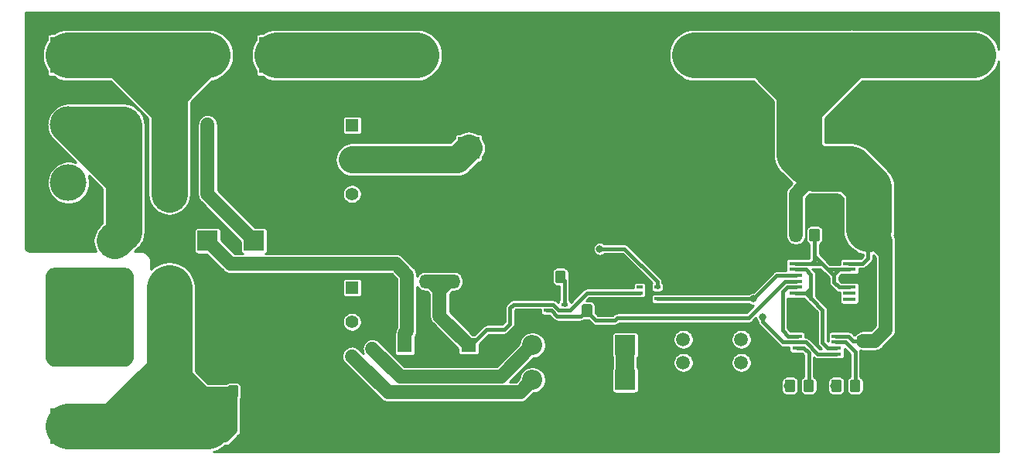
<source format=gbr>
G04 #@! TF.GenerationSoftware,KiCad,Pcbnew,(5.1.5)-3*
G04 #@! TF.CreationDate,2020-09-28T21:35:28-04:00*
G04 #@! TF.ProjectId,PowerSync,506f7765-7253-4796-9e63-2e6b69636164,rev?*
G04 #@! TF.SameCoordinates,Original*
G04 #@! TF.FileFunction,Copper,L1,Top*
G04 #@! TF.FilePolarity,Positive*
%FSLAX46Y46*%
G04 Gerber Fmt 4.6, Leading zero omitted, Abs format (unit mm)*
G04 Created by KiCad (PCBNEW (5.1.5)-3) date 2020-09-28 21:35:28*
%MOMM*%
%LPD*%
G04 APERTURE LIST*
%ADD10R,2.400000X2.400000*%
%ADD11C,2.400000*%
%ADD12C,0.100000*%
%ADD13R,1.600000X1.600000*%
%ADD14C,1.600000*%
%ADD15O,2.200000X2.200000*%
%ADD16R,2.200000X2.200000*%
%ADD17C,4.000500*%
%ADD18C,3.500120*%
%ADD19R,3.500120X3.500120*%
%ADD20R,4.000500X4.000500*%
%ADD21R,1.400000X1.400000*%
%ADD22C,1.400000*%
%ADD23R,0.650000X0.400000*%
%ADD24R,1.450000X0.450000*%
%ADD25R,1.100000X0.400000*%
%ADD26R,1.500000X1.500000*%
%ADD27C,1.500000*%
%ADD28C,0.800000*%
%ADD29C,3.000000*%
%ADD30C,1.500000*%
%ADD31C,5.000000*%
%ADD32C,0.400000*%
%ADD33C,2.000000*%
%ADD34C,1.000000*%
%ADD35C,4.000000*%
%ADD36C,0.254000*%
%ADD37C,0.237000*%
G04 APERTURE END LIST*
D10*
X124460000Y-74295000D03*
D11*
X124460000Y-81795000D03*
G04 #@! TA.AperFunction,SMDPad,CuDef*
D12*
G36*
X162664505Y-79311204D02*
G01*
X162688773Y-79314804D01*
X162712572Y-79320765D01*
X162735671Y-79329030D01*
X162757850Y-79339520D01*
X162778893Y-79352132D01*
X162798599Y-79366747D01*
X162816777Y-79383223D01*
X162833253Y-79401401D01*
X162847868Y-79421107D01*
X162860480Y-79442150D01*
X162870970Y-79464329D01*
X162879235Y-79487428D01*
X162885196Y-79511227D01*
X162888796Y-79535495D01*
X162890000Y-79559999D01*
X162890000Y-80460001D01*
X162888796Y-80484505D01*
X162885196Y-80508773D01*
X162879235Y-80532572D01*
X162870970Y-80555671D01*
X162860480Y-80577850D01*
X162847868Y-80598893D01*
X162833253Y-80618599D01*
X162816777Y-80636777D01*
X162798599Y-80653253D01*
X162778893Y-80667868D01*
X162757850Y-80680480D01*
X162735671Y-80690970D01*
X162712572Y-80699235D01*
X162688773Y-80705196D01*
X162664505Y-80708796D01*
X162640001Y-80710000D01*
X161989999Y-80710000D01*
X161965495Y-80708796D01*
X161941227Y-80705196D01*
X161917428Y-80699235D01*
X161894329Y-80690970D01*
X161872150Y-80680480D01*
X161851107Y-80667868D01*
X161831401Y-80653253D01*
X161813223Y-80636777D01*
X161796747Y-80618599D01*
X161782132Y-80598893D01*
X161769520Y-80577850D01*
X161759030Y-80555671D01*
X161750765Y-80532572D01*
X161744804Y-80508773D01*
X161741204Y-80484505D01*
X161740000Y-80460001D01*
X161740000Y-79559999D01*
X161741204Y-79535495D01*
X161744804Y-79511227D01*
X161750765Y-79487428D01*
X161759030Y-79464329D01*
X161769520Y-79442150D01*
X161782132Y-79421107D01*
X161796747Y-79401401D01*
X161813223Y-79383223D01*
X161831401Y-79366747D01*
X161851107Y-79352132D01*
X161872150Y-79339520D01*
X161894329Y-79329030D01*
X161917428Y-79320765D01*
X161941227Y-79314804D01*
X161965495Y-79311204D01*
X161989999Y-79310000D01*
X162640001Y-79310000D01*
X162664505Y-79311204D01*
G37*
G04 #@! TD.AperFunction*
G04 #@! TA.AperFunction,SMDPad,CuDef*
G36*
X160614505Y-79311204D02*
G01*
X160638773Y-79314804D01*
X160662572Y-79320765D01*
X160685671Y-79329030D01*
X160707850Y-79339520D01*
X160728893Y-79352132D01*
X160748599Y-79366747D01*
X160766777Y-79383223D01*
X160783253Y-79401401D01*
X160797868Y-79421107D01*
X160810480Y-79442150D01*
X160820970Y-79464329D01*
X160829235Y-79487428D01*
X160835196Y-79511227D01*
X160838796Y-79535495D01*
X160840000Y-79559999D01*
X160840000Y-80460001D01*
X160838796Y-80484505D01*
X160835196Y-80508773D01*
X160829235Y-80532572D01*
X160820970Y-80555671D01*
X160810480Y-80577850D01*
X160797868Y-80598893D01*
X160783253Y-80618599D01*
X160766777Y-80636777D01*
X160748599Y-80653253D01*
X160728893Y-80667868D01*
X160707850Y-80680480D01*
X160685671Y-80690970D01*
X160662572Y-80699235D01*
X160638773Y-80705196D01*
X160614505Y-80708796D01*
X160590001Y-80710000D01*
X159939999Y-80710000D01*
X159915495Y-80708796D01*
X159891227Y-80705196D01*
X159867428Y-80699235D01*
X159844329Y-80690970D01*
X159822150Y-80680480D01*
X159801107Y-80667868D01*
X159781401Y-80653253D01*
X159763223Y-80636777D01*
X159746747Y-80618599D01*
X159732132Y-80598893D01*
X159719520Y-80577850D01*
X159709030Y-80555671D01*
X159700765Y-80532572D01*
X159694804Y-80508773D01*
X159691204Y-80484505D01*
X159690000Y-80460001D01*
X159690000Y-79559999D01*
X159691204Y-79535495D01*
X159694804Y-79511227D01*
X159700765Y-79487428D01*
X159709030Y-79464329D01*
X159719520Y-79442150D01*
X159732132Y-79421107D01*
X159746747Y-79401401D01*
X159763223Y-79383223D01*
X159781401Y-79366747D01*
X159801107Y-79352132D01*
X159822150Y-79339520D01*
X159844329Y-79329030D01*
X159867428Y-79320765D01*
X159891227Y-79314804D01*
X159915495Y-79311204D01*
X159939999Y-79310000D01*
X160590001Y-79310000D01*
X160614505Y-79311204D01*
G37*
G04 #@! TD.AperFunction*
D13*
X117475000Y-95885000D03*
D14*
X119975000Y-95885000D03*
G04 #@! TA.AperFunction,SMDPad,CuDef*
D12*
G36*
X132801505Y-87693204D02*
G01*
X132825773Y-87696804D01*
X132849572Y-87702765D01*
X132872671Y-87711030D01*
X132894850Y-87721520D01*
X132915893Y-87734132D01*
X132935599Y-87748747D01*
X132953777Y-87765223D01*
X132970253Y-87783401D01*
X132984868Y-87803107D01*
X132997480Y-87824150D01*
X133007970Y-87846329D01*
X133016235Y-87869428D01*
X133022196Y-87893227D01*
X133025796Y-87917495D01*
X133027000Y-87941999D01*
X133027000Y-88842001D01*
X133025796Y-88866505D01*
X133022196Y-88890773D01*
X133016235Y-88914572D01*
X133007970Y-88937671D01*
X132997480Y-88959850D01*
X132984868Y-88980893D01*
X132970253Y-89000599D01*
X132953777Y-89018777D01*
X132935599Y-89035253D01*
X132915893Y-89049868D01*
X132894850Y-89062480D01*
X132872671Y-89072970D01*
X132849572Y-89081235D01*
X132825773Y-89087196D01*
X132801505Y-89090796D01*
X132777001Y-89092000D01*
X132126999Y-89092000D01*
X132102495Y-89090796D01*
X132078227Y-89087196D01*
X132054428Y-89081235D01*
X132031329Y-89072970D01*
X132009150Y-89062480D01*
X131988107Y-89049868D01*
X131968401Y-89035253D01*
X131950223Y-89018777D01*
X131933747Y-89000599D01*
X131919132Y-88980893D01*
X131906520Y-88959850D01*
X131896030Y-88937671D01*
X131887765Y-88914572D01*
X131881804Y-88890773D01*
X131878204Y-88866505D01*
X131877000Y-88842001D01*
X131877000Y-87941999D01*
X131878204Y-87917495D01*
X131881804Y-87893227D01*
X131887765Y-87869428D01*
X131896030Y-87846329D01*
X131906520Y-87824150D01*
X131919132Y-87803107D01*
X131933747Y-87783401D01*
X131950223Y-87765223D01*
X131968401Y-87748747D01*
X131988107Y-87734132D01*
X132009150Y-87721520D01*
X132031329Y-87711030D01*
X132054428Y-87702765D01*
X132078227Y-87696804D01*
X132102495Y-87693204D01*
X132126999Y-87692000D01*
X132777001Y-87692000D01*
X132801505Y-87693204D01*
G37*
G04 #@! TD.AperFunction*
G04 #@! TA.AperFunction,SMDPad,CuDef*
G36*
X134851505Y-87693204D02*
G01*
X134875773Y-87696804D01*
X134899572Y-87702765D01*
X134922671Y-87711030D01*
X134944850Y-87721520D01*
X134965893Y-87734132D01*
X134985599Y-87748747D01*
X135003777Y-87765223D01*
X135020253Y-87783401D01*
X135034868Y-87803107D01*
X135047480Y-87824150D01*
X135057970Y-87846329D01*
X135066235Y-87869428D01*
X135072196Y-87893227D01*
X135075796Y-87917495D01*
X135077000Y-87941999D01*
X135077000Y-88842001D01*
X135075796Y-88866505D01*
X135072196Y-88890773D01*
X135066235Y-88914572D01*
X135057970Y-88937671D01*
X135047480Y-88959850D01*
X135034868Y-88980893D01*
X135020253Y-89000599D01*
X135003777Y-89018777D01*
X134985599Y-89035253D01*
X134965893Y-89049868D01*
X134944850Y-89062480D01*
X134922671Y-89072970D01*
X134899572Y-89081235D01*
X134875773Y-89087196D01*
X134851505Y-89090796D01*
X134827001Y-89092000D01*
X134176999Y-89092000D01*
X134152495Y-89090796D01*
X134128227Y-89087196D01*
X134104428Y-89081235D01*
X134081329Y-89072970D01*
X134059150Y-89062480D01*
X134038107Y-89049868D01*
X134018401Y-89035253D01*
X134000223Y-89018777D01*
X133983747Y-89000599D01*
X133969132Y-88980893D01*
X133956520Y-88959850D01*
X133946030Y-88937671D01*
X133937765Y-88914572D01*
X133931804Y-88890773D01*
X133928204Y-88866505D01*
X133927000Y-88842001D01*
X133927000Y-87941999D01*
X133928204Y-87917495D01*
X133931804Y-87893227D01*
X133937765Y-87869428D01*
X133946030Y-87846329D01*
X133956520Y-87824150D01*
X133969132Y-87803107D01*
X133983747Y-87783401D01*
X134000223Y-87765223D01*
X134018401Y-87748747D01*
X134038107Y-87734132D01*
X134059150Y-87721520D01*
X134081329Y-87711030D01*
X134104428Y-87702765D01*
X134128227Y-87696804D01*
X134152495Y-87693204D01*
X134176999Y-87692000D01*
X134827001Y-87692000D01*
X134851505Y-87693204D01*
G37*
G04 #@! TD.AperFunction*
G04 #@! TA.AperFunction,SMDPad,CuDef*
G36*
X167109505Y-79311204D02*
G01*
X167133773Y-79314804D01*
X167157572Y-79320765D01*
X167180671Y-79329030D01*
X167202850Y-79339520D01*
X167223893Y-79352132D01*
X167243599Y-79366747D01*
X167261777Y-79383223D01*
X167278253Y-79401401D01*
X167292868Y-79421107D01*
X167305480Y-79442150D01*
X167315970Y-79464329D01*
X167324235Y-79487428D01*
X167330196Y-79511227D01*
X167333796Y-79535495D01*
X167335000Y-79559999D01*
X167335000Y-80460001D01*
X167333796Y-80484505D01*
X167330196Y-80508773D01*
X167324235Y-80532572D01*
X167315970Y-80555671D01*
X167305480Y-80577850D01*
X167292868Y-80598893D01*
X167278253Y-80618599D01*
X167261777Y-80636777D01*
X167243599Y-80653253D01*
X167223893Y-80667868D01*
X167202850Y-80680480D01*
X167180671Y-80690970D01*
X167157572Y-80699235D01*
X167133773Y-80705196D01*
X167109505Y-80708796D01*
X167085001Y-80710000D01*
X166434999Y-80710000D01*
X166410495Y-80708796D01*
X166386227Y-80705196D01*
X166362428Y-80699235D01*
X166339329Y-80690970D01*
X166317150Y-80680480D01*
X166296107Y-80667868D01*
X166276401Y-80653253D01*
X166258223Y-80636777D01*
X166241747Y-80618599D01*
X166227132Y-80598893D01*
X166214520Y-80577850D01*
X166204030Y-80555671D01*
X166195765Y-80532572D01*
X166189804Y-80508773D01*
X166186204Y-80484505D01*
X166185000Y-80460001D01*
X166185000Y-79559999D01*
X166186204Y-79535495D01*
X166189804Y-79511227D01*
X166195765Y-79487428D01*
X166204030Y-79464329D01*
X166214520Y-79442150D01*
X166227132Y-79421107D01*
X166241747Y-79401401D01*
X166258223Y-79383223D01*
X166276401Y-79366747D01*
X166296107Y-79352132D01*
X166317150Y-79339520D01*
X166339329Y-79329030D01*
X166362428Y-79320765D01*
X166386227Y-79314804D01*
X166410495Y-79311204D01*
X166434999Y-79310000D01*
X167085001Y-79310000D01*
X167109505Y-79311204D01*
G37*
G04 #@! TD.AperFunction*
G04 #@! TA.AperFunction,SMDPad,CuDef*
G36*
X165059505Y-79311204D02*
G01*
X165083773Y-79314804D01*
X165107572Y-79320765D01*
X165130671Y-79329030D01*
X165152850Y-79339520D01*
X165173893Y-79352132D01*
X165193599Y-79366747D01*
X165211777Y-79383223D01*
X165228253Y-79401401D01*
X165242868Y-79421107D01*
X165255480Y-79442150D01*
X165265970Y-79464329D01*
X165274235Y-79487428D01*
X165280196Y-79511227D01*
X165283796Y-79535495D01*
X165285000Y-79559999D01*
X165285000Y-80460001D01*
X165283796Y-80484505D01*
X165280196Y-80508773D01*
X165274235Y-80532572D01*
X165265970Y-80555671D01*
X165255480Y-80577850D01*
X165242868Y-80598893D01*
X165228253Y-80618599D01*
X165211777Y-80636777D01*
X165193599Y-80653253D01*
X165173893Y-80667868D01*
X165152850Y-80680480D01*
X165130671Y-80690970D01*
X165107572Y-80699235D01*
X165083773Y-80705196D01*
X165059505Y-80708796D01*
X165035001Y-80710000D01*
X164384999Y-80710000D01*
X164360495Y-80708796D01*
X164336227Y-80705196D01*
X164312428Y-80699235D01*
X164289329Y-80690970D01*
X164267150Y-80680480D01*
X164246107Y-80667868D01*
X164226401Y-80653253D01*
X164208223Y-80636777D01*
X164191747Y-80618599D01*
X164177132Y-80598893D01*
X164164520Y-80577850D01*
X164154030Y-80555671D01*
X164145765Y-80532572D01*
X164139804Y-80508773D01*
X164136204Y-80484505D01*
X164135000Y-80460001D01*
X164135000Y-79559999D01*
X164136204Y-79535495D01*
X164139804Y-79511227D01*
X164145765Y-79487428D01*
X164154030Y-79464329D01*
X164164520Y-79442150D01*
X164177132Y-79421107D01*
X164191747Y-79401401D01*
X164208223Y-79383223D01*
X164226401Y-79366747D01*
X164246107Y-79352132D01*
X164267150Y-79339520D01*
X164289329Y-79329030D01*
X164312428Y-79320765D01*
X164336227Y-79314804D01*
X164360495Y-79311204D01*
X164384999Y-79310000D01*
X165035001Y-79310000D01*
X165059505Y-79311204D01*
G37*
G04 #@! TD.AperFunction*
D14*
X126960000Y-95885000D03*
D13*
X124460000Y-95885000D03*
G04 #@! TA.AperFunction,SMDPad,CuDef*
D12*
G36*
X167109505Y-83121204D02*
G01*
X167133773Y-83124804D01*
X167157572Y-83130765D01*
X167180671Y-83139030D01*
X167202850Y-83149520D01*
X167223893Y-83162132D01*
X167243599Y-83176747D01*
X167261777Y-83193223D01*
X167278253Y-83211401D01*
X167292868Y-83231107D01*
X167305480Y-83252150D01*
X167315970Y-83274329D01*
X167324235Y-83297428D01*
X167330196Y-83321227D01*
X167333796Y-83345495D01*
X167335000Y-83369999D01*
X167335000Y-84270001D01*
X167333796Y-84294505D01*
X167330196Y-84318773D01*
X167324235Y-84342572D01*
X167315970Y-84365671D01*
X167305480Y-84387850D01*
X167292868Y-84408893D01*
X167278253Y-84428599D01*
X167261777Y-84446777D01*
X167243599Y-84463253D01*
X167223893Y-84477868D01*
X167202850Y-84490480D01*
X167180671Y-84500970D01*
X167157572Y-84509235D01*
X167133773Y-84515196D01*
X167109505Y-84518796D01*
X167085001Y-84520000D01*
X166434999Y-84520000D01*
X166410495Y-84518796D01*
X166386227Y-84515196D01*
X166362428Y-84509235D01*
X166339329Y-84500970D01*
X166317150Y-84490480D01*
X166296107Y-84477868D01*
X166276401Y-84463253D01*
X166258223Y-84446777D01*
X166241747Y-84428599D01*
X166227132Y-84408893D01*
X166214520Y-84387850D01*
X166204030Y-84365671D01*
X166195765Y-84342572D01*
X166189804Y-84318773D01*
X166186204Y-84294505D01*
X166185000Y-84270001D01*
X166185000Y-83369999D01*
X166186204Y-83345495D01*
X166189804Y-83321227D01*
X166195765Y-83297428D01*
X166204030Y-83274329D01*
X166214520Y-83252150D01*
X166227132Y-83231107D01*
X166241747Y-83211401D01*
X166258223Y-83193223D01*
X166276401Y-83176747D01*
X166296107Y-83162132D01*
X166317150Y-83149520D01*
X166339329Y-83139030D01*
X166362428Y-83130765D01*
X166386227Y-83124804D01*
X166410495Y-83121204D01*
X166434999Y-83120000D01*
X167085001Y-83120000D01*
X167109505Y-83121204D01*
G37*
G04 #@! TD.AperFunction*
G04 #@! TA.AperFunction,SMDPad,CuDef*
G36*
X165059505Y-83121204D02*
G01*
X165083773Y-83124804D01*
X165107572Y-83130765D01*
X165130671Y-83139030D01*
X165152850Y-83149520D01*
X165173893Y-83162132D01*
X165193599Y-83176747D01*
X165211777Y-83193223D01*
X165228253Y-83211401D01*
X165242868Y-83231107D01*
X165255480Y-83252150D01*
X165265970Y-83274329D01*
X165274235Y-83297428D01*
X165280196Y-83321227D01*
X165283796Y-83345495D01*
X165285000Y-83369999D01*
X165285000Y-84270001D01*
X165283796Y-84294505D01*
X165280196Y-84318773D01*
X165274235Y-84342572D01*
X165265970Y-84365671D01*
X165255480Y-84387850D01*
X165242868Y-84408893D01*
X165228253Y-84428599D01*
X165211777Y-84446777D01*
X165193599Y-84463253D01*
X165173893Y-84477868D01*
X165152850Y-84490480D01*
X165130671Y-84500970D01*
X165107572Y-84509235D01*
X165083773Y-84515196D01*
X165059505Y-84518796D01*
X165035001Y-84520000D01*
X164384999Y-84520000D01*
X164360495Y-84518796D01*
X164336227Y-84515196D01*
X164312428Y-84509235D01*
X164289329Y-84500970D01*
X164267150Y-84490480D01*
X164246107Y-84477868D01*
X164226401Y-84463253D01*
X164208223Y-84446777D01*
X164191747Y-84428599D01*
X164177132Y-84408893D01*
X164164520Y-84387850D01*
X164154030Y-84365671D01*
X164145765Y-84342572D01*
X164139804Y-84318773D01*
X164136204Y-84294505D01*
X164135000Y-84270001D01*
X164135000Y-83369999D01*
X164136204Y-83345495D01*
X164139804Y-83321227D01*
X164145765Y-83297428D01*
X164154030Y-83274329D01*
X164164520Y-83252150D01*
X164177132Y-83231107D01*
X164191747Y-83211401D01*
X164208223Y-83193223D01*
X164226401Y-83176747D01*
X164246107Y-83162132D01*
X164267150Y-83149520D01*
X164289329Y-83139030D01*
X164312428Y-83130765D01*
X164336227Y-83124804D01*
X164360495Y-83121204D01*
X164384999Y-83120000D01*
X165035001Y-83120000D01*
X165059505Y-83121204D01*
G37*
G04 #@! TD.AperFunction*
D13*
X161925000Y-72390000D03*
D14*
X164425000Y-72390000D03*
G04 #@! TA.AperFunction,SMDPad,CuDef*
D12*
G36*
X101069505Y-100266204D02*
G01*
X101093773Y-100269804D01*
X101117572Y-100275765D01*
X101140671Y-100284030D01*
X101162850Y-100294520D01*
X101183893Y-100307132D01*
X101203599Y-100321747D01*
X101221777Y-100338223D01*
X101238253Y-100356401D01*
X101252868Y-100376107D01*
X101265480Y-100397150D01*
X101275970Y-100419329D01*
X101284235Y-100442428D01*
X101290196Y-100466227D01*
X101293796Y-100490495D01*
X101295000Y-100514999D01*
X101295000Y-101415001D01*
X101293796Y-101439505D01*
X101290196Y-101463773D01*
X101284235Y-101487572D01*
X101275970Y-101510671D01*
X101265480Y-101532850D01*
X101252868Y-101553893D01*
X101238253Y-101573599D01*
X101221777Y-101591777D01*
X101203599Y-101608253D01*
X101183893Y-101622868D01*
X101162850Y-101635480D01*
X101140671Y-101645970D01*
X101117572Y-101654235D01*
X101093773Y-101660196D01*
X101069505Y-101663796D01*
X101045001Y-101665000D01*
X100394999Y-101665000D01*
X100370495Y-101663796D01*
X100346227Y-101660196D01*
X100322428Y-101654235D01*
X100299329Y-101645970D01*
X100277150Y-101635480D01*
X100256107Y-101622868D01*
X100236401Y-101608253D01*
X100218223Y-101591777D01*
X100201747Y-101573599D01*
X100187132Y-101553893D01*
X100174520Y-101532850D01*
X100164030Y-101510671D01*
X100155765Y-101487572D01*
X100149804Y-101463773D01*
X100146204Y-101439505D01*
X100145000Y-101415001D01*
X100145000Y-100514999D01*
X100146204Y-100490495D01*
X100149804Y-100466227D01*
X100155765Y-100442428D01*
X100164030Y-100419329D01*
X100174520Y-100397150D01*
X100187132Y-100376107D01*
X100201747Y-100356401D01*
X100218223Y-100338223D01*
X100236401Y-100321747D01*
X100256107Y-100307132D01*
X100277150Y-100294520D01*
X100299329Y-100284030D01*
X100322428Y-100275765D01*
X100346227Y-100269804D01*
X100370495Y-100266204D01*
X100394999Y-100265000D01*
X101045001Y-100265000D01*
X101069505Y-100266204D01*
G37*
G04 #@! TD.AperFunction*
G04 #@! TA.AperFunction,SMDPad,CuDef*
G36*
X99019505Y-100266204D02*
G01*
X99043773Y-100269804D01*
X99067572Y-100275765D01*
X99090671Y-100284030D01*
X99112850Y-100294520D01*
X99133893Y-100307132D01*
X99153599Y-100321747D01*
X99171777Y-100338223D01*
X99188253Y-100356401D01*
X99202868Y-100376107D01*
X99215480Y-100397150D01*
X99225970Y-100419329D01*
X99234235Y-100442428D01*
X99240196Y-100466227D01*
X99243796Y-100490495D01*
X99245000Y-100514999D01*
X99245000Y-101415001D01*
X99243796Y-101439505D01*
X99240196Y-101463773D01*
X99234235Y-101487572D01*
X99225970Y-101510671D01*
X99215480Y-101532850D01*
X99202868Y-101553893D01*
X99188253Y-101573599D01*
X99171777Y-101591777D01*
X99153599Y-101608253D01*
X99133893Y-101622868D01*
X99112850Y-101635480D01*
X99090671Y-101645970D01*
X99067572Y-101654235D01*
X99043773Y-101660196D01*
X99019505Y-101663796D01*
X98995001Y-101665000D01*
X98344999Y-101665000D01*
X98320495Y-101663796D01*
X98296227Y-101660196D01*
X98272428Y-101654235D01*
X98249329Y-101645970D01*
X98227150Y-101635480D01*
X98206107Y-101622868D01*
X98186401Y-101608253D01*
X98168223Y-101591777D01*
X98151747Y-101573599D01*
X98137132Y-101553893D01*
X98124520Y-101532850D01*
X98114030Y-101510671D01*
X98105765Y-101487572D01*
X98099804Y-101463773D01*
X98096204Y-101439505D01*
X98095000Y-101415001D01*
X98095000Y-100514999D01*
X98096204Y-100490495D01*
X98099804Y-100466227D01*
X98105765Y-100442428D01*
X98114030Y-100419329D01*
X98124520Y-100397150D01*
X98137132Y-100376107D01*
X98151747Y-100356401D01*
X98168223Y-100338223D01*
X98186401Y-100321747D01*
X98206107Y-100307132D01*
X98227150Y-100294520D01*
X98249329Y-100284030D01*
X98272428Y-100275765D01*
X98296227Y-100269804D01*
X98320495Y-100266204D01*
X98344999Y-100265000D01*
X98995001Y-100265000D01*
X99019505Y-100266204D01*
G37*
G04 #@! TD.AperFunction*
G04 #@! TA.AperFunction,SMDPad,CuDef*
G36*
X168114505Y-94821204D02*
G01*
X168138773Y-94824804D01*
X168162572Y-94830765D01*
X168185671Y-94839030D01*
X168207850Y-94849520D01*
X168228893Y-94862132D01*
X168248599Y-94876747D01*
X168266777Y-94893223D01*
X168283253Y-94911401D01*
X168297868Y-94931107D01*
X168310480Y-94952150D01*
X168320970Y-94974329D01*
X168329235Y-94997428D01*
X168335196Y-95021227D01*
X168338796Y-95045495D01*
X168340000Y-95069999D01*
X168340000Y-95720001D01*
X168338796Y-95744505D01*
X168335196Y-95768773D01*
X168329235Y-95792572D01*
X168320970Y-95815671D01*
X168310480Y-95837850D01*
X168297868Y-95858893D01*
X168283253Y-95878599D01*
X168266777Y-95896777D01*
X168248599Y-95913253D01*
X168228893Y-95927868D01*
X168207850Y-95940480D01*
X168185671Y-95950970D01*
X168162572Y-95959235D01*
X168138773Y-95965196D01*
X168114505Y-95968796D01*
X168090001Y-95970000D01*
X167189999Y-95970000D01*
X167165495Y-95968796D01*
X167141227Y-95965196D01*
X167117428Y-95959235D01*
X167094329Y-95950970D01*
X167072150Y-95940480D01*
X167051107Y-95927868D01*
X167031401Y-95913253D01*
X167013223Y-95896777D01*
X166996747Y-95878599D01*
X166982132Y-95858893D01*
X166969520Y-95837850D01*
X166959030Y-95815671D01*
X166950765Y-95792572D01*
X166944804Y-95768773D01*
X166941204Y-95744505D01*
X166940000Y-95720001D01*
X166940000Y-95069999D01*
X166941204Y-95045495D01*
X166944804Y-95021227D01*
X166950765Y-94997428D01*
X166959030Y-94974329D01*
X166969520Y-94952150D01*
X166982132Y-94931107D01*
X166996747Y-94911401D01*
X167013223Y-94893223D01*
X167031401Y-94876747D01*
X167051107Y-94862132D01*
X167072150Y-94849520D01*
X167094329Y-94839030D01*
X167117428Y-94830765D01*
X167141227Y-94824804D01*
X167165495Y-94821204D01*
X167189999Y-94820000D01*
X168090001Y-94820000D01*
X168114505Y-94821204D01*
G37*
G04 #@! TD.AperFunction*
G04 #@! TA.AperFunction,SMDPad,CuDef*
G36*
X168114505Y-92771204D02*
G01*
X168138773Y-92774804D01*
X168162572Y-92780765D01*
X168185671Y-92789030D01*
X168207850Y-92799520D01*
X168228893Y-92812132D01*
X168248599Y-92826747D01*
X168266777Y-92843223D01*
X168283253Y-92861401D01*
X168297868Y-92881107D01*
X168310480Y-92902150D01*
X168320970Y-92924329D01*
X168329235Y-92947428D01*
X168335196Y-92971227D01*
X168338796Y-92995495D01*
X168340000Y-93019999D01*
X168340000Y-93670001D01*
X168338796Y-93694505D01*
X168335196Y-93718773D01*
X168329235Y-93742572D01*
X168320970Y-93765671D01*
X168310480Y-93787850D01*
X168297868Y-93808893D01*
X168283253Y-93828599D01*
X168266777Y-93846777D01*
X168248599Y-93863253D01*
X168228893Y-93877868D01*
X168207850Y-93890480D01*
X168185671Y-93900970D01*
X168162572Y-93909235D01*
X168138773Y-93915196D01*
X168114505Y-93918796D01*
X168090001Y-93920000D01*
X167189999Y-93920000D01*
X167165495Y-93918796D01*
X167141227Y-93915196D01*
X167117428Y-93909235D01*
X167094329Y-93900970D01*
X167072150Y-93890480D01*
X167051107Y-93877868D01*
X167031401Y-93863253D01*
X167013223Y-93846777D01*
X166996747Y-93828599D01*
X166982132Y-93808893D01*
X166969520Y-93787850D01*
X166959030Y-93765671D01*
X166950765Y-93742572D01*
X166944804Y-93718773D01*
X166941204Y-93694505D01*
X166940000Y-93670001D01*
X166940000Y-93019999D01*
X166941204Y-92995495D01*
X166944804Y-92971227D01*
X166950765Y-92947428D01*
X166959030Y-92924329D01*
X166969520Y-92902150D01*
X166982132Y-92881107D01*
X166996747Y-92861401D01*
X167013223Y-92843223D01*
X167031401Y-92826747D01*
X167051107Y-92812132D01*
X167072150Y-92799520D01*
X167094329Y-92789030D01*
X167117428Y-92780765D01*
X167141227Y-92774804D01*
X167165495Y-92771204D01*
X167189999Y-92770000D01*
X168090001Y-92770000D01*
X168114505Y-92771204D01*
G37*
G04 #@! TD.AperFunction*
D15*
X85725000Y-84455000D03*
D16*
X95885000Y-84455000D03*
X100965000Y-84455000D03*
D15*
X111125000Y-84455000D03*
D16*
X141605000Y-99695000D03*
D15*
X131445000Y-99695000D03*
X131445000Y-95885000D03*
D16*
X141605000Y-95885000D03*
D17*
X80645000Y-71755000D03*
X80645000Y-78105000D03*
D18*
X80645000Y-89535000D03*
D19*
X80645000Y-94615000D03*
X149225000Y-64135000D03*
D18*
X154305000Y-64135000D03*
D20*
X126365000Y-64135000D03*
D17*
X131445000Y-64135000D03*
X136525000Y-64135000D03*
X141605000Y-64135000D03*
D20*
X80645000Y-64135000D03*
D17*
X85725000Y-64135000D03*
X90805000Y-64135000D03*
X95885000Y-64135000D03*
X118745000Y-64135000D03*
X113665000Y-64135000D03*
X108585000Y-64135000D03*
D20*
X103505000Y-64135000D03*
X80645000Y-104775000D03*
D17*
X85725000Y-104775000D03*
X90805000Y-104775000D03*
X95885000Y-104775000D03*
X179705000Y-64135000D03*
X174625000Y-64135000D03*
X169545000Y-64135000D03*
D20*
X164465000Y-64135000D03*
X103505000Y-104775000D03*
D17*
X108585000Y-104775000D03*
X113665000Y-104775000D03*
X118745000Y-104775000D03*
X179705000Y-89535000D03*
X179705000Y-94615000D03*
X179705000Y-99695000D03*
D20*
X179705000Y-104775000D03*
D21*
X111695000Y-89595000D03*
D22*
X111695000Y-97095000D03*
X91695000Y-89595000D03*
X86695000Y-89595000D03*
X91695000Y-97095000D03*
X86695000Y-97095000D03*
X111695000Y-93345000D03*
X111695000Y-75565000D03*
X86695000Y-79315000D03*
X91695000Y-79315000D03*
X86695000Y-71815000D03*
X91695000Y-71815000D03*
X111695000Y-79315000D03*
D21*
X111695000Y-71815000D03*
G04 #@! TA.AperFunction,SMDPad,CuDef*
D12*
G36*
X120119505Y-88201204D02*
G01*
X120143773Y-88204804D01*
X120167572Y-88210765D01*
X120190671Y-88219030D01*
X120212850Y-88229520D01*
X120233893Y-88242132D01*
X120253599Y-88256747D01*
X120271777Y-88273223D01*
X120288253Y-88291401D01*
X120302868Y-88311107D01*
X120315480Y-88332150D01*
X120325970Y-88354329D01*
X120334235Y-88377428D01*
X120340196Y-88401227D01*
X120343796Y-88425495D01*
X120345000Y-88449999D01*
X120345000Y-89350001D01*
X120343796Y-89374505D01*
X120340196Y-89398773D01*
X120334235Y-89422572D01*
X120325970Y-89445671D01*
X120315480Y-89467850D01*
X120302868Y-89488893D01*
X120288253Y-89508599D01*
X120271777Y-89526777D01*
X120253599Y-89543253D01*
X120233893Y-89557868D01*
X120212850Y-89570480D01*
X120190671Y-89580970D01*
X120167572Y-89589235D01*
X120143773Y-89595196D01*
X120119505Y-89598796D01*
X120095001Y-89600000D01*
X119444999Y-89600000D01*
X119420495Y-89598796D01*
X119396227Y-89595196D01*
X119372428Y-89589235D01*
X119349329Y-89580970D01*
X119327150Y-89570480D01*
X119306107Y-89557868D01*
X119286401Y-89543253D01*
X119268223Y-89526777D01*
X119251747Y-89508599D01*
X119237132Y-89488893D01*
X119224520Y-89467850D01*
X119214030Y-89445671D01*
X119205765Y-89422572D01*
X119199804Y-89398773D01*
X119196204Y-89374505D01*
X119195000Y-89350001D01*
X119195000Y-88449999D01*
X119196204Y-88425495D01*
X119199804Y-88401227D01*
X119205765Y-88377428D01*
X119214030Y-88354329D01*
X119224520Y-88332150D01*
X119237132Y-88311107D01*
X119251747Y-88291401D01*
X119268223Y-88273223D01*
X119286401Y-88256747D01*
X119306107Y-88242132D01*
X119327150Y-88229520D01*
X119349329Y-88219030D01*
X119372428Y-88210765D01*
X119396227Y-88204804D01*
X119420495Y-88201204D01*
X119444999Y-88200000D01*
X120095001Y-88200000D01*
X120119505Y-88201204D01*
G37*
G04 #@! TD.AperFunction*
G04 #@! TA.AperFunction,SMDPad,CuDef*
G36*
X118069505Y-88201204D02*
G01*
X118093773Y-88204804D01*
X118117572Y-88210765D01*
X118140671Y-88219030D01*
X118162850Y-88229520D01*
X118183893Y-88242132D01*
X118203599Y-88256747D01*
X118221777Y-88273223D01*
X118238253Y-88291401D01*
X118252868Y-88311107D01*
X118265480Y-88332150D01*
X118275970Y-88354329D01*
X118284235Y-88377428D01*
X118290196Y-88401227D01*
X118293796Y-88425495D01*
X118295000Y-88449999D01*
X118295000Y-89350001D01*
X118293796Y-89374505D01*
X118290196Y-89398773D01*
X118284235Y-89422572D01*
X118275970Y-89445671D01*
X118265480Y-89467850D01*
X118252868Y-89488893D01*
X118238253Y-89508599D01*
X118221777Y-89526777D01*
X118203599Y-89543253D01*
X118183893Y-89557868D01*
X118162850Y-89570480D01*
X118140671Y-89580970D01*
X118117572Y-89589235D01*
X118093773Y-89595196D01*
X118069505Y-89598796D01*
X118045001Y-89600000D01*
X117394999Y-89600000D01*
X117370495Y-89598796D01*
X117346227Y-89595196D01*
X117322428Y-89589235D01*
X117299329Y-89580970D01*
X117277150Y-89570480D01*
X117256107Y-89557868D01*
X117236401Y-89543253D01*
X117218223Y-89526777D01*
X117201747Y-89508599D01*
X117187132Y-89488893D01*
X117174520Y-89467850D01*
X117164030Y-89445671D01*
X117155765Y-89422572D01*
X117149804Y-89398773D01*
X117146204Y-89374505D01*
X117145000Y-89350001D01*
X117145000Y-88449999D01*
X117146204Y-88425495D01*
X117149804Y-88401227D01*
X117155765Y-88377428D01*
X117164030Y-88354329D01*
X117174520Y-88332150D01*
X117187132Y-88311107D01*
X117201747Y-88291401D01*
X117218223Y-88273223D01*
X117236401Y-88256747D01*
X117256107Y-88242132D01*
X117277150Y-88229520D01*
X117299329Y-88219030D01*
X117322428Y-88210765D01*
X117346227Y-88204804D01*
X117370495Y-88201204D01*
X117394999Y-88200000D01*
X118045001Y-88200000D01*
X118069505Y-88201204D01*
G37*
G04 #@! TD.AperFunction*
G04 #@! TA.AperFunction,SMDPad,CuDef*
G36*
X123149505Y-88201204D02*
G01*
X123173773Y-88204804D01*
X123197572Y-88210765D01*
X123220671Y-88219030D01*
X123242850Y-88229520D01*
X123263893Y-88242132D01*
X123283599Y-88256747D01*
X123301777Y-88273223D01*
X123318253Y-88291401D01*
X123332868Y-88311107D01*
X123345480Y-88332150D01*
X123355970Y-88354329D01*
X123364235Y-88377428D01*
X123370196Y-88401227D01*
X123373796Y-88425495D01*
X123375000Y-88449999D01*
X123375000Y-89350001D01*
X123373796Y-89374505D01*
X123370196Y-89398773D01*
X123364235Y-89422572D01*
X123355970Y-89445671D01*
X123345480Y-89467850D01*
X123332868Y-89488893D01*
X123318253Y-89508599D01*
X123301777Y-89526777D01*
X123283599Y-89543253D01*
X123263893Y-89557868D01*
X123242850Y-89570480D01*
X123220671Y-89580970D01*
X123197572Y-89589235D01*
X123173773Y-89595196D01*
X123149505Y-89598796D01*
X123125001Y-89600000D01*
X122474999Y-89600000D01*
X122450495Y-89598796D01*
X122426227Y-89595196D01*
X122402428Y-89589235D01*
X122379329Y-89580970D01*
X122357150Y-89570480D01*
X122336107Y-89557868D01*
X122316401Y-89543253D01*
X122298223Y-89526777D01*
X122281747Y-89508599D01*
X122267132Y-89488893D01*
X122254520Y-89467850D01*
X122244030Y-89445671D01*
X122235765Y-89422572D01*
X122229804Y-89398773D01*
X122226204Y-89374505D01*
X122225000Y-89350001D01*
X122225000Y-88449999D01*
X122226204Y-88425495D01*
X122229804Y-88401227D01*
X122235765Y-88377428D01*
X122244030Y-88354329D01*
X122254520Y-88332150D01*
X122267132Y-88311107D01*
X122281747Y-88291401D01*
X122298223Y-88273223D01*
X122316401Y-88256747D01*
X122336107Y-88242132D01*
X122357150Y-88229520D01*
X122379329Y-88219030D01*
X122402428Y-88210765D01*
X122426227Y-88204804D01*
X122450495Y-88201204D01*
X122474999Y-88200000D01*
X123125001Y-88200000D01*
X123149505Y-88201204D01*
G37*
G04 #@! TD.AperFunction*
G04 #@! TA.AperFunction,SMDPad,CuDef*
G36*
X125199505Y-88201204D02*
G01*
X125223773Y-88204804D01*
X125247572Y-88210765D01*
X125270671Y-88219030D01*
X125292850Y-88229520D01*
X125313893Y-88242132D01*
X125333599Y-88256747D01*
X125351777Y-88273223D01*
X125368253Y-88291401D01*
X125382868Y-88311107D01*
X125395480Y-88332150D01*
X125405970Y-88354329D01*
X125414235Y-88377428D01*
X125420196Y-88401227D01*
X125423796Y-88425495D01*
X125425000Y-88449999D01*
X125425000Y-89350001D01*
X125423796Y-89374505D01*
X125420196Y-89398773D01*
X125414235Y-89422572D01*
X125405970Y-89445671D01*
X125395480Y-89467850D01*
X125382868Y-89488893D01*
X125368253Y-89508599D01*
X125351777Y-89526777D01*
X125333599Y-89543253D01*
X125313893Y-89557868D01*
X125292850Y-89570480D01*
X125270671Y-89580970D01*
X125247572Y-89589235D01*
X125223773Y-89595196D01*
X125199505Y-89598796D01*
X125175001Y-89600000D01*
X124524999Y-89600000D01*
X124500495Y-89598796D01*
X124476227Y-89595196D01*
X124452428Y-89589235D01*
X124429329Y-89580970D01*
X124407150Y-89570480D01*
X124386107Y-89557868D01*
X124366401Y-89543253D01*
X124348223Y-89526777D01*
X124331747Y-89508599D01*
X124317132Y-89488893D01*
X124304520Y-89467850D01*
X124294030Y-89445671D01*
X124285765Y-89422572D01*
X124279804Y-89398773D01*
X124276204Y-89374505D01*
X124275000Y-89350001D01*
X124275000Y-88449999D01*
X124276204Y-88425495D01*
X124279804Y-88401227D01*
X124285765Y-88377428D01*
X124294030Y-88354329D01*
X124304520Y-88332150D01*
X124317132Y-88311107D01*
X124331747Y-88291401D01*
X124348223Y-88273223D01*
X124366401Y-88256747D01*
X124386107Y-88242132D01*
X124407150Y-88229520D01*
X124429329Y-88219030D01*
X124452428Y-88210765D01*
X124476227Y-88204804D01*
X124500495Y-88201204D01*
X124524999Y-88200000D01*
X125175001Y-88200000D01*
X125199505Y-88201204D01*
G37*
G04 #@! TD.AperFunction*
G04 #@! TA.AperFunction,SMDPad,CuDef*
G36*
X137754505Y-91376204D02*
G01*
X137778773Y-91379804D01*
X137802572Y-91385765D01*
X137825671Y-91394030D01*
X137847850Y-91404520D01*
X137868893Y-91417132D01*
X137888599Y-91431747D01*
X137906777Y-91448223D01*
X137923253Y-91466401D01*
X137937868Y-91486107D01*
X137950480Y-91507150D01*
X137960970Y-91529329D01*
X137969235Y-91552428D01*
X137975196Y-91576227D01*
X137978796Y-91600495D01*
X137980000Y-91624999D01*
X137980000Y-92525001D01*
X137978796Y-92549505D01*
X137975196Y-92573773D01*
X137969235Y-92597572D01*
X137960970Y-92620671D01*
X137950480Y-92642850D01*
X137937868Y-92663893D01*
X137923253Y-92683599D01*
X137906777Y-92701777D01*
X137888599Y-92718253D01*
X137868893Y-92732868D01*
X137847850Y-92745480D01*
X137825671Y-92755970D01*
X137802572Y-92764235D01*
X137778773Y-92770196D01*
X137754505Y-92773796D01*
X137730001Y-92775000D01*
X137079999Y-92775000D01*
X137055495Y-92773796D01*
X137031227Y-92770196D01*
X137007428Y-92764235D01*
X136984329Y-92755970D01*
X136962150Y-92745480D01*
X136941107Y-92732868D01*
X136921401Y-92718253D01*
X136903223Y-92701777D01*
X136886747Y-92683599D01*
X136872132Y-92663893D01*
X136859520Y-92642850D01*
X136849030Y-92620671D01*
X136840765Y-92597572D01*
X136834804Y-92573773D01*
X136831204Y-92549505D01*
X136830000Y-92525001D01*
X136830000Y-91624999D01*
X136831204Y-91600495D01*
X136834804Y-91576227D01*
X136840765Y-91552428D01*
X136849030Y-91529329D01*
X136859520Y-91507150D01*
X136872132Y-91486107D01*
X136886747Y-91466401D01*
X136903223Y-91448223D01*
X136921401Y-91431747D01*
X136941107Y-91417132D01*
X136962150Y-91404520D01*
X136984329Y-91394030D01*
X137007428Y-91385765D01*
X137031227Y-91379804D01*
X137055495Y-91376204D01*
X137079999Y-91375000D01*
X137730001Y-91375000D01*
X137754505Y-91376204D01*
G37*
G04 #@! TD.AperFunction*
G04 #@! TA.AperFunction,SMDPad,CuDef*
G36*
X139804505Y-91376204D02*
G01*
X139828773Y-91379804D01*
X139852572Y-91385765D01*
X139875671Y-91394030D01*
X139897850Y-91404520D01*
X139918893Y-91417132D01*
X139938599Y-91431747D01*
X139956777Y-91448223D01*
X139973253Y-91466401D01*
X139987868Y-91486107D01*
X140000480Y-91507150D01*
X140010970Y-91529329D01*
X140019235Y-91552428D01*
X140025196Y-91576227D01*
X140028796Y-91600495D01*
X140030000Y-91624999D01*
X140030000Y-92525001D01*
X140028796Y-92549505D01*
X140025196Y-92573773D01*
X140019235Y-92597572D01*
X140010970Y-92620671D01*
X140000480Y-92642850D01*
X139987868Y-92663893D01*
X139973253Y-92683599D01*
X139956777Y-92701777D01*
X139938599Y-92718253D01*
X139918893Y-92732868D01*
X139897850Y-92745480D01*
X139875671Y-92755970D01*
X139852572Y-92764235D01*
X139828773Y-92770196D01*
X139804505Y-92773796D01*
X139780001Y-92775000D01*
X139129999Y-92775000D01*
X139105495Y-92773796D01*
X139081227Y-92770196D01*
X139057428Y-92764235D01*
X139034329Y-92755970D01*
X139012150Y-92745480D01*
X138991107Y-92732868D01*
X138971401Y-92718253D01*
X138953223Y-92701777D01*
X138936747Y-92683599D01*
X138922132Y-92663893D01*
X138909520Y-92642850D01*
X138899030Y-92620671D01*
X138890765Y-92597572D01*
X138884804Y-92573773D01*
X138881204Y-92549505D01*
X138880000Y-92525001D01*
X138880000Y-91624999D01*
X138881204Y-91600495D01*
X138884804Y-91576227D01*
X138890765Y-91552428D01*
X138899030Y-91529329D01*
X138909520Y-91507150D01*
X138922132Y-91486107D01*
X138936747Y-91466401D01*
X138953223Y-91448223D01*
X138971401Y-91431747D01*
X138991107Y-91417132D01*
X139012150Y-91404520D01*
X139034329Y-91394030D01*
X139057428Y-91385765D01*
X139081227Y-91379804D01*
X139105495Y-91376204D01*
X139129999Y-91375000D01*
X139780001Y-91375000D01*
X139804505Y-91376204D01*
G37*
G04 #@! TD.AperFunction*
G04 #@! TA.AperFunction,SMDPad,CuDef*
G36*
X162664505Y-83121204D02*
G01*
X162688773Y-83124804D01*
X162712572Y-83130765D01*
X162735671Y-83139030D01*
X162757850Y-83149520D01*
X162778893Y-83162132D01*
X162798599Y-83176747D01*
X162816777Y-83193223D01*
X162833253Y-83211401D01*
X162847868Y-83231107D01*
X162860480Y-83252150D01*
X162870970Y-83274329D01*
X162879235Y-83297428D01*
X162885196Y-83321227D01*
X162888796Y-83345495D01*
X162890000Y-83369999D01*
X162890000Y-84270001D01*
X162888796Y-84294505D01*
X162885196Y-84318773D01*
X162879235Y-84342572D01*
X162870970Y-84365671D01*
X162860480Y-84387850D01*
X162847868Y-84408893D01*
X162833253Y-84428599D01*
X162816777Y-84446777D01*
X162798599Y-84463253D01*
X162778893Y-84477868D01*
X162757850Y-84490480D01*
X162735671Y-84500970D01*
X162712572Y-84509235D01*
X162688773Y-84515196D01*
X162664505Y-84518796D01*
X162640001Y-84520000D01*
X161989999Y-84520000D01*
X161965495Y-84518796D01*
X161941227Y-84515196D01*
X161917428Y-84509235D01*
X161894329Y-84500970D01*
X161872150Y-84490480D01*
X161851107Y-84477868D01*
X161831401Y-84463253D01*
X161813223Y-84446777D01*
X161796747Y-84428599D01*
X161782132Y-84408893D01*
X161769520Y-84387850D01*
X161759030Y-84365671D01*
X161750765Y-84342572D01*
X161744804Y-84318773D01*
X161741204Y-84294505D01*
X161740000Y-84270001D01*
X161740000Y-83369999D01*
X161741204Y-83345495D01*
X161744804Y-83321227D01*
X161750765Y-83297428D01*
X161759030Y-83274329D01*
X161769520Y-83252150D01*
X161782132Y-83231107D01*
X161796747Y-83211401D01*
X161813223Y-83193223D01*
X161831401Y-83176747D01*
X161851107Y-83162132D01*
X161872150Y-83149520D01*
X161894329Y-83139030D01*
X161917428Y-83130765D01*
X161941227Y-83124804D01*
X161965495Y-83121204D01*
X161989999Y-83120000D01*
X162640001Y-83120000D01*
X162664505Y-83121204D01*
G37*
G04 #@! TD.AperFunction*
G04 #@! TA.AperFunction,SMDPad,CuDef*
G36*
X160614505Y-83121204D02*
G01*
X160638773Y-83124804D01*
X160662572Y-83130765D01*
X160685671Y-83139030D01*
X160707850Y-83149520D01*
X160728893Y-83162132D01*
X160748599Y-83176747D01*
X160766777Y-83193223D01*
X160783253Y-83211401D01*
X160797868Y-83231107D01*
X160810480Y-83252150D01*
X160820970Y-83274329D01*
X160829235Y-83297428D01*
X160835196Y-83321227D01*
X160838796Y-83345495D01*
X160840000Y-83369999D01*
X160840000Y-84270001D01*
X160838796Y-84294505D01*
X160835196Y-84318773D01*
X160829235Y-84342572D01*
X160820970Y-84365671D01*
X160810480Y-84387850D01*
X160797868Y-84408893D01*
X160783253Y-84428599D01*
X160766777Y-84446777D01*
X160748599Y-84463253D01*
X160728893Y-84477868D01*
X160707850Y-84490480D01*
X160685671Y-84500970D01*
X160662572Y-84509235D01*
X160638773Y-84515196D01*
X160614505Y-84518796D01*
X160590001Y-84520000D01*
X159939999Y-84520000D01*
X159915495Y-84518796D01*
X159891227Y-84515196D01*
X159867428Y-84509235D01*
X159844329Y-84500970D01*
X159822150Y-84490480D01*
X159801107Y-84477868D01*
X159781401Y-84463253D01*
X159763223Y-84446777D01*
X159746747Y-84428599D01*
X159732132Y-84408893D01*
X159719520Y-84387850D01*
X159709030Y-84365671D01*
X159700765Y-84342572D01*
X159694804Y-84318773D01*
X159691204Y-84294505D01*
X159690000Y-84270001D01*
X159690000Y-83369999D01*
X159691204Y-83345495D01*
X159694804Y-83321227D01*
X159700765Y-83297428D01*
X159709030Y-83274329D01*
X159719520Y-83252150D01*
X159732132Y-83231107D01*
X159746747Y-83211401D01*
X159763223Y-83193223D01*
X159781401Y-83176747D01*
X159801107Y-83162132D01*
X159822150Y-83149520D01*
X159844329Y-83139030D01*
X159867428Y-83130765D01*
X159891227Y-83124804D01*
X159915495Y-83121204D01*
X159939999Y-83120000D01*
X160590001Y-83120000D01*
X160614505Y-83121204D01*
G37*
G04 #@! TD.AperFunction*
G04 #@! TA.AperFunction,SMDPad,CuDef*
G36*
X167109505Y-99631204D02*
G01*
X167133773Y-99634804D01*
X167157572Y-99640765D01*
X167180671Y-99649030D01*
X167202850Y-99659520D01*
X167223893Y-99672132D01*
X167243599Y-99686747D01*
X167261777Y-99703223D01*
X167278253Y-99721401D01*
X167292868Y-99741107D01*
X167305480Y-99762150D01*
X167315970Y-99784329D01*
X167324235Y-99807428D01*
X167330196Y-99831227D01*
X167333796Y-99855495D01*
X167335000Y-99879999D01*
X167335000Y-100780001D01*
X167333796Y-100804505D01*
X167330196Y-100828773D01*
X167324235Y-100852572D01*
X167315970Y-100875671D01*
X167305480Y-100897850D01*
X167292868Y-100918893D01*
X167278253Y-100938599D01*
X167261777Y-100956777D01*
X167243599Y-100973253D01*
X167223893Y-100987868D01*
X167202850Y-101000480D01*
X167180671Y-101010970D01*
X167157572Y-101019235D01*
X167133773Y-101025196D01*
X167109505Y-101028796D01*
X167085001Y-101030000D01*
X166434999Y-101030000D01*
X166410495Y-101028796D01*
X166386227Y-101025196D01*
X166362428Y-101019235D01*
X166339329Y-101010970D01*
X166317150Y-101000480D01*
X166296107Y-100987868D01*
X166276401Y-100973253D01*
X166258223Y-100956777D01*
X166241747Y-100938599D01*
X166227132Y-100918893D01*
X166214520Y-100897850D01*
X166204030Y-100875671D01*
X166195765Y-100852572D01*
X166189804Y-100828773D01*
X166186204Y-100804505D01*
X166185000Y-100780001D01*
X166185000Y-99879999D01*
X166186204Y-99855495D01*
X166189804Y-99831227D01*
X166195765Y-99807428D01*
X166204030Y-99784329D01*
X166214520Y-99762150D01*
X166227132Y-99741107D01*
X166241747Y-99721401D01*
X166258223Y-99703223D01*
X166276401Y-99686747D01*
X166296107Y-99672132D01*
X166317150Y-99659520D01*
X166339329Y-99649030D01*
X166362428Y-99640765D01*
X166386227Y-99634804D01*
X166410495Y-99631204D01*
X166434999Y-99630000D01*
X167085001Y-99630000D01*
X167109505Y-99631204D01*
G37*
G04 #@! TD.AperFunction*
G04 #@! TA.AperFunction,SMDPad,CuDef*
G36*
X165059505Y-99631204D02*
G01*
X165083773Y-99634804D01*
X165107572Y-99640765D01*
X165130671Y-99649030D01*
X165152850Y-99659520D01*
X165173893Y-99672132D01*
X165193599Y-99686747D01*
X165211777Y-99703223D01*
X165228253Y-99721401D01*
X165242868Y-99741107D01*
X165255480Y-99762150D01*
X165265970Y-99784329D01*
X165274235Y-99807428D01*
X165280196Y-99831227D01*
X165283796Y-99855495D01*
X165285000Y-99879999D01*
X165285000Y-100780001D01*
X165283796Y-100804505D01*
X165280196Y-100828773D01*
X165274235Y-100852572D01*
X165265970Y-100875671D01*
X165255480Y-100897850D01*
X165242868Y-100918893D01*
X165228253Y-100938599D01*
X165211777Y-100956777D01*
X165193599Y-100973253D01*
X165173893Y-100987868D01*
X165152850Y-101000480D01*
X165130671Y-101010970D01*
X165107572Y-101019235D01*
X165083773Y-101025196D01*
X165059505Y-101028796D01*
X165035001Y-101030000D01*
X164384999Y-101030000D01*
X164360495Y-101028796D01*
X164336227Y-101025196D01*
X164312428Y-101019235D01*
X164289329Y-101010970D01*
X164267150Y-101000480D01*
X164246107Y-100987868D01*
X164226401Y-100973253D01*
X164208223Y-100956777D01*
X164191747Y-100938599D01*
X164177132Y-100918893D01*
X164164520Y-100897850D01*
X164154030Y-100875671D01*
X164145765Y-100852572D01*
X164139804Y-100828773D01*
X164136204Y-100804505D01*
X164135000Y-100780001D01*
X164135000Y-99879999D01*
X164136204Y-99855495D01*
X164139804Y-99831227D01*
X164145765Y-99807428D01*
X164154030Y-99784329D01*
X164164520Y-99762150D01*
X164177132Y-99741107D01*
X164191747Y-99721401D01*
X164208223Y-99703223D01*
X164226401Y-99686747D01*
X164246107Y-99672132D01*
X164267150Y-99659520D01*
X164289329Y-99649030D01*
X164312428Y-99640765D01*
X164336227Y-99634804D01*
X164360495Y-99631204D01*
X164384999Y-99630000D01*
X165035001Y-99630000D01*
X165059505Y-99631204D01*
G37*
G04 #@! TD.AperFunction*
G04 #@! TA.AperFunction,SMDPad,CuDef*
G36*
X159979505Y-99631204D02*
G01*
X160003773Y-99634804D01*
X160027572Y-99640765D01*
X160050671Y-99649030D01*
X160072850Y-99659520D01*
X160093893Y-99672132D01*
X160113599Y-99686747D01*
X160131777Y-99703223D01*
X160148253Y-99721401D01*
X160162868Y-99741107D01*
X160175480Y-99762150D01*
X160185970Y-99784329D01*
X160194235Y-99807428D01*
X160200196Y-99831227D01*
X160203796Y-99855495D01*
X160205000Y-99879999D01*
X160205000Y-100780001D01*
X160203796Y-100804505D01*
X160200196Y-100828773D01*
X160194235Y-100852572D01*
X160185970Y-100875671D01*
X160175480Y-100897850D01*
X160162868Y-100918893D01*
X160148253Y-100938599D01*
X160131777Y-100956777D01*
X160113599Y-100973253D01*
X160093893Y-100987868D01*
X160072850Y-101000480D01*
X160050671Y-101010970D01*
X160027572Y-101019235D01*
X160003773Y-101025196D01*
X159979505Y-101028796D01*
X159955001Y-101030000D01*
X159304999Y-101030000D01*
X159280495Y-101028796D01*
X159256227Y-101025196D01*
X159232428Y-101019235D01*
X159209329Y-101010970D01*
X159187150Y-101000480D01*
X159166107Y-100987868D01*
X159146401Y-100973253D01*
X159128223Y-100956777D01*
X159111747Y-100938599D01*
X159097132Y-100918893D01*
X159084520Y-100897850D01*
X159074030Y-100875671D01*
X159065765Y-100852572D01*
X159059804Y-100828773D01*
X159056204Y-100804505D01*
X159055000Y-100780001D01*
X159055000Y-99879999D01*
X159056204Y-99855495D01*
X159059804Y-99831227D01*
X159065765Y-99807428D01*
X159074030Y-99784329D01*
X159084520Y-99762150D01*
X159097132Y-99741107D01*
X159111747Y-99721401D01*
X159128223Y-99703223D01*
X159146401Y-99686747D01*
X159166107Y-99672132D01*
X159187150Y-99659520D01*
X159209329Y-99649030D01*
X159232428Y-99640765D01*
X159256227Y-99634804D01*
X159280495Y-99631204D01*
X159304999Y-99630000D01*
X159955001Y-99630000D01*
X159979505Y-99631204D01*
G37*
G04 #@! TD.AperFunction*
G04 #@! TA.AperFunction,SMDPad,CuDef*
G36*
X162029505Y-99631204D02*
G01*
X162053773Y-99634804D01*
X162077572Y-99640765D01*
X162100671Y-99649030D01*
X162122850Y-99659520D01*
X162143893Y-99672132D01*
X162163599Y-99686747D01*
X162181777Y-99703223D01*
X162198253Y-99721401D01*
X162212868Y-99741107D01*
X162225480Y-99762150D01*
X162235970Y-99784329D01*
X162244235Y-99807428D01*
X162250196Y-99831227D01*
X162253796Y-99855495D01*
X162255000Y-99879999D01*
X162255000Y-100780001D01*
X162253796Y-100804505D01*
X162250196Y-100828773D01*
X162244235Y-100852572D01*
X162235970Y-100875671D01*
X162225480Y-100897850D01*
X162212868Y-100918893D01*
X162198253Y-100938599D01*
X162181777Y-100956777D01*
X162163599Y-100973253D01*
X162143893Y-100987868D01*
X162122850Y-101000480D01*
X162100671Y-101010970D01*
X162077572Y-101019235D01*
X162053773Y-101025196D01*
X162029505Y-101028796D01*
X162005001Y-101030000D01*
X161354999Y-101030000D01*
X161330495Y-101028796D01*
X161306227Y-101025196D01*
X161282428Y-101019235D01*
X161259329Y-101010970D01*
X161237150Y-101000480D01*
X161216107Y-100987868D01*
X161196401Y-100973253D01*
X161178223Y-100956777D01*
X161161747Y-100938599D01*
X161147132Y-100918893D01*
X161134520Y-100897850D01*
X161124030Y-100875671D01*
X161115765Y-100852572D01*
X161109804Y-100828773D01*
X161106204Y-100804505D01*
X161105000Y-100780001D01*
X161105000Y-99879999D01*
X161106204Y-99855495D01*
X161109804Y-99831227D01*
X161115765Y-99807428D01*
X161124030Y-99784329D01*
X161134520Y-99762150D01*
X161147132Y-99741107D01*
X161161747Y-99721401D01*
X161178223Y-99703223D01*
X161196401Y-99686747D01*
X161216107Y-99672132D01*
X161237150Y-99659520D01*
X161259329Y-99649030D01*
X161282428Y-99640765D01*
X161306227Y-99634804D01*
X161330495Y-99631204D01*
X161354999Y-99630000D01*
X162005001Y-99630000D01*
X162029505Y-99631204D01*
G37*
G04 #@! TD.AperFunction*
D23*
X145095000Y-89520000D03*
X145095000Y-90820000D03*
X143195000Y-90170000D03*
X143195000Y-90820000D03*
X143195000Y-89520000D03*
X133035000Y-91425000D03*
X133035000Y-92725000D03*
X133035000Y-92075000D03*
X134935000Y-92725000D03*
X134935000Y-91425000D03*
D24*
X160245000Y-86950000D03*
X160245000Y-87600000D03*
X160245000Y-88250000D03*
X160245000Y-88900000D03*
X160245000Y-89550000D03*
X160245000Y-90200000D03*
X160245000Y-90850000D03*
X166145000Y-90850000D03*
X166145000Y-90200000D03*
X166145000Y-89550000D03*
X166145000Y-88900000D03*
X166145000Y-88250000D03*
X166145000Y-87600000D03*
X166145000Y-86950000D03*
D25*
X160410000Y-94910000D03*
X160410000Y-95560000D03*
X160410000Y-96210000D03*
X160410000Y-96860000D03*
X164710000Y-96860000D03*
X164710000Y-96210000D03*
X164710000Y-95560000D03*
X164710000Y-94910000D03*
D26*
X147955000Y-100330000D03*
D27*
X147955000Y-95250000D03*
X147955000Y-97790000D03*
X154305000Y-97790000D03*
X154305000Y-95250000D03*
D26*
X154305000Y-100330000D03*
D28*
X167640000Y-93027500D03*
X139700000Y-92075000D03*
X159385000Y-100330000D03*
X164465000Y-100330000D03*
X100965000Y-100965000D03*
X168185000Y-85180000D03*
X168185000Y-83910000D03*
X168275000Y-82550000D03*
X134502000Y-88392000D03*
X138811000Y-85344000D03*
X132143500Y-88392000D03*
X131762500Y-92392500D03*
X161163000Y-91313000D03*
X166145000Y-88617000D03*
X158925750Y-97394250D03*
X164710000Y-83820000D03*
X139382500Y-88646000D03*
X113919000Y-96266000D03*
X156654500Y-92773500D03*
X155623500Y-90820000D03*
X95885000Y-71755000D03*
D29*
X123190000Y-75565000D02*
X124460000Y-74295000D01*
X111695000Y-75565000D02*
X123190000Y-75565000D01*
D30*
X160265000Y-83820000D02*
X160265000Y-80010000D01*
X160265000Y-79310000D02*
X161470000Y-78105000D01*
X160265000Y-80010000D02*
X160265000Y-79310000D01*
X166760000Y-79310000D02*
X166760000Y-80010000D01*
X165555000Y-78105000D02*
X166760000Y-79310000D01*
X161470000Y-78105000D02*
X165555000Y-78105000D01*
X166760000Y-80010000D02*
X166760000Y-83820000D01*
D31*
X166370000Y-64135000D02*
X160655000Y-69850000D01*
X160655000Y-74930000D02*
X162284990Y-76559990D01*
X160655000Y-69850000D02*
X160655000Y-74930000D01*
X166206936Y-76559990D02*
X168275000Y-78628054D01*
X162284990Y-76559990D02*
X166206936Y-76559990D01*
X168275000Y-78628054D02*
X168275000Y-82550000D01*
X160655000Y-68010042D02*
X160655000Y-69850000D01*
X156779958Y-64135000D02*
X160655000Y-68010042D01*
X154305000Y-64135000D02*
X156779958Y-64135000D01*
D32*
X166145000Y-86950000D02*
X167595000Y-86950000D01*
X167595000Y-86950000D02*
X168185000Y-86360000D01*
X168185000Y-83275000D02*
X168275000Y-83185000D01*
X168185000Y-86360000D02*
X168185000Y-85180000D01*
X168185000Y-85180000D02*
X168185000Y-83910000D01*
X168185000Y-83910000D02*
X168185000Y-83275000D01*
D31*
X168275000Y-82550000D02*
X168275000Y-83185000D01*
D32*
X164710000Y-94910000D02*
X166030000Y-94910000D01*
X166515000Y-95395000D02*
X167640000Y-95395000D01*
X166030000Y-94910000D02*
X166515000Y-95395000D01*
X134935000Y-88825000D02*
X134502000Y-88392000D01*
X134935000Y-91425000D02*
X134935000Y-88825000D01*
X169418000Y-85143000D02*
X168185000Y-83910000D01*
X134502000Y-88392000D02*
X134502000Y-88392000D01*
D33*
X141605000Y-95885000D02*
X141605000Y-99695000D01*
D32*
X145095000Y-88920000D02*
X141519000Y-85344000D01*
X145095000Y-89520000D02*
X145095000Y-88920000D01*
X141519000Y-85344000D02*
X138811000Y-85344000D01*
X138811000Y-85344000D02*
X138811000Y-85344000D01*
D31*
X149225000Y-64135000D02*
X179705000Y-64135000D01*
D30*
X170116500Y-84391500D02*
X168275000Y-82550000D01*
X168275000Y-83820000D02*
X168185000Y-83910000D01*
X168275000Y-82550000D02*
X168275000Y-83820000D01*
X170116500Y-85841500D02*
X170116500Y-85915500D01*
X168185000Y-83910000D02*
X170116500Y-85841500D01*
X170116500Y-85915500D02*
X170116500Y-84391500D01*
X170116500Y-94234000D02*
X170116500Y-85915500D01*
X167640000Y-95395000D02*
X168955500Y-95395000D01*
X168955500Y-95395000D02*
X170116500Y-94234000D01*
D31*
X126365000Y-64135000D02*
X141605000Y-64135000D01*
X179705000Y-104775000D02*
X179705000Y-89535000D01*
X103505000Y-104775000D02*
X118745000Y-104775000D01*
D30*
X116515000Y-86995000D02*
X117720000Y-88200000D01*
X117720000Y-88200000D02*
X117720000Y-88900000D01*
X98425000Y-86995000D02*
X116515000Y-86995000D01*
X95885000Y-84455000D02*
X98425000Y-86995000D01*
X117475000Y-95885000D02*
X117475000Y-94615000D01*
X117720000Y-94370000D02*
X117720000Y-88900000D01*
X117475000Y-94615000D02*
X117720000Y-94370000D01*
X126960000Y-97016370D02*
X126960000Y-95885000D01*
X126341369Y-97635001D02*
X126960000Y-97016370D01*
X120593631Y-97635001D02*
X126341369Y-97635001D01*
X119975000Y-97016370D02*
X120593631Y-97635001D01*
X119975000Y-95885000D02*
X119975000Y-97016370D01*
D29*
X113785000Y-81795000D02*
X124460000Y-81795000D01*
X111125000Y-84455000D02*
X113785000Y-81795000D01*
X125659999Y-82994999D02*
X125659999Y-89464999D01*
X124460000Y-81795000D02*
X125659999Y-82994999D01*
D30*
X125730000Y-89535000D02*
X124850000Y-88900000D01*
D29*
X147955000Y-100330000D02*
X154305000Y-100330000D01*
X158115000Y-104140000D02*
X158115000Y-104775000D01*
X154305000Y-100330000D02*
X158115000Y-104140000D01*
X143510000Y-104775000D02*
X142875000Y-104775000D01*
X147955000Y-100330000D02*
X143510000Y-104775000D01*
D31*
X118745000Y-104775000D02*
X142875000Y-104775000D01*
X142875000Y-104775000D02*
X158115000Y-104775000D01*
D29*
X147955000Y-100330000D02*
X147955000Y-100965000D01*
X147955000Y-100965000D02*
X149225000Y-102235000D01*
X149225000Y-102235000D02*
X153035000Y-102235000D01*
X179705000Y-99695000D02*
X175895000Y-103505000D01*
X175895000Y-103505000D02*
X175895000Y-104775000D01*
D31*
X158115000Y-104775000D02*
X175895000Y-104775000D01*
X175895000Y-104775000D02*
X179705000Y-104775000D01*
D32*
X155990000Y-100330000D02*
X154305000Y-100330000D01*
X160410000Y-96860000D02*
X159460000Y-96860000D01*
X159460000Y-96860000D02*
X158925750Y-97394250D01*
D30*
X162315000Y-80010000D02*
X164710000Y-80010000D01*
X164710000Y-80010000D02*
X164710000Y-83820000D01*
X164710000Y-82405000D02*
X164710000Y-83820000D01*
X162315000Y-80010000D02*
X164710000Y-82405000D01*
X131057000Y-88392000D02*
X124460000Y-81795000D01*
X132452000Y-88392000D02*
X132143500Y-88392000D01*
D32*
X178435000Y-93345000D02*
X179705000Y-94615000D01*
X166145000Y-88250000D02*
X166145000Y-88617000D01*
D30*
X132143500Y-88392000D02*
X131057000Y-88392000D01*
D32*
X143195000Y-91420000D02*
X143195000Y-90820000D01*
X142540000Y-92075000D02*
X143195000Y-91420000D01*
X139455000Y-92075000D02*
X142540000Y-92075000D01*
X160245000Y-90850000D02*
X160700000Y-90850000D01*
X160700000Y-90850000D02*
X161163000Y-91313000D01*
X161163000Y-91313000D02*
X161163000Y-91313000D01*
X166145000Y-88617000D02*
X166145000Y-88900000D01*
X158925750Y-97394250D02*
X155990000Y-100330000D01*
D30*
X164710000Y-83820000D02*
X164710000Y-83820000D01*
D32*
X132095000Y-92725000D02*
X133035000Y-92725000D01*
X131762500Y-92392500D02*
X132095000Y-92725000D01*
D30*
X132143500Y-88278426D02*
X133807926Y-86614000D01*
X132143500Y-88392000D02*
X132143500Y-88278426D01*
X133807926Y-86614000D02*
X137350500Y-86614000D01*
X137350500Y-86614000D02*
X139382500Y-88646000D01*
X139382500Y-88646000D02*
X139382500Y-88646000D01*
X119770000Y-88900000D02*
X122800000Y-88900000D01*
X121285000Y-89840000D02*
X120345000Y-88900000D01*
X120345000Y-88900000D02*
X119770000Y-88900000D01*
X124460000Y-95885000D02*
X121285000Y-92710000D01*
X122225000Y-88900000D02*
X122800000Y-88900000D01*
X121285000Y-89840000D02*
X122225000Y-88900000D01*
X121285000Y-90805000D02*
X121285000Y-89840000D01*
X121285000Y-92710000D02*
X121285000Y-90805000D01*
D32*
X142470000Y-90170000D02*
X143195000Y-90170000D01*
X133035000Y-91425000D02*
X133689998Y-91425000D01*
X133689998Y-91425000D02*
X134289999Y-92025001D01*
X135580001Y-92025001D02*
X137435002Y-90170000D01*
X134289999Y-92025001D02*
X135580001Y-92025001D01*
X137435002Y-90170000D02*
X142470000Y-90170000D01*
X126428500Y-94170500D02*
X124714000Y-95885000D01*
X129364500Y-91425000D02*
X128968500Y-91821000D01*
X128333500Y-94170500D02*
X126428500Y-94170500D01*
X133035000Y-91425000D02*
X129364500Y-91425000D01*
X124714000Y-95885000D02*
X124460000Y-95885000D01*
X128968500Y-91821000D02*
X128968500Y-93535500D01*
X128968500Y-93535500D02*
X128333500Y-94170500D01*
D31*
X80645000Y-104775000D02*
X95885000Y-104775000D01*
X80645000Y-104775000D02*
X90045000Y-104775000D01*
X91695000Y-89595000D02*
X91695000Y-97095000D01*
X91695000Y-98805000D02*
X85725000Y-104775000D01*
X91695000Y-97095000D02*
X91695000Y-98805000D01*
X91695000Y-100585000D02*
X95885000Y-104775000D01*
X91695000Y-97095000D02*
X91695000Y-100585000D01*
D34*
X95885000Y-104775000D02*
X98425000Y-104775000D01*
X98425000Y-104775000D02*
X98670000Y-104530000D01*
X95565000Y-100965000D02*
X91695000Y-97095000D01*
X98670000Y-100965000D02*
X95565000Y-100965000D01*
X98670000Y-103895000D02*
X98670000Y-105165000D01*
X98670000Y-103895000D02*
X98670000Y-100965000D01*
X98670000Y-104530000D02*
X98670000Y-103895000D01*
X98670000Y-105165000D02*
X97790000Y-106045000D01*
X98095000Y-100965000D02*
X98670000Y-100965000D01*
X97790000Y-101270000D02*
X98095000Y-100965000D01*
D30*
X97790000Y-101270000D02*
X97790000Y-103505000D01*
X97790000Y-103505000D02*
X97790000Y-102870000D01*
X97790000Y-102870000D02*
X96520000Y-101600000D01*
D35*
X86635000Y-71755000D02*
X86695000Y-71815000D01*
X80645000Y-71755000D02*
X86635000Y-71755000D01*
X86695000Y-71815000D02*
X86695000Y-79315000D01*
X86695000Y-77805000D02*
X80645000Y-71755000D01*
X86695000Y-79315000D02*
X86695000Y-77805000D01*
X86695000Y-83485000D02*
X85725000Y-84455000D01*
X86695000Y-79315000D02*
X86695000Y-83485000D01*
D30*
X112394999Y-97794999D02*
X111695000Y-97095000D01*
X115635021Y-101035021D02*
X112394999Y-97794999D01*
X130104979Y-101035021D02*
X115635021Y-101035021D01*
X131445000Y-99695000D02*
X130104979Y-101035021D01*
X131445000Y-95885000D02*
X127994989Y-99335011D01*
X127994989Y-99335011D02*
X117615009Y-99335011D01*
X117615009Y-99335011D02*
X116988011Y-99335011D01*
X116988011Y-99335011D02*
X113919000Y-96266000D01*
X113919000Y-96266000D02*
X113919000Y-96266000D01*
D33*
X83125000Y-97095000D02*
X80645000Y-94615000D01*
X80645000Y-94615000D02*
X80645000Y-89535000D01*
D31*
X80645000Y-64135000D02*
X95885000Y-64135000D01*
D29*
X80645000Y-64770000D02*
X80645000Y-64135000D01*
X80645000Y-64135000D02*
X88265000Y-64135000D01*
D35*
X91695000Y-79315000D02*
X91695000Y-71815000D01*
X91695000Y-70105000D02*
X85725000Y-64135000D01*
X91695000Y-71815000D02*
X91695000Y-70105000D01*
X91695000Y-68325000D02*
X95885000Y-64135000D01*
X91695000Y-71815000D02*
X91695000Y-68325000D01*
D32*
X136755000Y-92725000D02*
X137405000Y-92075000D01*
X134935000Y-92725000D02*
X136755000Y-92725000D01*
X133035000Y-92075000D02*
X133491456Y-92075000D01*
X134141456Y-92725000D02*
X134935000Y-92725000D01*
X133491456Y-92075000D02*
X134141456Y-92725000D01*
X155119500Y-92900500D02*
X140716000Y-92900500D01*
X138387010Y-93175010D02*
X137405000Y-92193000D01*
X140716000Y-92900500D02*
X140441490Y-93175010D01*
X137405000Y-92193000D02*
X137405000Y-92075000D01*
X160245000Y-88900000D02*
X159120000Y-88900000D01*
X140441490Y-93175010D02*
X138387010Y-93175010D01*
X159120000Y-88900000D02*
X155119500Y-92900500D01*
X165020000Y-89550000D02*
X164465000Y-88995000D01*
X166145000Y-89550000D02*
X165020000Y-89550000D01*
X165020000Y-87600000D02*
X166145000Y-87600000D01*
X164465000Y-88155000D02*
X165020000Y-87600000D01*
X164465000Y-88995000D02*
X164465000Y-88155000D01*
X160634999Y-86974999D02*
X163174999Y-86974999D01*
X160245000Y-86950000D02*
X160610000Y-86950000D01*
X160610000Y-86950000D02*
X160634999Y-86974999D01*
X162315000Y-83820000D02*
X162315000Y-86115000D01*
X162315000Y-86115000D02*
X163195000Y-86995000D01*
X162315000Y-86115000D02*
X162315000Y-86605000D01*
X161970000Y-86950000D02*
X160245000Y-86950000D01*
X162315000Y-86605000D02*
X161970000Y-86950000D01*
X163860000Y-87600000D02*
X163830000Y-87630000D01*
X166145000Y-87600000D02*
X163860000Y-87600000D01*
X163174999Y-86974999D02*
X163830000Y-87630000D01*
X163830000Y-87630000D02*
X164465000Y-88265000D01*
X166760000Y-96660000D02*
X166760000Y-99630000D01*
X165660000Y-95560000D02*
X166760000Y-96660000D01*
X166760000Y-99630000D02*
X166760000Y-100330000D01*
X164710000Y-95560000D02*
X165660000Y-95560000D01*
X161680000Y-99630000D02*
X161680000Y-100330000D01*
X161680000Y-96728542D02*
X161680000Y-99630000D01*
X161161458Y-96210000D02*
X161680000Y-96728542D01*
X160410000Y-96210000D02*
X161161458Y-96210000D01*
X163760000Y-96860000D02*
X164710000Y-96860000D01*
X162660000Y-96860000D02*
X163760000Y-96860000D01*
X161360000Y-95560000D02*
X162660000Y-96860000D01*
X160410000Y-95560000D02*
X161360000Y-95560000D01*
X160245000Y-88250000D02*
X158193500Y-88250000D01*
X155623500Y-90820000D02*
X155623500Y-90820000D01*
X158193500Y-88250000D02*
X155623500Y-90820000D01*
X156654500Y-92773500D02*
X156654500Y-92754500D01*
X155623500Y-90820000D02*
X145095000Y-90820000D01*
X158875315Y-95560000D02*
X156654500Y-93339185D01*
X156654500Y-93339185D02*
X156654500Y-92773500D01*
X160410000Y-95560000D02*
X158875315Y-95560000D01*
X161370000Y-87600000D02*
X161925000Y-88155000D01*
X160245000Y-87600000D02*
X161370000Y-87600000D01*
X161370000Y-90200000D02*
X160245000Y-90200000D01*
X161925000Y-89645000D02*
X161370000Y-90200000D01*
X161925000Y-88155000D02*
X161925000Y-89645000D01*
X163760000Y-96210000D02*
X164710000Y-96210000D01*
X163195000Y-95645000D02*
X163760000Y-96210000D01*
X163195000Y-92025000D02*
X163195000Y-95645000D01*
X161925000Y-90741500D02*
X162052000Y-90868500D01*
X161925000Y-89645000D02*
X161925000Y-90741500D01*
X161370000Y-90200000D02*
X162052000Y-90868500D01*
X162052000Y-90868500D02*
X163195000Y-92025000D01*
X159318542Y-89550000D02*
X158813500Y-90055042D01*
X160245000Y-89550000D02*
X159318542Y-89550000D01*
X159460000Y-94910000D02*
X160410000Y-94910000D01*
X158813500Y-94263500D02*
X159460000Y-94910000D01*
X158813500Y-90055042D02*
X158813500Y-94263500D01*
D31*
X103505000Y-64135000D02*
X118745000Y-64135000D01*
D30*
X95885000Y-79375000D02*
X100965000Y-84455000D01*
X95885000Y-71755000D02*
X95885000Y-79375000D01*
D36*
G36*
X86927189Y-87520376D02*
G01*
X87090850Y-87570022D01*
X87241672Y-87650638D01*
X87373870Y-87759130D01*
X87482362Y-87891328D01*
X87562978Y-88042150D01*
X87612624Y-88205811D01*
X87630000Y-88382234D01*
X87630000Y-97164766D01*
X87612624Y-97341189D01*
X87562978Y-97504850D01*
X87482362Y-97655672D01*
X87373870Y-97787870D01*
X87241672Y-97896362D01*
X87090850Y-97976978D01*
X86927189Y-98026624D01*
X86750766Y-98044000D01*
X79111234Y-98044000D01*
X78934811Y-98026624D01*
X78771150Y-97976978D01*
X78620328Y-97896362D01*
X78488130Y-97787870D01*
X78379638Y-97655672D01*
X78299022Y-97504850D01*
X78249376Y-97341189D01*
X78232000Y-97164766D01*
X78232000Y-88382234D01*
X78249376Y-88205811D01*
X78299022Y-88042150D01*
X78379638Y-87891328D01*
X78488130Y-87759130D01*
X78620328Y-87650638D01*
X78771150Y-87570022D01*
X78934811Y-87520376D01*
X79111234Y-87503000D01*
X86750766Y-87503000D01*
X86927189Y-87520376D01*
G37*
X86927189Y-87520376D02*
X87090850Y-87570022D01*
X87241672Y-87650638D01*
X87373870Y-87759130D01*
X87482362Y-87891328D01*
X87562978Y-88042150D01*
X87612624Y-88205811D01*
X87630000Y-88382234D01*
X87630000Y-97164766D01*
X87612624Y-97341189D01*
X87562978Y-97504850D01*
X87482362Y-97655672D01*
X87373870Y-97787870D01*
X87241672Y-97896362D01*
X87090850Y-97976978D01*
X86927189Y-98026624D01*
X86750766Y-98044000D01*
X79111234Y-98044000D01*
X78934811Y-98026624D01*
X78771150Y-97976978D01*
X78620328Y-97896362D01*
X78488130Y-97787870D01*
X78379638Y-97655672D01*
X78299022Y-97504850D01*
X78249376Y-97341189D01*
X78232000Y-97164766D01*
X78232000Y-88382234D01*
X78249376Y-88205811D01*
X78299022Y-88042150D01*
X78379638Y-87891328D01*
X78488130Y-87759130D01*
X78620328Y-87650638D01*
X78771150Y-87570022D01*
X78934811Y-87520376D01*
X79111234Y-87503000D01*
X86750766Y-87503000D01*
X86927189Y-87520376D01*
D37*
G36*
X182499500Y-63510338D02*
G01*
X182355902Y-63036960D01*
X182090749Y-62540893D01*
X181733913Y-62106087D01*
X181299107Y-61749251D01*
X180803040Y-61484098D01*
X180264776Y-61320817D01*
X179845277Y-61279500D01*
X166510276Y-61279500D01*
X166370000Y-61265684D01*
X166229723Y-61279500D01*
X156920234Y-61279500D01*
X156779958Y-61265684D01*
X156639682Y-61279500D01*
X149084723Y-61279500D01*
X148665224Y-61320817D01*
X148126960Y-61484098D01*
X147630893Y-61749251D01*
X147196087Y-62106087D01*
X146839251Y-62540893D01*
X146574098Y-63036960D01*
X146410817Y-63575224D01*
X146355684Y-64135000D01*
X146410817Y-64694776D01*
X146574098Y-65233040D01*
X146839251Y-65729107D01*
X147196087Y-66163913D01*
X147630893Y-66520749D01*
X148126960Y-66785902D01*
X148665224Y-66949183D01*
X149084723Y-66990500D01*
X155597172Y-66990500D01*
X157799500Y-69192829D01*
X157799500Y-69709723D01*
X157785684Y-69850000D01*
X157799500Y-69990276D01*
X157799501Y-74789714D01*
X157785684Y-74930000D01*
X157840817Y-75489775D01*
X158004098Y-76028039D01*
X158269251Y-76524106D01*
X158348360Y-76620500D01*
X158626088Y-76958913D01*
X158735049Y-77048335D01*
X159849151Y-78162437D01*
X159521698Y-78489890D01*
X159479512Y-78524511D01*
X159444892Y-78566696D01*
X159341363Y-78692846D01*
X159238709Y-78884897D01*
X159214578Y-78964448D01*
X159177596Y-79086363D01*
X159175496Y-79093285D01*
X159154151Y-79310000D01*
X159159500Y-79364308D01*
X159159500Y-80064307D01*
X159159501Y-80064317D01*
X159159500Y-83874307D01*
X159175496Y-84036715D01*
X159238709Y-84245103D01*
X159341363Y-84437155D01*
X159369688Y-84471669D01*
X159379002Y-84502374D01*
X159435115Y-84607354D01*
X159510630Y-84699370D01*
X159602646Y-84774885D01*
X159707626Y-84830998D01*
X159821536Y-84865552D01*
X159939999Y-84877220D01*
X159941857Y-84877220D01*
X160048284Y-84909504D01*
X160265000Y-84930849D01*
X160481715Y-84909504D01*
X160588142Y-84877220D01*
X160590001Y-84877220D01*
X160708464Y-84865552D01*
X160822374Y-84830998D01*
X160927354Y-84774885D01*
X161019370Y-84699370D01*
X161094885Y-84607354D01*
X161150998Y-84502374D01*
X161160312Y-84471669D01*
X161188637Y-84437155D01*
X161291291Y-84245104D01*
X161354504Y-84036716D01*
X161370500Y-83874308D01*
X161370500Y-79767912D01*
X161760741Y-79377672D01*
X162284990Y-79429306D01*
X162425266Y-79415490D01*
X165024150Y-79415490D01*
X165419500Y-79810841D01*
X165419501Y-82409715D01*
X165419500Y-82409724D01*
X165419500Y-83325277D01*
X165460817Y-83744776D01*
X165624098Y-84283040D01*
X165889251Y-84779107D01*
X166246088Y-85213913D01*
X166680894Y-85570749D01*
X167176961Y-85835902D01*
X167629500Y-85973179D01*
X167629500Y-86129905D01*
X167364906Y-86394500D01*
X167005146Y-86394500D01*
X166939690Y-86374644D01*
X166870000Y-86367780D01*
X165420000Y-86367780D01*
X165350310Y-86374644D01*
X165283298Y-86394972D01*
X165221539Y-86427982D01*
X165167407Y-86472407D01*
X165122982Y-86526539D01*
X165089972Y-86588298D01*
X165069644Y-86655310D01*
X165062780Y-86725000D01*
X165062780Y-87044500D01*
X165047283Y-87044500D01*
X165020000Y-87041813D01*
X164992717Y-87044500D01*
X164030095Y-87044500D01*
X163607093Y-86621499D01*
X163607089Y-86621494D01*
X163587093Y-86601498D01*
X163569697Y-86580301D01*
X163548500Y-86562905D01*
X162870500Y-85884906D01*
X162870500Y-84831566D01*
X162872374Y-84830998D01*
X162977354Y-84774885D01*
X163069370Y-84699370D01*
X163144885Y-84607354D01*
X163200998Y-84502374D01*
X163235552Y-84388464D01*
X163247220Y-84270001D01*
X163247220Y-83369999D01*
X163235552Y-83251536D01*
X163200998Y-83137626D01*
X163144885Y-83032646D01*
X163069370Y-82940630D01*
X162977354Y-82865115D01*
X162872374Y-82809002D01*
X162758464Y-82774448D01*
X162640001Y-82762780D01*
X161989999Y-82762780D01*
X161871536Y-82774448D01*
X161757626Y-82809002D01*
X161652646Y-82865115D01*
X161560630Y-82940630D01*
X161485115Y-83032646D01*
X161429002Y-83137626D01*
X161394448Y-83251536D01*
X161382780Y-83369999D01*
X161382780Y-84270001D01*
X161394448Y-84388464D01*
X161429002Y-84502374D01*
X161485115Y-84607354D01*
X161560630Y-84699370D01*
X161652646Y-84774885D01*
X161757626Y-84830998D01*
X161759500Y-84831567D01*
X161759501Y-86087710D01*
X161756813Y-86115000D01*
X161759500Y-86142280D01*
X161759500Y-86374905D01*
X161739906Y-86394500D01*
X161105146Y-86394500D01*
X161039690Y-86374644D01*
X160970000Y-86367780D01*
X159520000Y-86367780D01*
X159450310Y-86374644D01*
X159383298Y-86394972D01*
X159321539Y-86427982D01*
X159267407Y-86472407D01*
X159222982Y-86526539D01*
X159189972Y-86588298D01*
X159169644Y-86655310D01*
X159162780Y-86725000D01*
X159162780Y-87175000D01*
X159169644Y-87244690D01*
X159178838Y-87275000D01*
X159169644Y-87305310D01*
X159162780Y-87375000D01*
X159162780Y-87694500D01*
X158220780Y-87694500D01*
X158193500Y-87691813D01*
X158166220Y-87694500D01*
X158166217Y-87694500D01*
X158084603Y-87702538D01*
X158018850Y-87722484D01*
X157979890Y-87734302D01*
X157883387Y-87785884D01*
X157872889Y-87794500D01*
X157798802Y-87855302D01*
X157781406Y-87876499D01*
X155593406Y-90064500D01*
X155549090Y-90064500D01*
X155403129Y-90093533D01*
X155265636Y-90150484D01*
X155141897Y-90233164D01*
X155110561Y-90264500D01*
X145437463Y-90264500D01*
X145420000Y-90262780D01*
X144770000Y-90262780D01*
X144700310Y-90269644D01*
X144633298Y-90289972D01*
X144571539Y-90322982D01*
X144517407Y-90367407D01*
X144472982Y-90421539D01*
X144439972Y-90483298D01*
X144419644Y-90550310D01*
X144412780Y-90620000D01*
X144412780Y-91020000D01*
X144419644Y-91089690D01*
X144439972Y-91156702D01*
X144472982Y-91218461D01*
X144517407Y-91272593D01*
X144571539Y-91317018D01*
X144633298Y-91350028D01*
X144700310Y-91370356D01*
X144770000Y-91377220D01*
X145420000Y-91377220D01*
X145437463Y-91375500D01*
X155110561Y-91375500D01*
X155141897Y-91406836D01*
X155265636Y-91489516D01*
X155403129Y-91546467D01*
X155549090Y-91575500D01*
X155658906Y-91575500D01*
X154889406Y-92345000D01*
X140743283Y-92345000D01*
X140716000Y-92342313D01*
X140607102Y-92353038D01*
X140502390Y-92384802D01*
X140408685Y-92434889D01*
X140405888Y-92436384D01*
X140321302Y-92505802D01*
X140303902Y-92527004D01*
X140211396Y-92619510D01*
X138617105Y-92619510D01*
X138337220Y-92339625D01*
X138337220Y-91624999D01*
X138325552Y-91506536D01*
X138290998Y-91392626D01*
X138234885Y-91287646D01*
X138159370Y-91195630D01*
X138067354Y-91120115D01*
X137962374Y-91064002D01*
X137848464Y-91029448D01*
X137730001Y-91017780D01*
X137372817Y-91017780D01*
X137665098Y-90725500D01*
X142852537Y-90725500D01*
X142870000Y-90727220D01*
X143520000Y-90727220D01*
X143589690Y-90720356D01*
X143656702Y-90700028D01*
X143718461Y-90667018D01*
X143772593Y-90622593D01*
X143817018Y-90568461D01*
X143850028Y-90506702D01*
X143870356Y-90439690D01*
X143877220Y-90370000D01*
X143877220Y-89970000D01*
X143870356Y-89900310D01*
X143853578Y-89845000D01*
X143870356Y-89789690D01*
X143877220Y-89720000D01*
X143877220Y-89320000D01*
X143870356Y-89250310D01*
X143850028Y-89183298D01*
X143817018Y-89121539D01*
X143772593Y-89067407D01*
X143718461Y-89022982D01*
X143656702Y-88989972D01*
X143589690Y-88969644D01*
X143520000Y-88962780D01*
X142870000Y-88962780D01*
X142800310Y-88969644D01*
X142733298Y-88989972D01*
X142671539Y-89022982D01*
X142617407Y-89067407D01*
X142572982Y-89121539D01*
X142539972Y-89183298D01*
X142519644Y-89250310D01*
X142512780Y-89320000D01*
X142512780Y-89614500D01*
X137462285Y-89614500D01*
X137435002Y-89611813D01*
X137407719Y-89614500D01*
X137355489Y-89619644D01*
X137326105Y-89622538D01*
X137221393Y-89654302D01*
X137124890Y-89705884D01*
X137080420Y-89742380D01*
X137040304Y-89775302D01*
X137022913Y-89796493D01*
X135615175Y-91204233D01*
X135610356Y-91155310D01*
X135590028Y-91088298D01*
X135557018Y-91026539D01*
X135512593Y-90972407D01*
X135490500Y-90954276D01*
X135490500Y-88852271D01*
X135493186Y-88824999D01*
X135490500Y-88797727D01*
X135490500Y-88797717D01*
X135482462Y-88716103D01*
X135450698Y-88611391D01*
X135434220Y-88580563D01*
X135434220Y-87941999D01*
X135422552Y-87823536D01*
X135387998Y-87709626D01*
X135331885Y-87604646D01*
X135256370Y-87512630D01*
X135164354Y-87437115D01*
X135059374Y-87381002D01*
X134945464Y-87346448D01*
X134827001Y-87334780D01*
X134176999Y-87334780D01*
X134058536Y-87346448D01*
X133944626Y-87381002D01*
X133839646Y-87437115D01*
X133747630Y-87512630D01*
X133672115Y-87604646D01*
X133616002Y-87709626D01*
X133581448Y-87823536D01*
X133569780Y-87941999D01*
X133569780Y-88842001D01*
X133581448Y-88960464D01*
X133616002Y-89074374D01*
X133672115Y-89179354D01*
X133747630Y-89271370D01*
X133839646Y-89346885D01*
X133944626Y-89402998D01*
X134058536Y-89437552D01*
X134176999Y-89449220D01*
X134379501Y-89449220D01*
X134379500Y-90954276D01*
X134357407Y-90972407D01*
X134312982Y-91026539D01*
X134279972Y-91088298D01*
X134259644Y-91155310D01*
X134254825Y-91204233D01*
X134102096Y-91051504D01*
X134084696Y-91030302D01*
X134000110Y-90960884D01*
X133903607Y-90909302D01*
X133798895Y-90877538D01*
X133717281Y-90869500D01*
X133717278Y-90869500D01*
X133689998Y-90866813D01*
X133662718Y-90869500D01*
X133377463Y-90869500D01*
X133360000Y-90867780D01*
X132710000Y-90867780D01*
X132692537Y-90869500D01*
X129391783Y-90869500D01*
X129364500Y-90866813D01*
X129337217Y-90869500D01*
X129255603Y-90877538D01*
X129150891Y-90909302D01*
X129054388Y-90960884D01*
X128969802Y-91030302D01*
X128952410Y-91051494D01*
X128595003Y-91408903D01*
X128573802Y-91426302D01*
X128504384Y-91510888D01*
X128452802Y-91607392D01*
X128421038Y-91712104D01*
X128413000Y-91793717D01*
X128410313Y-91821000D01*
X128413000Y-91848280D01*
X128413001Y-93305404D01*
X128103405Y-93615000D01*
X126455779Y-93615000D01*
X126428499Y-93612313D01*
X126401219Y-93615000D01*
X126401217Y-93615000D01*
X126319603Y-93623038D01*
X126214891Y-93654802D01*
X126118388Y-93706384D01*
X126033802Y-93775802D01*
X126016406Y-93796999D01*
X125085626Y-94727780D01*
X124866194Y-94727780D01*
X122390500Y-92252088D01*
X122390500Y-90297912D01*
X122682913Y-90005500D01*
X122854308Y-90005500D01*
X123016716Y-89989504D01*
X123123143Y-89957220D01*
X123125001Y-89957220D01*
X123243464Y-89945552D01*
X123357374Y-89910998D01*
X123462354Y-89854885D01*
X123554370Y-89779370D01*
X123629885Y-89687354D01*
X123685998Y-89582374D01*
X123695312Y-89551669D01*
X123723637Y-89517155D01*
X123826291Y-89325104D01*
X123889504Y-89116716D01*
X123910849Y-88900000D01*
X123889504Y-88683284D01*
X123826291Y-88474896D01*
X123723637Y-88282845D01*
X123695312Y-88248331D01*
X123685998Y-88217626D01*
X123629885Y-88112646D01*
X123554370Y-88020630D01*
X123462354Y-87945115D01*
X123357374Y-87889002D01*
X123243464Y-87854448D01*
X123125001Y-87842780D01*
X123123143Y-87842780D01*
X123016716Y-87810496D01*
X122854308Y-87794500D01*
X122279308Y-87794500D01*
X122225000Y-87789151D01*
X122170692Y-87794500D01*
X120399308Y-87794500D01*
X120345000Y-87789151D01*
X120290692Y-87794500D01*
X119715692Y-87794500D01*
X119553284Y-87810496D01*
X119446857Y-87842780D01*
X119444999Y-87842780D01*
X119326536Y-87854448D01*
X119212626Y-87889002D01*
X119107646Y-87945115D01*
X119015630Y-88020630D01*
X118940115Y-88112646D01*
X118884002Y-88217626D01*
X118874688Y-88248331D01*
X118846363Y-88282845D01*
X118825500Y-88321877D01*
X118825500Y-88254300D01*
X118830848Y-88199999D01*
X118825500Y-88145697D01*
X118825500Y-88145692D01*
X118809504Y-87983284D01*
X118746291Y-87774896D01*
X118643637Y-87582845D01*
X118505489Y-87414511D01*
X118463302Y-87379889D01*
X117335115Y-86251703D01*
X117300489Y-86209511D01*
X117132155Y-86071363D01*
X116940104Y-85968709D01*
X116731716Y-85905496D01*
X116569308Y-85889500D01*
X116515000Y-85884151D01*
X116460692Y-85889500D01*
X102186960Y-85889500D01*
X102201702Y-85885028D01*
X102263461Y-85852018D01*
X102317593Y-85807593D01*
X102362018Y-85753461D01*
X102395028Y-85691702D01*
X102415356Y-85624690D01*
X102422220Y-85555000D01*
X102422220Y-85269590D01*
X138055500Y-85269590D01*
X138055500Y-85418410D01*
X138084533Y-85564371D01*
X138141484Y-85701864D01*
X138224164Y-85825603D01*
X138329397Y-85930836D01*
X138453136Y-86013516D01*
X138590629Y-86070467D01*
X138736590Y-86099500D01*
X138885410Y-86099500D01*
X139031371Y-86070467D01*
X139168864Y-86013516D01*
X139292603Y-85930836D01*
X139323939Y-85899500D01*
X141288906Y-85899500D01*
X144490093Y-89100689D01*
X144472982Y-89121539D01*
X144439972Y-89183298D01*
X144419644Y-89250310D01*
X144412780Y-89320000D01*
X144412780Y-89720000D01*
X144419644Y-89789690D01*
X144439972Y-89856702D01*
X144472982Y-89918461D01*
X144517407Y-89972593D01*
X144571539Y-90017018D01*
X144633298Y-90050028D01*
X144700310Y-90070356D01*
X144770000Y-90077220D01*
X145085182Y-90077220D01*
X145095000Y-90078187D01*
X145104818Y-90077220D01*
X145420000Y-90077220D01*
X145489690Y-90070356D01*
X145556702Y-90050028D01*
X145618461Y-90017018D01*
X145672593Y-89972593D01*
X145717018Y-89918461D01*
X145750028Y-89856702D01*
X145770356Y-89789690D01*
X145777220Y-89720000D01*
X145777220Y-89320000D01*
X145770356Y-89250310D01*
X145750028Y-89183298D01*
X145717018Y-89121539D01*
X145672593Y-89067407D01*
X145650500Y-89049276D01*
X145650500Y-88947283D01*
X145653187Y-88920000D01*
X145642462Y-88811102D01*
X145610698Y-88706391D01*
X145559116Y-88609887D01*
X145507090Y-88546494D01*
X145507089Y-88546493D01*
X145489698Y-88525302D01*
X145468507Y-88507911D01*
X141931098Y-84970504D01*
X141913698Y-84949302D01*
X141829112Y-84879884D01*
X141732609Y-84828302D01*
X141627897Y-84796538D01*
X141546283Y-84788500D01*
X141546280Y-84788500D01*
X141519000Y-84785813D01*
X141491720Y-84788500D01*
X139323939Y-84788500D01*
X139292603Y-84757164D01*
X139168864Y-84674484D01*
X139031371Y-84617533D01*
X138885410Y-84588500D01*
X138736590Y-84588500D01*
X138590629Y-84617533D01*
X138453136Y-84674484D01*
X138329397Y-84757164D01*
X138224164Y-84862397D01*
X138141484Y-84986136D01*
X138084533Y-85123629D01*
X138055500Y-85269590D01*
X102422220Y-85269590D01*
X102422220Y-83355000D01*
X102415356Y-83285310D01*
X102395028Y-83218298D01*
X102362018Y-83156539D01*
X102317593Y-83102407D01*
X102263461Y-83057982D01*
X102201702Y-83024972D01*
X102134690Y-83004644D01*
X102065000Y-82997780D01*
X101071193Y-82997780D01*
X97284455Y-79211042D01*
X110639500Y-79211042D01*
X110639500Y-79418958D01*
X110680062Y-79622878D01*
X110759628Y-79814967D01*
X110875140Y-79987842D01*
X111022158Y-80134860D01*
X111195033Y-80250372D01*
X111387122Y-80329938D01*
X111591042Y-80370500D01*
X111798958Y-80370500D01*
X112002878Y-80329938D01*
X112194967Y-80250372D01*
X112367842Y-80134860D01*
X112514860Y-79987842D01*
X112630372Y-79814967D01*
X112709938Y-79622878D01*
X112750500Y-79418958D01*
X112750500Y-79211042D01*
X112709938Y-79007122D01*
X112630372Y-78815033D01*
X112514860Y-78642158D01*
X112367842Y-78495140D01*
X112194967Y-78379628D01*
X112002878Y-78300062D01*
X111798958Y-78259500D01*
X111591042Y-78259500D01*
X111387122Y-78300062D01*
X111195033Y-78379628D01*
X111022158Y-78495140D01*
X110875140Y-78642158D01*
X110759628Y-78815033D01*
X110680062Y-79007122D01*
X110639500Y-79211042D01*
X97284455Y-79211042D01*
X96990500Y-78917088D01*
X96990500Y-75565000D01*
X109830523Y-75565000D01*
X109866348Y-75928741D01*
X109972448Y-76278504D01*
X110144744Y-76600848D01*
X110376616Y-76883384D01*
X110659152Y-77115256D01*
X110981496Y-77287552D01*
X111331259Y-77393652D01*
X111603854Y-77420500D01*
X123098864Y-77420500D01*
X123190000Y-77429476D01*
X123281136Y-77420500D01*
X123281146Y-77420500D01*
X123553741Y-77393652D01*
X123903504Y-77287552D01*
X124225848Y-77115256D01*
X124508384Y-76883384D01*
X124566489Y-76812583D01*
X125526853Y-75852220D01*
X125660000Y-75852220D01*
X125729690Y-75845356D01*
X125796702Y-75825028D01*
X125858461Y-75792018D01*
X125912593Y-75747593D01*
X125957018Y-75693461D01*
X125990028Y-75631702D01*
X126010356Y-75564690D01*
X126017220Y-75495000D01*
X126017220Y-75317818D01*
X126182551Y-75008505D01*
X126288651Y-74658742D01*
X126324476Y-74295001D01*
X126288651Y-73931259D01*
X126182551Y-73581496D01*
X126017220Y-73272183D01*
X126017220Y-73095000D01*
X126010356Y-73025310D01*
X125990028Y-72958298D01*
X125957018Y-72896539D01*
X125912593Y-72842407D01*
X125858461Y-72797982D01*
X125796702Y-72764972D01*
X125729690Y-72744644D01*
X125660000Y-72737780D01*
X125482817Y-72737780D01*
X125173504Y-72572449D01*
X124823741Y-72466349D01*
X124459999Y-72430524D01*
X124096258Y-72466349D01*
X123746495Y-72572449D01*
X123437182Y-72737780D01*
X123260000Y-72737780D01*
X123190310Y-72744644D01*
X123123298Y-72764972D01*
X123061539Y-72797982D01*
X123007407Y-72842407D01*
X122962982Y-72896539D01*
X122929972Y-72958298D01*
X122909644Y-73025310D01*
X122902780Y-73095000D01*
X122902780Y-73228147D01*
X122421428Y-73709500D01*
X111603854Y-73709500D01*
X111331259Y-73736348D01*
X110981496Y-73842448D01*
X110659152Y-74014744D01*
X110376616Y-74246616D01*
X110144744Y-74529152D01*
X109972448Y-74851496D01*
X109866348Y-75201259D01*
X109830523Y-75565000D01*
X96990500Y-75565000D01*
X96990500Y-71700692D01*
X96974504Y-71538284D01*
X96911291Y-71329896D01*
X96808637Y-71137845D01*
X96789889Y-71115000D01*
X110637780Y-71115000D01*
X110637780Y-72515000D01*
X110644644Y-72584690D01*
X110664972Y-72651702D01*
X110697982Y-72713461D01*
X110742407Y-72767593D01*
X110796539Y-72812018D01*
X110858298Y-72845028D01*
X110925310Y-72865356D01*
X110995000Y-72872220D01*
X112395000Y-72872220D01*
X112464690Y-72865356D01*
X112531702Y-72845028D01*
X112593461Y-72812018D01*
X112647593Y-72767593D01*
X112692018Y-72713461D01*
X112725028Y-72651702D01*
X112745356Y-72584690D01*
X112752220Y-72515000D01*
X112752220Y-71115000D01*
X112745356Y-71045310D01*
X112725028Y-70978298D01*
X112692018Y-70916539D01*
X112647593Y-70862407D01*
X112593461Y-70817982D01*
X112531702Y-70784972D01*
X112464690Y-70764644D01*
X112395000Y-70757780D01*
X110995000Y-70757780D01*
X110925310Y-70764644D01*
X110858298Y-70784972D01*
X110796539Y-70817982D01*
X110742407Y-70862407D01*
X110697982Y-70916539D01*
X110664972Y-70978298D01*
X110644644Y-71045310D01*
X110637780Y-71115000D01*
X96789889Y-71115000D01*
X96670489Y-70969511D01*
X96502155Y-70831363D01*
X96310103Y-70728709D01*
X96101715Y-70665496D01*
X95885000Y-70644151D01*
X95668284Y-70665496D01*
X95459896Y-70728709D01*
X95267845Y-70831363D01*
X95099511Y-70969511D01*
X94961363Y-71137845D01*
X94858709Y-71329897D01*
X94795496Y-71538285D01*
X94779500Y-71700693D01*
X94779501Y-79320682D01*
X94774151Y-79375000D01*
X94795496Y-79591715D01*
X94858709Y-79800103D01*
X94961135Y-79991727D01*
X94961364Y-79992155D01*
X95099512Y-80160489D01*
X95141699Y-80195111D01*
X99507780Y-84561193D01*
X99507780Y-85555000D01*
X99514644Y-85624690D01*
X99534972Y-85691702D01*
X99567982Y-85753461D01*
X99612407Y-85807593D01*
X99666539Y-85852018D01*
X99728298Y-85885028D01*
X99743040Y-85889500D01*
X98882913Y-85889500D01*
X97342220Y-84348808D01*
X97342220Y-83355000D01*
X97335356Y-83285310D01*
X97315028Y-83218298D01*
X97282018Y-83156539D01*
X97237593Y-83102407D01*
X97183461Y-83057982D01*
X97121702Y-83024972D01*
X97054690Y-83004644D01*
X96985000Y-82997780D01*
X94785000Y-82997780D01*
X94715310Y-83004644D01*
X94648298Y-83024972D01*
X94586539Y-83057982D01*
X94532407Y-83102407D01*
X94487982Y-83156539D01*
X94454972Y-83218298D01*
X94434644Y-83285310D01*
X94427780Y-83355000D01*
X94427780Y-85555000D01*
X94434644Y-85624690D01*
X94454972Y-85691702D01*
X94487982Y-85753461D01*
X94532407Y-85807593D01*
X94586539Y-85852018D01*
X94648298Y-85885028D01*
X94715310Y-85905356D01*
X94785000Y-85912220D01*
X95778808Y-85912220D01*
X97604889Y-87738302D01*
X97639511Y-87780489D01*
X97807845Y-87918637D01*
X97999896Y-88021291D01*
X98208284Y-88084504D01*
X98370692Y-88100500D01*
X98370698Y-88100500D01*
X98424999Y-88105848D01*
X98479300Y-88100500D01*
X116057088Y-88100500D01*
X116614500Y-88657913D01*
X116614500Y-88954308D01*
X116614501Y-88954318D01*
X116614500Y-93920914D01*
X116551363Y-93997846D01*
X116448709Y-94189897D01*
X116435331Y-94234000D01*
X116385496Y-94398284D01*
X116381915Y-94434644D01*
X116364151Y-94615000D01*
X116369500Y-94669308D01*
X116369500Y-94902408D01*
X116344972Y-94948298D01*
X116324644Y-95015310D01*
X116317780Y-95085000D01*
X116317780Y-96685000D01*
X116324644Y-96754690D01*
X116344972Y-96821702D01*
X116377982Y-96883461D01*
X116422407Y-96937593D01*
X116476539Y-96982018D01*
X116538298Y-97015028D01*
X116605310Y-97035356D01*
X116675000Y-97042220D01*
X118275000Y-97042220D01*
X118344690Y-97035356D01*
X118411702Y-97015028D01*
X118473461Y-96982018D01*
X118527593Y-96937593D01*
X118572018Y-96883461D01*
X118605028Y-96821702D01*
X118625356Y-96754690D01*
X118632220Y-96685000D01*
X118632220Y-95085000D01*
X118625356Y-95015310D01*
X118624054Y-95011017D01*
X118643637Y-94987155D01*
X118746291Y-94795104D01*
X118809504Y-94586716D01*
X118825500Y-94424308D01*
X118825500Y-94424302D01*
X118830848Y-94370001D01*
X118825500Y-94315700D01*
X118825500Y-89478123D01*
X118846363Y-89517155D01*
X118874688Y-89551669D01*
X118884002Y-89582374D01*
X118940115Y-89687354D01*
X119015630Y-89779370D01*
X119107646Y-89854885D01*
X119212626Y-89910998D01*
X119326536Y-89945552D01*
X119444999Y-89957220D01*
X119446857Y-89957220D01*
X119553284Y-89989504D01*
X119715692Y-90005500D01*
X119887088Y-90005500D01*
X120179500Y-90297913D01*
X120179500Y-90859307D01*
X120179501Y-90859317D01*
X120179500Y-92655691D01*
X120174151Y-92710000D01*
X120183093Y-92800783D01*
X120195496Y-92926715D01*
X120258709Y-93135103D01*
X120361363Y-93327155D01*
X120499511Y-93495489D01*
X120541703Y-93530115D01*
X123302780Y-96291194D01*
X123302780Y-96685000D01*
X123309644Y-96754690D01*
X123329972Y-96821702D01*
X123362982Y-96883461D01*
X123407407Y-96937593D01*
X123461539Y-96982018D01*
X123523298Y-97015028D01*
X123590310Y-97035356D01*
X123660000Y-97042220D01*
X125260000Y-97042220D01*
X125329690Y-97035356D01*
X125396702Y-97015028D01*
X125458461Y-96982018D01*
X125512593Y-96937593D01*
X125557018Y-96883461D01*
X125590028Y-96821702D01*
X125610356Y-96754690D01*
X125617220Y-96685000D01*
X125617220Y-95767374D01*
X126658595Y-94726000D01*
X128306220Y-94726000D01*
X128333500Y-94728687D01*
X128360780Y-94726000D01*
X128360783Y-94726000D01*
X128442397Y-94717962D01*
X128547109Y-94686198D01*
X128643612Y-94634616D01*
X128728198Y-94565198D01*
X128745598Y-94543996D01*
X129342006Y-93947590D01*
X129363198Y-93930198D01*
X129390138Y-93897372D01*
X129432616Y-93845613D01*
X129484198Y-93749109D01*
X129515962Y-93644397D01*
X129517022Y-93633637D01*
X129524000Y-93562783D01*
X129526687Y-93535500D01*
X129524000Y-93508217D01*
X129524000Y-92051095D01*
X129594595Y-91980500D01*
X132352780Y-91980500D01*
X132352780Y-92275000D01*
X132359644Y-92344690D01*
X132379972Y-92411702D01*
X132412982Y-92473461D01*
X132457407Y-92527593D01*
X132511539Y-92572018D01*
X132573298Y-92605028D01*
X132640310Y-92625356D01*
X132710000Y-92632220D01*
X133263082Y-92632220D01*
X133729362Y-93098501D01*
X133746758Y-93119698D01*
X133800033Y-93163419D01*
X133831343Y-93189116D01*
X133927846Y-93240698D01*
X133959610Y-93250333D01*
X134032559Y-93272462D01*
X134114173Y-93280500D01*
X134114176Y-93280500D01*
X134141456Y-93283187D01*
X134168736Y-93280500D01*
X134592537Y-93280500D01*
X134610000Y-93282220D01*
X135260000Y-93282220D01*
X135277463Y-93280500D01*
X136727720Y-93280500D01*
X136755000Y-93283187D01*
X136782280Y-93280500D01*
X136782283Y-93280500D01*
X136863897Y-93272462D01*
X136968609Y-93240698D01*
X137065112Y-93189116D01*
X137134440Y-93132220D01*
X137558625Y-93132220D01*
X137974916Y-93548511D01*
X137992312Y-93569708D01*
X138076898Y-93639126D01*
X138106226Y-93654802D01*
X138173400Y-93690708D01*
X138205164Y-93700343D01*
X138278113Y-93722472D01*
X138359727Y-93730510D01*
X138359730Y-93730510D01*
X138387010Y-93733197D01*
X138414290Y-93730510D01*
X140414210Y-93730510D01*
X140441490Y-93733197D01*
X140468770Y-93730510D01*
X140468773Y-93730510D01*
X140550387Y-93722472D01*
X140655099Y-93690708D01*
X140751602Y-93639126D01*
X140836188Y-93569708D01*
X140853588Y-93548506D01*
X140946094Y-93456000D01*
X155092220Y-93456000D01*
X155119500Y-93458687D01*
X155146780Y-93456000D01*
X155146783Y-93456000D01*
X155228397Y-93447962D01*
X155333109Y-93416198D01*
X155429612Y-93364616D01*
X155514198Y-93295198D01*
X155531598Y-93273996D01*
X155908736Y-92896858D01*
X155928033Y-92993871D01*
X155984984Y-93131364D01*
X156067664Y-93255103D01*
X156099000Y-93286439D01*
X156099000Y-93311905D01*
X156096313Y-93339185D01*
X156099000Y-93366465D01*
X156099000Y-93366467D01*
X156107038Y-93448081D01*
X156138802Y-93552793D01*
X156190384Y-93649297D01*
X156259802Y-93733883D01*
X156281004Y-93751283D01*
X158463224Y-95933505D01*
X158480617Y-95954698D01*
X158501808Y-95972089D01*
X158501809Y-95972090D01*
X158565202Y-96024116D01*
X158661706Y-96075698D01*
X158766417Y-96107462D01*
X158875315Y-96118187D01*
X158902598Y-96115500D01*
X159502780Y-96115500D01*
X159502780Y-96410000D01*
X159509644Y-96479690D01*
X159529972Y-96546702D01*
X159562982Y-96608461D01*
X159607407Y-96662593D01*
X159661539Y-96707018D01*
X159723298Y-96740028D01*
X159790310Y-96760356D01*
X159860000Y-96767220D01*
X160933084Y-96767220D01*
X161124500Y-96958637D01*
X161124501Y-99318433D01*
X161122626Y-99319002D01*
X161017646Y-99375115D01*
X160925630Y-99450630D01*
X160850115Y-99542646D01*
X160794002Y-99647626D01*
X160759448Y-99761536D01*
X160747780Y-99879999D01*
X160747780Y-100780001D01*
X160759448Y-100898464D01*
X160794002Y-101012374D01*
X160850115Y-101117354D01*
X160925630Y-101209370D01*
X161017646Y-101284885D01*
X161122626Y-101340998D01*
X161236536Y-101375552D01*
X161354999Y-101387220D01*
X162005001Y-101387220D01*
X162123464Y-101375552D01*
X162237374Y-101340998D01*
X162342354Y-101284885D01*
X162434370Y-101209370D01*
X162509885Y-101117354D01*
X162565998Y-101012374D01*
X162600552Y-100898464D01*
X162612220Y-100780001D01*
X162612220Y-100255590D01*
X163709500Y-100255590D01*
X163709500Y-100404410D01*
X163738533Y-100550371D01*
X163777780Y-100645122D01*
X163777780Y-100780001D01*
X163789448Y-100898464D01*
X163824002Y-101012374D01*
X163880115Y-101117354D01*
X163955630Y-101209370D01*
X164047646Y-101284885D01*
X164152626Y-101340998D01*
X164266536Y-101375552D01*
X164384999Y-101387220D01*
X165035001Y-101387220D01*
X165153464Y-101375552D01*
X165267374Y-101340998D01*
X165372354Y-101284885D01*
X165464370Y-101209370D01*
X165539885Y-101117354D01*
X165595998Y-101012374D01*
X165630552Y-100898464D01*
X165642220Y-100780001D01*
X165642220Y-99879999D01*
X165630552Y-99761536D01*
X165595998Y-99647626D01*
X165539885Y-99542646D01*
X165464370Y-99450630D01*
X165372354Y-99375115D01*
X165267374Y-99319002D01*
X165153464Y-99284448D01*
X165035001Y-99272780D01*
X164384999Y-99272780D01*
X164266536Y-99284448D01*
X164152626Y-99319002D01*
X164047646Y-99375115D01*
X163955630Y-99450630D01*
X163880115Y-99542646D01*
X163824002Y-99647626D01*
X163789448Y-99761536D01*
X163777780Y-99879999D01*
X163777780Y-100014878D01*
X163738533Y-100109629D01*
X163709500Y-100255590D01*
X162612220Y-100255590D01*
X162612220Y-99879999D01*
X162600552Y-99761536D01*
X162565998Y-99647626D01*
X162509885Y-99542646D01*
X162434370Y-99450630D01*
X162342354Y-99375115D01*
X162237374Y-99319002D01*
X162235500Y-99318434D01*
X162235500Y-97221096D01*
X162247911Y-97233507D01*
X162265302Y-97254698D01*
X162286493Y-97272089D01*
X162286494Y-97272090D01*
X162349887Y-97324116D01*
X162446391Y-97375698D01*
X162551102Y-97407462D01*
X162660000Y-97418187D01*
X162687283Y-97415500D01*
X164142537Y-97415500D01*
X164160000Y-97417220D01*
X165260000Y-97417220D01*
X165329690Y-97410356D01*
X165396702Y-97390028D01*
X165458461Y-97357018D01*
X165512593Y-97312593D01*
X165557018Y-97258461D01*
X165590028Y-97196702D01*
X165610356Y-97129690D01*
X165617220Y-97060000D01*
X165617220Y-96660000D01*
X165610356Y-96590310D01*
X165593578Y-96535000D01*
X165610356Y-96479690D01*
X165617220Y-96410000D01*
X165617220Y-96302814D01*
X166204500Y-96890095D01*
X166204501Y-99318433D01*
X166202626Y-99319002D01*
X166097646Y-99375115D01*
X166005630Y-99450630D01*
X165930115Y-99542646D01*
X165874002Y-99647626D01*
X165839448Y-99761536D01*
X165827780Y-99879999D01*
X165827780Y-100780001D01*
X165839448Y-100898464D01*
X165874002Y-101012374D01*
X165930115Y-101117354D01*
X166005630Y-101209370D01*
X166097646Y-101284885D01*
X166202626Y-101340998D01*
X166316536Y-101375552D01*
X166434999Y-101387220D01*
X167085001Y-101387220D01*
X167203464Y-101375552D01*
X167317374Y-101340998D01*
X167422354Y-101284885D01*
X167514370Y-101209370D01*
X167589885Y-101117354D01*
X167645998Y-101012374D01*
X167680552Y-100898464D01*
X167692220Y-100780001D01*
X167692220Y-99879999D01*
X167680552Y-99761536D01*
X167645998Y-99647626D01*
X167589885Y-99542646D01*
X167514370Y-99450630D01*
X167422354Y-99375115D01*
X167317374Y-99319002D01*
X167315500Y-99318434D01*
X167315500Y-96687280D01*
X167318187Y-96660000D01*
X167315500Y-96632717D01*
X167307462Y-96551103D01*
X167275698Y-96446391D01*
X167271452Y-96438447D01*
X167423284Y-96484504D01*
X167585692Y-96500500D01*
X168901192Y-96500500D01*
X168955500Y-96505849D01*
X169009808Y-96500500D01*
X169172216Y-96484504D01*
X169380604Y-96421291D01*
X169572655Y-96318637D01*
X169740989Y-96180489D01*
X169775615Y-96138297D01*
X170859802Y-95054111D01*
X170901989Y-95019489D01*
X171040137Y-94851155D01*
X171142791Y-94659104D01*
X171206004Y-94450716D01*
X171222000Y-94288308D01*
X171222000Y-94288307D01*
X171227349Y-94234000D01*
X171222000Y-94179692D01*
X171222000Y-85895800D01*
X171227348Y-85841499D01*
X171222000Y-85787198D01*
X171222000Y-84445807D01*
X171227349Y-84391499D01*
X171206004Y-84174784D01*
X171142791Y-83966396D01*
X171127229Y-83937282D01*
X171065704Y-83822176D01*
X171089183Y-83744775D01*
X171130500Y-83325276D01*
X171130500Y-78768330D01*
X171144316Y-78628053D01*
X171089183Y-78068278D01*
X170925902Y-77530014D01*
X170660749Y-77033947D01*
X170393334Y-76708101D01*
X170393331Y-76708098D01*
X170303912Y-76599141D01*
X170194956Y-76509723D01*
X168325275Y-74640043D01*
X168235849Y-74531077D01*
X167801043Y-74174241D01*
X167304976Y-73909088D01*
X166766712Y-73745807D01*
X166347213Y-73704490D01*
X166347212Y-73704490D01*
X166206936Y-73690674D01*
X166066660Y-73704490D01*
X163510500Y-73704490D01*
X163510500Y-71032786D01*
X167552787Y-66990500D01*
X179845277Y-66990500D01*
X180264776Y-66949183D01*
X180803040Y-66785902D01*
X181299107Y-66520749D01*
X181733913Y-66163913D01*
X182090749Y-65729107D01*
X182355902Y-65233040D01*
X182499500Y-64759662D01*
X182499501Y-107569500D01*
X96509662Y-107569500D01*
X96983040Y-107425902D01*
X97479107Y-107160749D01*
X97791339Y-106904507D01*
X97957707Y-106888121D01*
X98118969Y-106839203D01*
X98267589Y-106759763D01*
X98365215Y-106679644D01*
X99245212Y-105799648D01*
X99277857Y-105772857D01*
X99384764Y-105642590D01*
X99464203Y-105493970D01*
X99495851Y-105389639D01*
X99513121Y-105332708D01*
X99529639Y-105165000D01*
X99525500Y-105122977D01*
X99525500Y-104572022D01*
X99529639Y-104530001D01*
X99525500Y-104487978D01*
X99525500Y-101704432D01*
X99555998Y-101647374D01*
X99590552Y-101533464D01*
X99602220Y-101415001D01*
X99602220Y-100514999D01*
X99590552Y-100396536D01*
X99555998Y-100282626D01*
X99499885Y-100177646D01*
X99424370Y-100085630D01*
X99332354Y-100010115D01*
X99227374Y-99954002D01*
X99113464Y-99919448D01*
X98995001Y-99907780D01*
X98344999Y-99907780D01*
X98226536Y-99919448D01*
X98112626Y-99954002D01*
X98007646Y-100010115D01*
X97915630Y-100085630D01*
X97896041Y-100109500D01*
X95919360Y-100109500D01*
X94558794Y-98748934D01*
X94550500Y-98664724D01*
X94550500Y-97095000D01*
X110584151Y-97095000D01*
X110605496Y-97311715D01*
X110668709Y-97520103D01*
X110771363Y-97712154D01*
X110874892Y-97838304D01*
X111651694Y-98615107D01*
X111651699Y-98615111D01*
X114814915Y-101778329D01*
X114849532Y-101820510D01*
X115017866Y-101958658D01*
X115209917Y-102061312D01*
X115418305Y-102124525D01*
X115635020Y-102145870D01*
X115689328Y-102140521D01*
X130050671Y-102140521D01*
X130104979Y-102145870D01*
X130159287Y-102140521D01*
X130321695Y-102124525D01*
X130530083Y-102061312D01*
X130722134Y-101958658D01*
X130890468Y-101820510D01*
X130925094Y-101778318D01*
X131552912Y-101150500D01*
X131588354Y-101150500D01*
X131869554Y-101094566D01*
X132134438Y-100984848D01*
X132372827Y-100825561D01*
X132575561Y-100622827D01*
X132734848Y-100384438D01*
X132844566Y-100119554D01*
X132900500Y-99838354D01*
X132900500Y-99551646D01*
X132844566Y-99270446D01*
X132734848Y-99005562D01*
X132575561Y-98767173D01*
X132372827Y-98564439D01*
X132134438Y-98405152D01*
X131869554Y-98295434D01*
X131588354Y-98239500D01*
X131301646Y-98239500D01*
X131020446Y-98295434D01*
X130755562Y-98405152D01*
X130517173Y-98564439D01*
X130314439Y-98767173D01*
X130155152Y-99005562D01*
X130045434Y-99270446D01*
X129989500Y-99551646D01*
X129989500Y-99587088D01*
X129647067Y-99929521D01*
X128963891Y-99929521D01*
X131552913Y-97340500D01*
X131588354Y-97340500D01*
X131869554Y-97284566D01*
X132134438Y-97174848D01*
X132372827Y-97015561D01*
X132575561Y-96812827D01*
X132734848Y-96574438D01*
X132844566Y-96309554D01*
X132900500Y-96028354D01*
X132900500Y-95741646D01*
X132844566Y-95460446D01*
X132734848Y-95195562D01*
X132575561Y-94957173D01*
X132403388Y-94785000D01*
X140147780Y-94785000D01*
X140147780Y-96985000D01*
X140154644Y-97054690D01*
X140174972Y-97121702D01*
X140207982Y-97183461D01*
X140249500Y-97234051D01*
X140249501Y-98345948D01*
X140207982Y-98396539D01*
X140174972Y-98458298D01*
X140154644Y-98525310D01*
X140147780Y-98595000D01*
X140147780Y-100795000D01*
X140154644Y-100864690D01*
X140174972Y-100931702D01*
X140207982Y-100993461D01*
X140252407Y-101047593D01*
X140306539Y-101092018D01*
X140368298Y-101125028D01*
X140435310Y-101145356D01*
X140505000Y-101152220D01*
X142705000Y-101152220D01*
X142774690Y-101145356D01*
X142841702Y-101125028D01*
X142903461Y-101092018D01*
X142957593Y-101047593D01*
X143002018Y-100993461D01*
X143035028Y-100931702D01*
X143055356Y-100864690D01*
X143062220Y-100795000D01*
X143062220Y-100255590D01*
X158629500Y-100255590D01*
X158629500Y-100404410D01*
X158658533Y-100550371D01*
X158697780Y-100645122D01*
X158697780Y-100780001D01*
X158709448Y-100898464D01*
X158744002Y-101012374D01*
X158800115Y-101117354D01*
X158875630Y-101209370D01*
X158967646Y-101284885D01*
X159072626Y-101340998D01*
X159186536Y-101375552D01*
X159304999Y-101387220D01*
X159955001Y-101387220D01*
X160073464Y-101375552D01*
X160187374Y-101340998D01*
X160292354Y-101284885D01*
X160384370Y-101209370D01*
X160459885Y-101117354D01*
X160515998Y-101012374D01*
X160550552Y-100898464D01*
X160562220Y-100780001D01*
X160562220Y-99879999D01*
X160550552Y-99761536D01*
X160515998Y-99647626D01*
X160459885Y-99542646D01*
X160384370Y-99450630D01*
X160292354Y-99375115D01*
X160187374Y-99319002D01*
X160073464Y-99284448D01*
X159955001Y-99272780D01*
X159304999Y-99272780D01*
X159186536Y-99284448D01*
X159072626Y-99319002D01*
X158967646Y-99375115D01*
X158875630Y-99450630D01*
X158800115Y-99542646D01*
X158744002Y-99647626D01*
X158709448Y-99761536D01*
X158697780Y-99879999D01*
X158697780Y-100014878D01*
X158658533Y-100109629D01*
X158629500Y-100255590D01*
X143062220Y-100255590D01*
X143062220Y-98595000D01*
X143055356Y-98525310D01*
X143035028Y-98458298D01*
X143002018Y-98396539D01*
X142960500Y-98345949D01*
X142960500Y-97681118D01*
X146849500Y-97681118D01*
X146849500Y-97898882D01*
X146891984Y-98112462D01*
X146975319Y-98313651D01*
X147096302Y-98494715D01*
X147250285Y-98648698D01*
X147431349Y-98769681D01*
X147632538Y-98853016D01*
X147846118Y-98895500D01*
X148063882Y-98895500D01*
X148277462Y-98853016D01*
X148478651Y-98769681D01*
X148659715Y-98648698D01*
X148813698Y-98494715D01*
X148934681Y-98313651D01*
X149018016Y-98112462D01*
X149060500Y-97898882D01*
X149060500Y-97681118D01*
X153199500Y-97681118D01*
X153199500Y-97898882D01*
X153241984Y-98112462D01*
X153325319Y-98313651D01*
X153446302Y-98494715D01*
X153600285Y-98648698D01*
X153781349Y-98769681D01*
X153982538Y-98853016D01*
X154196118Y-98895500D01*
X154413882Y-98895500D01*
X154627462Y-98853016D01*
X154828651Y-98769681D01*
X155009715Y-98648698D01*
X155163698Y-98494715D01*
X155284681Y-98313651D01*
X155368016Y-98112462D01*
X155410500Y-97898882D01*
X155410500Y-97681118D01*
X155368016Y-97467538D01*
X155284681Y-97266349D01*
X155163698Y-97085285D01*
X155009715Y-96931302D01*
X154828651Y-96810319D01*
X154627462Y-96726984D01*
X154413882Y-96684500D01*
X154196118Y-96684500D01*
X153982538Y-96726984D01*
X153781349Y-96810319D01*
X153600285Y-96931302D01*
X153446302Y-97085285D01*
X153325319Y-97266349D01*
X153241984Y-97467538D01*
X153199500Y-97681118D01*
X149060500Y-97681118D01*
X149018016Y-97467538D01*
X148934681Y-97266349D01*
X148813698Y-97085285D01*
X148659715Y-96931302D01*
X148478651Y-96810319D01*
X148277462Y-96726984D01*
X148063882Y-96684500D01*
X147846118Y-96684500D01*
X147632538Y-96726984D01*
X147431349Y-96810319D01*
X147250285Y-96931302D01*
X147096302Y-97085285D01*
X146975319Y-97266349D01*
X146891984Y-97467538D01*
X146849500Y-97681118D01*
X142960500Y-97681118D01*
X142960500Y-97234051D01*
X143002018Y-97183461D01*
X143035028Y-97121702D01*
X143055356Y-97054690D01*
X143062220Y-96985000D01*
X143062220Y-95141118D01*
X146849500Y-95141118D01*
X146849500Y-95358882D01*
X146891984Y-95572462D01*
X146975319Y-95773651D01*
X147096302Y-95954715D01*
X147250285Y-96108698D01*
X147431349Y-96229681D01*
X147632538Y-96313016D01*
X147846118Y-96355500D01*
X148063882Y-96355500D01*
X148277462Y-96313016D01*
X148478651Y-96229681D01*
X148659715Y-96108698D01*
X148813698Y-95954715D01*
X148934681Y-95773651D01*
X149018016Y-95572462D01*
X149060500Y-95358882D01*
X149060500Y-95141118D01*
X153199500Y-95141118D01*
X153199500Y-95358882D01*
X153241984Y-95572462D01*
X153325319Y-95773651D01*
X153446302Y-95954715D01*
X153600285Y-96108698D01*
X153781349Y-96229681D01*
X153982538Y-96313016D01*
X154196118Y-96355500D01*
X154413882Y-96355500D01*
X154627462Y-96313016D01*
X154828651Y-96229681D01*
X155009715Y-96108698D01*
X155163698Y-95954715D01*
X155284681Y-95773651D01*
X155368016Y-95572462D01*
X155410500Y-95358882D01*
X155410500Y-95141118D01*
X155368016Y-94927538D01*
X155284681Y-94726349D01*
X155163698Y-94545285D01*
X155009715Y-94391302D01*
X154828651Y-94270319D01*
X154627462Y-94186984D01*
X154413882Y-94144500D01*
X154196118Y-94144500D01*
X153982538Y-94186984D01*
X153781349Y-94270319D01*
X153600285Y-94391302D01*
X153446302Y-94545285D01*
X153325319Y-94726349D01*
X153241984Y-94927538D01*
X153199500Y-95141118D01*
X149060500Y-95141118D01*
X149018016Y-94927538D01*
X148934681Y-94726349D01*
X148813698Y-94545285D01*
X148659715Y-94391302D01*
X148478651Y-94270319D01*
X148277462Y-94186984D01*
X148063882Y-94144500D01*
X147846118Y-94144500D01*
X147632538Y-94186984D01*
X147431349Y-94270319D01*
X147250285Y-94391302D01*
X147096302Y-94545285D01*
X146975319Y-94726349D01*
X146891984Y-94927538D01*
X146849500Y-95141118D01*
X143062220Y-95141118D01*
X143062220Y-94785000D01*
X143055356Y-94715310D01*
X143035028Y-94648298D01*
X143002018Y-94586539D01*
X142957593Y-94532407D01*
X142903461Y-94487982D01*
X142841702Y-94454972D01*
X142774690Y-94434644D01*
X142705000Y-94427780D01*
X140505000Y-94427780D01*
X140435310Y-94434644D01*
X140368298Y-94454972D01*
X140306539Y-94487982D01*
X140252407Y-94532407D01*
X140207982Y-94586539D01*
X140174972Y-94648298D01*
X140154644Y-94715310D01*
X140147780Y-94785000D01*
X132403388Y-94785000D01*
X132372827Y-94754439D01*
X132134438Y-94595152D01*
X131869554Y-94485434D01*
X131588354Y-94429500D01*
X131301646Y-94429500D01*
X131020446Y-94485434D01*
X130755562Y-94595152D01*
X130517173Y-94754439D01*
X130314439Y-94957173D01*
X130155152Y-95195562D01*
X130045434Y-95460446D01*
X129989500Y-95741646D01*
X129989500Y-95777087D01*
X127537077Y-98229511D01*
X117445924Y-98229511D01*
X114739115Y-95522703D01*
X114704489Y-95480511D01*
X114536155Y-95342363D01*
X114344104Y-95239709D01*
X114135716Y-95176496D01*
X113973308Y-95160500D01*
X113919000Y-95155151D01*
X113864692Y-95160500D01*
X113702284Y-95176496D01*
X113493896Y-95239709D01*
X113301845Y-95342363D01*
X113133511Y-95480511D01*
X112995363Y-95648845D01*
X112892709Y-95840896D01*
X112829496Y-96049284D01*
X112808151Y-96266000D01*
X112829496Y-96482716D01*
X112892709Y-96691104D01*
X112936565Y-96773152D01*
X112438304Y-96274892D01*
X112312154Y-96171363D01*
X112120103Y-96068709D01*
X111911715Y-96005496D01*
X111695000Y-95984151D01*
X111478285Y-96005496D01*
X111269897Y-96068709D01*
X111077846Y-96171363D01*
X110909512Y-96309512D01*
X110771363Y-96477846D01*
X110668709Y-96669897D01*
X110605496Y-96878285D01*
X110584151Y-97095000D01*
X94550500Y-97095000D01*
X94550500Y-93241042D01*
X110639500Y-93241042D01*
X110639500Y-93448958D01*
X110680062Y-93652878D01*
X110759628Y-93844967D01*
X110875140Y-94017842D01*
X111022158Y-94164860D01*
X111195033Y-94280372D01*
X111387122Y-94359938D01*
X111591042Y-94400500D01*
X111798958Y-94400500D01*
X112002878Y-94359938D01*
X112194967Y-94280372D01*
X112367842Y-94164860D01*
X112514860Y-94017842D01*
X112630372Y-93844967D01*
X112709938Y-93652878D01*
X112750500Y-93448958D01*
X112750500Y-93241042D01*
X112709938Y-93037122D01*
X112630372Y-92845033D01*
X112514860Y-92672158D01*
X112367842Y-92525140D01*
X112194967Y-92409628D01*
X112002878Y-92330062D01*
X111798958Y-92289500D01*
X111591042Y-92289500D01*
X111387122Y-92330062D01*
X111195033Y-92409628D01*
X111022158Y-92525140D01*
X110875140Y-92672158D01*
X110759628Y-92845033D01*
X110680062Y-93037122D01*
X110639500Y-93241042D01*
X94550500Y-93241042D01*
X94550500Y-89454723D01*
X94509183Y-89035224D01*
X94466647Y-88895000D01*
X110637780Y-88895000D01*
X110637780Y-90295000D01*
X110644644Y-90364690D01*
X110664972Y-90431702D01*
X110697982Y-90493461D01*
X110742407Y-90547593D01*
X110796539Y-90592018D01*
X110858298Y-90625028D01*
X110925310Y-90645356D01*
X110995000Y-90652220D01*
X112395000Y-90652220D01*
X112464690Y-90645356D01*
X112531702Y-90625028D01*
X112593461Y-90592018D01*
X112647593Y-90547593D01*
X112692018Y-90493461D01*
X112725028Y-90431702D01*
X112745356Y-90364690D01*
X112752220Y-90295000D01*
X112752220Y-88895000D01*
X112745356Y-88825310D01*
X112725028Y-88758298D01*
X112692018Y-88696539D01*
X112647593Y-88642407D01*
X112593461Y-88597982D01*
X112531702Y-88564972D01*
X112464690Y-88544644D01*
X112395000Y-88537780D01*
X110995000Y-88537780D01*
X110925310Y-88544644D01*
X110858298Y-88564972D01*
X110796539Y-88597982D01*
X110742407Y-88642407D01*
X110697982Y-88696539D01*
X110664972Y-88758298D01*
X110644644Y-88825310D01*
X110637780Y-88895000D01*
X94466647Y-88895000D01*
X94345902Y-88496960D01*
X94080749Y-88000893D01*
X93723912Y-87566087D01*
X93289106Y-87209251D01*
X92793039Y-86944098D01*
X92254775Y-86780817D01*
X91695000Y-86725684D01*
X91135224Y-86780817D01*
X90596960Y-86944098D01*
X90100893Y-87209251D01*
X89666087Y-87566088D01*
X89653500Y-87581425D01*
X89653500Y-86725000D01*
X89652929Y-86713385D01*
X89633714Y-86518295D01*
X89629183Y-86495512D01*
X89572278Y-86307919D01*
X89563388Y-86286456D01*
X89470978Y-86113569D01*
X89458072Y-86094254D01*
X89333709Y-85942717D01*
X89317283Y-85926291D01*
X89165746Y-85801928D01*
X89146431Y-85789022D01*
X88973544Y-85696612D01*
X88952081Y-85687722D01*
X88764488Y-85630817D01*
X88741705Y-85626286D01*
X88546615Y-85607071D01*
X88535000Y-85606500D01*
X87904679Y-85606500D01*
X88278760Y-85232419D01*
X88368649Y-85158649D01*
X88663003Y-84799978D01*
X88881728Y-84390772D01*
X89016418Y-83946759D01*
X89028660Y-83822461D01*
X89061897Y-83485001D01*
X89050500Y-83369285D01*
X89050500Y-77920715D01*
X89061897Y-77804999D01*
X89050500Y-77689283D01*
X89050500Y-71930715D01*
X89061897Y-71815000D01*
X89016418Y-71353242D01*
X89016418Y-71353241D01*
X88881728Y-70909228D01*
X88663003Y-70500022D01*
X88368649Y-70141351D01*
X88335694Y-70114306D01*
X88308649Y-70081351D01*
X87949978Y-69786997D01*
X87540772Y-69568272D01*
X87096759Y-69433582D01*
X86750716Y-69399500D01*
X86635000Y-69388103D01*
X86519284Y-69399500D01*
X80878278Y-69399500D01*
X80877021Y-69399250D01*
X80758178Y-69399250D01*
X80645000Y-69388103D01*
X80531822Y-69399250D01*
X80412979Y-69399250D01*
X80296423Y-69422435D01*
X80183241Y-69433582D01*
X80074404Y-69466597D01*
X79957853Y-69489781D01*
X79848065Y-69535257D01*
X79739228Y-69568272D01*
X79638924Y-69621886D01*
X79529134Y-69667362D01*
X79430326Y-69733384D01*
X79330022Y-69786997D01*
X79242106Y-69859148D01*
X79143297Y-69925170D01*
X79059266Y-70009201D01*
X78971351Y-70081351D01*
X78899201Y-70169266D01*
X78815170Y-70253297D01*
X78749148Y-70352106D01*
X78676997Y-70440022D01*
X78623384Y-70540326D01*
X78557362Y-70639134D01*
X78511886Y-70748924D01*
X78458272Y-70849228D01*
X78425257Y-70958065D01*
X78379781Y-71067853D01*
X78356597Y-71184404D01*
X78323582Y-71293241D01*
X78312435Y-71406423D01*
X78289250Y-71522979D01*
X78289250Y-71641822D01*
X78278103Y-71755000D01*
X78289250Y-71868178D01*
X78289250Y-71987021D01*
X78312435Y-72103577D01*
X78323582Y-72216759D01*
X78356597Y-72325596D01*
X78379781Y-72442147D01*
X78425257Y-72551935D01*
X78458272Y-72660772D01*
X78511886Y-72761076D01*
X78557362Y-72870866D01*
X78623384Y-72969674D01*
X78676997Y-73069978D01*
X78749148Y-73157894D01*
X78815170Y-73256703D01*
X78899201Y-73340734D01*
X78971351Y-73428649D01*
X79059266Y-73500799D01*
X79143297Y-73584830D01*
X79144364Y-73585543D01*
X81445592Y-75886771D01*
X81332147Y-75839781D01*
X80877021Y-75749250D01*
X80412979Y-75749250D01*
X79957853Y-75839781D01*
X79529134Y-76017362D01*
X79143297Y-76275170D01*
X78815170Y-76603297D01*
X78557362Y-76989134D01*
X78379781Y-77417853D01*
X78289250Y-77872979D01*
X78289250Y-78337021D01*
X78379781Y-78792147D01*
X78557362Y-79220866D01*
X78815170Y-79606703D01*
X79143297Y-79934830D01*
X79529134Y-80192638D01*
X79957853Y-80370219D01*
X80412979Y-80460750D01*
X80877021Y-80460750D01*
X81332147Y-80370219D01*
X81760866Y-80192638D01*
X82146703Y-79934830D01*
X82474830Y-79606703D01*
X82732638Y-79220866D01*
X82910219Y-78792147D01*
X83000750Y-78337021D01*
X83000750Y-77872979D01*
X82910219Y-77417853D01*
X82863229Y-77304408D01*
X84339500Y-78780680D01*
X84339500Y-79199285D01*
X84339501Y-82509320D01*
X83977587Y-82871234D01*
X83756997Y-83140023D01*
X83538273Y-83549228D01*
X83403582Y-83993242D01*
X83358103Y-84455000D01*
X83403582Y-84916758D01*
X83538273Y-85360772D01*
X83669617Y-85606500D01*
X76570818Y-85606500D01*
X76393144Y-85589000D01*
X76227885Y-85538870D01*
X76075584Y-85457463D01*
X75945500Y-85350707D01*
X75945500Y-64135000D01*
X77775684Y-64135000D01*
X77830817Y-64694776D01*
X77994098Y-65233040D01*
X78259251Y-65729107D01*
X78287530Y-65763565D01*
X78287530Y-66135250D01*
X78294394Y-66204940D01*
X78314722Y-66271952D01*
X78347732Y-66333711D01*
X78392157Y-66387843D01*
X78446289Y-66432268D01*
X78508048Y-66465278D01*
X78575060Y-66485606D01*
X78644750Y-66492470D01*
X79016435Y-66492470D01*
X79050893Y-66520749D01*
X79546960Y-66785902D01*
X80085224Y-66949183D01*
X80504723Y-66990500D01*
X85249321Y-66990500D01*
X89339500Y-71080680D01*
X89339500Y-71930715D01*
X89339501Y-71930725D01*
X89339500Y-79430715D01*
X89373582Y-79776758D01*
X89508272Y-80220771D01*
X89726997Y-80629977D01*
X90021351Y-80988649D01*
X90380022Y-81283003D01*
X90789228Y-81501728D01*
X91233241Y-81636418D01*
X91695000Y-81681897D01*
X92156758Y-81636418D01*
X92600771Y-81501728D01*
X93009977Y-81283003D01*
X93368649Y-80988649D01*
X93663003Y-80629978D01*
X93881728Y-80220772D01*
X94016418Y-79776759D01*
X94050500Y-79430716D01*
X94050500Y-70220716D01*
X94061897Y-70105000D01*
X94050500Y-69989284D01*
X94050500Y-69300679D01*
X96397323Y-66953857D01*
X96444776Y-66949183D01*
X96983040Y-66785902D01*
X97479107Y-66520749D01*
X97913913Y-66163913D01*
X98270749Y-65729107D01*
X98535902Y-65233040D01*
X98699183Y-64694776D01*
X98754316Y-64135000D01*
X100635684Y-64135000D01*
X100690817Y-64694776D01*
X100854098Y-65233040D01*
X101119251Y-65729107D01*
X101147530Y-65763565D01*
X101147530Y-66135250D01*
X101154394Y-66204940D01*
X101174722Y-66271952D01*
X101207732Y-66333711D01*
X101252157Y-66387843D01*
X101306289Y-66432268D01*
X101368048Y-66465278D01*
X101435060Y-66485606D01*
X101504750Y-66492470D01*
X101876435Y-66492470D01*
X101910893Y-66520749D01*
X102406960Y-66785902D01*
X102945224Y-66949183D01*
X103364723Y-66990500D01*
X118885277Y-66990500D01*
X119304776Y-66949183D01*
X119843040Y-66785902D01*
X120339107Y-66520749D01*
X120773913Y-66163913D01*
X121130749Y-65729107D01*
X121395902Y-65233040D01*
X121559183Y-64694776D01*
X121614316Y-64135000D01*
X121559183Y-63575224D01*
X121395902Y-63036960D01*
X121130749Y-62540893D01*
X120773913Y-62106087D01*
X120339107Y-61749251D01*
X119843040Y-61484098D01*
X119304776Y-61320817D01*
X118885277Y-61279500D01*
X103364723Y-61279500D01*
X102945224Y-61320817D01*
X102406960Y-61484098D01*
X101910893Y-61749251D01*
X101876435Y-61777530D01*
X101504750Y-61777530D01*
X101435060Y-61784394D01*
X101368048Y-61804722D01*
X101306289Y-61837732D01*
X101252157Y-61882157D01*
X101207732Y-61936289D01*
X101174722Y-61998048D01*
X101154394Y-62065060D01*
X101147530Y-62134750D01*
X101147530Y-62506435D01*
X101119251Y-62540893D01*
X100854098Y-63036960D01*
X100690817Y-63575224D01*
X100635684Y-64135000D01*
X98754316Y-64135000D01*
X98699183Y-63575224D01*
X98535902Y-63036960D01*
X98270749Y-62540893D01*
X97913913Y-62106087D01*
X97479107Y-61749251D01*
X96983040Y-61484098D01*
X96444776Y-61320817D01*
X96025277Y-61279500D01*
X80504723Y-61279500D01*
X80085224Y-61320817D01*
X79546960Y-61484098D01*
X79050893Y-61749251D01*
X79016435Y-61777530D01*
X78644750Y-61777530D01*
X78575060Y-61784394D01*
X78508048Y-61804722D01*
X78446289Y-61837732D01*
X78392157Y-61882157D01*
X78347732Y-61936289D01*
X78314722Y-61998048D01*
X78294394Y-62065060D01*
X78287530Y-62134750D01*
X78287530Y-62506435D01*
X78259251Y-62540893D01*
X77994098Y-63036960D01*
X77830817Y-63575224D01*
X77775684Y-64135000D01*
X75945500Y-64135000D01*
X75945500Y-59435500D01*
X182499500Y-59435500D01*
X182499500Y-63510338D01*
G37*
X182499500Y-63510338D02*
X182355902Y-63036960D01*
X182090749Y-62540893D01*
X181733913Y-62106087D01*
X181299107Y-61749251D01*
X180803040Y-61484098D01*
X180264776Y-61320817D01*
X179845277Y-61279500D01*
X166510276Y-61279500D01*
X166370000Y-61265684D01*
X166229723Y-61279500D01*
X156920234Y-61279500D01*
X156779958Y-61265684D01*
X156639682Y-61279500D01*
X149084723Y-61279500D01*
X148665224Y-61320817D01*
X148126960Y-61484098D01*
X147630893Y-61749251D01*
X147196087Y-62106087D01*
X146839251Y-62540893D01*
X146574098Y-63036960D01*
X146410817Y-63575224D01*
X146355684Y-64135000D01*
X146410817Y-64694776D01*
X146574098Y-65233040D01*
X146839251Y-65729107D01*
X147196087Y-66163913D01*
X147630893Y-66520749D01*
X148126960Y-66785902D01*
X148665224Y-66949183D01*
X149084723Y-66990500D01*
X155597172Y-66990500D01*
X157799500Y-69192829D01*
X157799500Y-69709723D01*
X157785684Y-69850000D01*
X157799500Y-69990276D01*
X157799501Y-74789714D01*
X157785684Y-74930000D01*
X157840817Y-75489775D01*
X158004098Y-76028039D01*
X158269251Y-76524106D01*
X158348360Y-76620500D01*
X158626088Y-76958913D01*
X158735049Y-77048335D01*
X159849151Y-78162437D01*
X159521698Y-78489890D01*
X159479512Y-78524511D01*
X159444892Y-78566696D01*
X159341363Y-78692846D01*
X159238709Y-78884897D01*
X159214578Y-78964448D01*
X159177596Y-79086363D01*
X159175496Y-79093285D01*
X159154151Y-79310000D01*
X159159500Y-79364308D01*
X159159500Y-80064307D01*
X159159501Y-80064317D01*
X159159500Y-83874307D01*
X159175496Y-84036715D01*
X159238709Y-84245103D01*
X159341363Y-84437155D01*
X159369688Y-84471669D01*
X159379002Y-84502374D01*
X159435115Y-84607354D01*
X159510630Y-84699370D01*
X159602646Y-84774885D01*
X159707626Y-84830998D01*
X159821536Y-84865552D01*
X159939999Y-84877220D01*
X159941857Y-84877220D01*
X160048284Y-84909504D01*
X160265000Y-84930849D01*
X160481715Y-84909504D01*
X160588142Y-84877220D01*
X160590001Y-84877220D01*
X160708464Y-84865552D01*
X160822374Y-84830998D01*
X160927354Y-84774885D01*
X161019370Y-84699370D01*
X161094885Y-84607354D01*
X161150998Y-84502374D01*
X161160312Y-84471669D01*
X161188637Y-84437155D01*
X161291291Y-84245104D01*
X161354504Y-84036716D01*
X161370500Y-83874308D01*
X161370500Y-79767912D01*
X161760741Y-79377672D01*
X162284990Y-79429306D01*
X162425266Y-79415490D01*
X165024150Y-79415490D01*
X165419500Y-79810841D01*
X165419501Y-82409715D01*
X165419500Y-82409724D01*
X165419500Y-83325277D01*
X165460817Y-83744776D01*
X165624098Y-84283040D01*
X165889251Y-84779107D01*
X166246088Y-85213913D01*
X166680894Y-85570749D01*
X167176961Y-85835902D01*
X167629500Y-85973179D01*
X167629500Y-86129905D01*
X167364906Y-86394500D01*
X167005146Y-86394500D01*
X166939690Y-86374644D01*
X166870000Y-86367780D01*
X165420000Y-86367780D01*
X165350310Y-86374644D01*
X165283298Y-86394972D01*
X165221539Y-86427982D01*
X165167407Y-86472407D01*
X165122982Y-86526539D01*
X165089972Y-86588298D01*
X165069644Y-86655310D01*
X165062780Y-86725000D01*
X165062780Y-87044500D01*
X165047283Y-87044500D01*
X165020000Y-87041813D01*
X164992717Y-87044500D01*
X164030095Y-87044500D01*
X163607093Y-86621499D01*
X163607089Y-86621494D01*
X163587093Y-86601498D01*
X163569697Y-86580301D01*
X163548500Y-86562905D01*
X162870500Y-85884906D01*
X162870500Y-84831566D01*
X162872374Y-84830998D01*
X162977354Y-84774885D01*
X163069370Y-84699370D01*
X163144885Y-84607354D01*
X163200998Y-84502374D01*
X163235552Y-84388464D01*
X163247220Y-84270001D01*
X163247220Y-83369999D01*
X163235552Y-83251536D01*
X163200998Y-83137626D01*
X163144885Y-83032646D01*
X163069370Y-82940630D01*
X162977354Y-82865115D01*
X162872374Y-82809002D01*
X162758464Y-82774448D01*
X162640001Y-82762780D01*
X161989999Y-82762780D01*
X161871536Y-82774448D01*
X161757626Y-82809002D01*
X161652646Y-82865115D01*
X161560630Y-82940630D01*
X161485115Y-83032646D01*
X161429002Y-83137626D01*
X161394448Y-83251536D01*
X161382780Y-83369999D01*
X161382780Y-84270001D01*
X161394448Y-84388464D01*
X161429002Y-84502374D01*
X161485115Y-84607354D01*
X161560630Y-84699370D01*
X161652646Y-84774885D01*
X161757626Y-84830998D01*
X161759500Y-84831567D01*
X161759501Y-86087710D01*
X161756813Y-86115000D01*
X161759500Y-86142280D01*
X161759500Y-86374905D01*
X161739906Y-86394500D01*
X161105146Y-86394500D01*
X161039690Y-86374644D01*
X160970000Y-86367780D01*
X159520000Y-86367780D01*
X159450310Y-86374644D01*
X159383298Y-86394972D01*
X159321539Y-86427982D01*
X159267407Y-86472407D01*
X159222982Y-86526539D01*
X159189972Y-86588298D01*
X159169644Y-86655310D01*
X159162780Y-86725000D01*
X159162780Y-87175000D01*
X159169644Y-87244690D01*
X159178838Y-87275000D01*
X159169644Y-87305310D01*
X159162780Y-87375000D01*
X159162780Y-87694500D01*
X158220780Y-87694500D01*
X158193500Y-87691813D01*
X158166220Y-87694500D01*
X158166217Y-87694500D01*
X158084603Y-87702538D01*
X158018850Y-87722484D01*
X157979890Y-87734302D01*
X157883387Y-87785884D01*
X157872889Y-87794500D01*
X157798802Y-87855302D01*
X157781406Y-87876499D01*
X155593406Y-90064500D01*
X155549090Y-90064500D01*
X155403129Y-90093533D01*
X155265636Y-90150484D01*
X155141897Y-90233164D01*
X155110561Y-90264500D01*
X145437463Y-90264500D01*
X145420000Y-90262780D01*
X144770000Y-90262780D01*
X144700310Y-90269644D01*
X144633298Y-90289972D01*
X144571539Y-90322982D01*
X144517407Y-90367407D01*
X144472982Y-90421539D01*
X144439972Y-90483298D01*
X144419644Y-90550310D01*
X144412780Y-90620000D01*
X144412780Y-91020000D01*
X144419644Y-91089690D01*
X144439972Y-91156702D01*
X144472982Y-91218461D01*
X144517407Y-91272593D01*
X144571539Y-91317018D01*
X144633298Y-91350028D01*
X144700310Y-91370356D01*
X144770000Y-91377220D01*
X145420000Y-91377220D01*
X145437463Y-91375500D01*
X155110561Y-91375500D01*
X155141897Y-91406836D01*
X155265636Y-91489516D01*
X155403129Y-91546467D01*
X155549090Y-91575500D01*
X155658906Y-91575500D01*
X154889406Y-92345000D01*
X140743283Y-92345000D01*
X140716000Y-92342313D01*
X140607102Y-92353038D01*
X140502390Y-92384802D01*
X140408685Y-92434889D01*
X140405888Y-92436384D01*
X140321302Y-92505802D01*
X140303902Y-92527004D01*
X140211396Y-92619510D01*
X138617105Y-92619510D01*
X138337220Y-92339625D01*
X138337220Y-91624999D01*
X138325552Y-91506536D01*
X138290998Y-91392626D01*
X138234885Y-91287646D01*
X138159370Y-91195630D01*
X138067354Y-91120115D01*
X137962374Y-91064002D01*
X137848464Y-91029448D01*
X137730001Y-91017780D01*
X137372817Y-91017780D01*
X137665098Y-90725500D01*
X142852537Y-90725500D01*
X142870000Y-90727220D01*
X143520000Y-90727220D01*
X143589690Y-90720356D01*
X143656702Y-90700028D01*
X143718461Y-90667018D01*
X143772593Y-90622593D01*
X143817018Y-90568461D01*
X143850028Y-90506702D01*
X143870356Y-90439690D01*
X143877220Y-90370000D01*
X143877220Y-89970000D01*
X143870356Y-89900310D01*
X143853578Y-89845000D01*
X143870356Y-89789690D01*
X143877220Y-89720000D01*
X143877220Y-89320000D01*
X143870356Y-89250310D01*
X143850028Y-89183298D01*
X143817018Y-89121539D01*
X143772593Y-89067407D01*
X143718461Y-89022982D01*
X143656702Y-88989972D01*
X143589690Y-88969644D01*
X143520000Y-88962780D01*
X142870000Y-88962780D01*
X142800310Y-88969644D01*
X142733298Y-88989972D01*
X142671539Y-89022982D01*
X142617407Y-89067407D01*
X142572982Y-89121539D01*
X142539972Y-89183298D01*
X142519644Y-89250310D01*
X142512780Y-89320000D01*
X142512780Y-89614500D01*
X137462285Y-89614500D01*
X137435002Y-89611813D01*
X137407719Y-89614500D01*
X137355489Y-89619644D01*
X137326105Y-89622538D01*
X137221393Y-89654302D01*
X137124890Y-89705884D01*
X137080420Y-89742380D01*
X137040304Y-89775302D01*
X137022913Y-89796493D01*
X135615175Y-91204233D01*
X135610356Y-91155310D01*
X135590028Y-91088298D01*
X135557018Y-91026539D01*
X135512593Y-90972407D01*
X135490500Y-90954276D01*
X135490500Y-88852271D01*
X135493186Y-88824999D01*
X135490500Y-88797727D01*
X135490500Y-88797717D01*
X135482462Y-88716103D01*
X135450698Y-88611391D01*
X135434220Y-88580563D01*
X135434220Y-87941999D01*
X135422552Y-87823536D01*
X135387998Y-87709626D01*
X135331885Y-87604646D01*
X135256370Y-87512630D01*
X135164354Y-87437115D01*
X135059374Y-87381002D01*
X134945464Y-87346448D01*
X134827001Y-87334780D01*
X134176999Y-87334780D01*
X134058536Y-87346448D01*
X133944626Y-87381002D01*
X133839646Y-87437115D01*
X133747630Y-87512630D01*
X133672115Y-87604646D01*
X133616002Y-87709626D01*
X133581448Y-87823536D01*
X133569780Y-87941999D01*
X133569780Y-88842001D01*
X133581448Y-88960464D01*
X133616002Y-89074374D01*
X133672115Y-89179354D01*
X133747630Y-89271370D01*
X133839646Y-89346885D01*
X133944626Y-89402998D01*
X134058536Y-89437552D01*
X134176999Y-89449220D01*
X134379501Y-89449220D01*
X134379500Y-90954276D01*
X134357407Y-90972407D01*
X134312982Y-91026539D01*
X134279972Y-91088298D01*
X134259644Y-91155310D01*
X134254825Y-91204233D01*
X134102096Y-91051504D01*
X134084696Y-91030302D01*
X134000110Y-90960884D01*
X133903607Y-90909302D01*
X133798895Y-90877538D01*
X133717281Y-90869500D01*
X133717278Y-90869500D01*
X133689998Y-90866813D01*
X133662718Y-90869500D01*
X133377463Y-90869500D01*
X133360000Y-90867780D01*
X132710000Y-90867780D01*
X132692537Y-90869500D01*
X129391783Y-90869500D01*
X129364500Y-90866813D01*
X129337217Y-90869500D01*
X129255603Y-90877538D01*
X129150891Y-90909302D01*
X129054388Y-90960884D01*
X128969802Y-91030302D01*
X128952410Y-91051494D01*
X128595003Y-91408903D01*
X128573802Y-91426302D01*
X128504384Y-91510888D01*
X128452802Y-91607392D01*
X128421038Y-91712104D01*
X128413000Y-91793717D01*
X128410313Y-91821000D01*
X128413000Y-91848280D01*
X128413001Y-93305404D01*
X128103405Y-93615000D01*
X126455779Y-93615000D01*
X126428499Y-93612313D01*
X126401219Y-93615000D01*
X126401217Y-93615000D01*
X126319603Y-93623038D01*
X126214891Y-93654802D01*
X126118388Y-93706384D01*
X126033802Y-93775802D01*
X126016406Y-93796999D01*
X125085626Y-94727780D01*
X124866194Y-94727780D01*
X122390500Y-92252088D01*
X122390500Y-90297912D01*
X122682913Y-90005500D01*
X122854308Y-90005500D01*
X123016716Y-89989504D01*
X123123143Y-89957220D01*
X123125001Y-89957220D01*
X123243464Y-89945552D01*
X123357374Y-89910998D01*
X123462354Y-89854885D01*
X123554370Y-89779370D01*
X123629885Y-89687354D01*
X123685998Y-89582374D01*
X123695312Y-89551669D01*
X123723637Y-89517155D01*
X123826291Y-89325104D01*
X123889504Y-89116716D01*
X123910849Y-88900000D01*
X123889504Y-88683284D01*
X123826291Y-88474896D01*
X123723637Y-88282845D01*
X123695312Y-88248331D01*
X123685998Y-88217626D01*
X123629885Y-88112646D01*
X123554370Y-88020630D01*
X123462354Y-87945115D01*
X123357374Y-87889002D01*
X123243464Y-87854448D01*
X123125001Y-87842780D01*
X123123143Y-87842780D01*
X123016716Y-87810496D01*
X122854308Y-87794500D01*
X122279308Y-87794500D01*
X122225000Y-87789151D01*
X122170692Y-87794500D01*
X120399308Y-87794500D01*
X120345000Y-87789151D01*
X120290692Y-87794500D01*
X119715692Y-87794500D01*
X119553284Y-87810496D01*
X119446857Y-87842780D01*
X119444999Y-87842780D01*
X119326536Y-87854448D01*
X119212626Y-87889002D01*
X119107646Y-87945115D01*
X119015630Y-88020630D01*
X118940115Y-88112646D01*
X118884002Y-88217626D01*
X118874688Y-88248331D01*
X118846363Y-88282845D01*
X118825500Y-88321877D01*
X118825500Y-88254300D01*
X118830848Y-88199999D01*
X118825500Y-88145697D01*
X118825500Y-88145692D01*
X118809504Y-87983284D01*
X118746291Y-87774896D01*
X118643637Y-87582845D01*
X118505489Y-87414511D01*
X118463302Y-87379889D01*
X117335115Y-86251703D01*
X117300489Y-86209511D01*
X117132155Y-86071363D01*
X116940104Y-85968709D01*
X116731716Y-85905496D01*
X116569308Y-85889500D01*
X116515000Y-85884151D01*
X116460692Y-85889500D01*
X102186960Y-85889500D01*
X102201702Y-85885028D01*
X102263461Y-85852018D01*
X102317593Y-85807593D01*
X102362018Y-85753461D01*
X102395028Y-85691702D01*
X102415356Y-85624690D01*
X102422220Y-85555000D01*
X102422220Y-85269590D01*
X138055500Y-85269590D01*
X138055500Y-85418410D01*
X138084533Y-85564371D01*
X138141484Y-85701864D01*
X138224164Y-85825603D01*
X138329397Y-85930836D01*
X138453136Y-86013516D01*
X138590629Y-86070467D01*
X138736590Y-86099500D01*
X138885410Y-86099500D01*
X139031371Y-86070467D01*
X139168864Y-86013516D01*
X139292603Y-85930836D01*
X139323939Y-85899500D01*
X141288906Y-85899500D01*
X144490093Y-89100689D01*
X144472982Y-89121539D01*
X144439972Y-89183298D01*
X144419644Y-89250310D01*
X144412780Y-89320000D01*
X144412780Y-89720000D01*
X144419644Y-89789690D01*
X144439972Y-89856702D01*
X144472982Y-89918461D01*
X144517407Y-89972593D01*
X144571539Y-90017018D01*
X144633298Y-90050028D01*
X144700310Y-90070356D01*
X144770000Y-90077220D01*
X145085182Y-90077220D01*
X145095000Y-90078187D01*
X145104818Y-90077220D01*
X145420000Y-90077220D01*
X145489690Y-90070356D01*
X145556702Y-90050028D01*
X145618461Y-90017018D01*
X145672593Y-89972593D01*
X145717018Y-89918461D01*
X145750028Y-89856702D01*
X145770356Y-89789690D01*
X145777220Y-89720000D01*
X145777220Y-89320000D01*
X145770356Y-89250310D01*
X145750028Y-89183298D01*
X145717018Y-89121539D01*
X145672593Y-89067407D01*
X145650500Y-89049276D01*
X145650500Y-88947283D01*
X145653187Y-88920000D01*
X145642462Y-88811102D01*
X145610698Y-88706391D01*
X145559116Y-88609887D01*
X145507090Y-88546494D01*
X145507089Y-88546493D01*
X145489698Y-88525302D01*
X145468507Y-88507911D01*
X141931098Y-84970504D01*
X141913698Y-84949302D01*
X141829112Y-84879884D01*
X141732609Y-84828302D01*
X141627897Y-84796538D01*
X141546283Y-84788500D01*
X141546280Y-84788500D01*
X141519000Y-84785813D01*
X141491720Y-84788500D01*
X139323939Y-84788500D01*
X139292603Y-84757164D01*
X139168864Y-84674484D01*
X139031371Y-84617533D01*
X138885410Y-84588500D01*
X138736590Y-84588500D01*
X138590629Y-84617533D01*
X138453136Y-84674484D01*
X138329397Y-84757164D01*
X138224164Y-84862397D01*
X138141484Y-84986136D01*
X138084533Y-85123629D01*
X138055500Y-85269590D01*
X102422220Y-85269590D01*
X102422220Y-83355000D01*
X102415356Y-83285310D01*
X102395028Y-83218298D01*
X102362018Y-83156539D01*
X102317593Y-83102407D01*
X102263461Y-83057982D01*
X102201702Y-83024972D01*
X102134690Y-83004644D01*
X102065000Y-82997780D01*
X101071193Y-82997780D01*
X97284455Y-79211042D01*
X110639500Y-79211042D01*
X110639500Y-79418958D01*
X110680062Y-79622878D01*
X110759628Y-79814967D01*
X110875140Y-79987842D01*
X111022158Y-80134860D01*
X111195033Y-80250372D01*
X111387122Y-80329938D01*
X111591042Y-80370500D01*
X111798958Y-80370500D01*
X112002878Y-80329938D01*
X112194967Y-80250372D01*
X112367842Y-80134860D01*
X112514860Y-79987842D01*
X112630372Y-79814967D01*
X112709938Y-79622878D01*
X112750500Y-79418958D01*
X112750500Y-79211042D01*
X112709938Y-79007122D01*
X112630372Y-78815033D01*
X112514860Y-78642158D01*
X112367842Y-78495140D01*
X112194967Y-78379628D01*
X112002878Y-78300062D01*
X111798958Y-78259500D01*
X111591042Y-78259500D01*
X111387122Y-78300062D01*
X111195033Y-78379628D01*
X111022158Y-78495140D01*
X110875140Y-78642158D01*
X110759628Y-78815033D01*
X110680062Y-79007122D01*
X110639500Y-79211042D01*
X97284455Y-79211042D01*
X96990500Y-78917088D01*
X96990500Y-75565000D01*
X109830523Y-75565000D01*
X109866348Y-75928741D01*
X109972448Y-76278504D01*
X110144744Y-76600848D01*
X110376616Y-76883384D01*
X110659152Y-77115256D01*
X110981496Y-77287552D01*
X111331259Y-77393652D01*
X111603854Y-77420500D01*
X123098864Y-77420500D01*
X123190000Y-77429476D01*
X123281136Y-77420500D01*
X123281146Y-77420500D01*
X123553741Y-77393652D01*
X123903504Y-77287552D01*
X124225848Y-77115256D01*
X124508384Y-76883384D01*
X124566489Y-76812583D01*
X125526853Y-75852220D01*
X125660000Y-75852220D01*
X125729690Y-75845356D01*
X125796702Y-75825028D01*
X125858461Y-75792018D01*
X125912593Y-75747593D01*
X125957018Y-75693461D01*
X125990028Y-75631702D01*
X126010356Y-75564690D01*
X126017220Y-75495000D01*
X126017220Y-75317818D01*
X126182551Y-75008505D01*
X126288651Y-74658742D01*
X126324476Y-74295001D01*
X126288651Y-73931259D01*
X126182551Y-73581496D01*
X126017220Y-73272183D01*
X126017220Y-73095000D01*
X126010356Y-73025310D01*
X125990028Y-72958298D01*
X125957018Y-72896539D01*
X125912593Y-72842407D01*
X125858461Y-72797982D01*
X125796702Y-72764972D01*
X125729690Y-72744644D01*
X125660000Y-72737780D01*
X125482817Y-72737780D01*
X125173504Y-72572449D01*
X124823741Y-72466349D01*
X124459999Y-72430524D01*
X124096258Y-72466349D01*
X123746495Y-72572449D01*
X123437182Y-72737780D01*
X123260000Y-72737780D01*
X123190310Y-72744644D01*
X123123298Y-72764972D01*
X123061539Y-72797982D01*
X123007407Y-72842407D01*
X122962982Y-72896539D01*
X122929972Y-72958298D01*
X122909644Y-73025310D01*
X122902780Y-73095000D01*
X122902780Y-73228147D01*
X122421428Y-73709500D01*
X111603854Y-73709500D01*
X111331259Y-73736348D01*
X110981496Y-73842448D01*
X110659152Y-74014744D01*
X110376616Y-74246616D01*
X110144744Y-74529152D01*
X109972448Y-74851496D01*
X109866348Y-75201259D01*
X109830523Y-75565000D01*
X96990500Y-75565000D01*
X96990500Y-71700692D01*
X96974504Y-71538284D01*
X96911291Y-71329896D01*
X96808637Y-71137845D01*
X96789889Y-71115000D01*
X110637780Y-71115000D01*
X110637780Y-72515000D01*
X110644644Y-72584690D01*
X110664972Y-72651702D01*
X110697982Y-72713461D01*
X110742407Y-72767593D01*
X110796539Y-72812018D01*
X110858298Y-72845028D01*
X110925310Y-72865356D01*
X110995000Y-72872220D01*
X112395000Y-72872220D01*
X112464690Y-72865356D01*
X112531702Y-72845028D01*
X112593461Y-72812018D01*
X112647593Y-72767593D01*
X112692018Y-72713461D01*
X112725028Y-72651702D01*
X112745356Y-72584690D01*
X112752220Y-72515000D01*
X112752220Y-71115000D01*
X112745356Y-71045310D01*
X112725028Y-70978298D01*
X112692018Y-70916539D01*
X112647593Y-70862407D01*
X112593461Y-70817982D01*
X112531702Y-70784972D01*
X112464690Y-70764644D01*
X112395000Y-70757780D01*
X110995000Y-70757780D01*
X110925310Y-70764644D01*
X110858298Y-70784972D01*
X110796539Y-70817982D01*
X110742407Y-70862407D01*
X110697982Y-70916539D01*
X110664972Y-70978298D01*
X110644644Y-71045310D01*
X110637780Y-71115000D01*
X96789889Y-71115000D01*
X96670489Y-70969511D01*
X96502155Y-70831363D01*
X96310103Y-70728709D01*
X96101715Y-70665496D01*
X95885000Y-70644151D01*
X95668284Y-70665496D01*
X95459896Y-70728709D01*
X95267845Y-70831363D01*
X95099511Y-70969511D01*
X94961363Y-71137845D01*
X94858709Y-71329897D01*
X94795496Y-71538285D01*
X94779500Y-71700693D01*
X94779501Y-79320682D01*
X94774151Y-79375000D01*
X94795496Y-79591715D01*
X94858709Y-79800103D01*
X94961135Y-79991727D01*
X94961364Y-79992155D01*
X95099512Y-80160489D01*
X95141699Y-80195111D01*
X99507780Y-84561193D01*
X99507780Y-85555000D01*
X99514644Y-85624690D01*
X99534972Y-85691702D01*
X99567982Y-85753461D01*
X99612407Y-85807593D01*
X99666539Y-85852018D01*
X99728298Y-85885028D01*
X99743040Y-85889500D01*
X98882913Y-85889500D01*
X97342220Y-84348808D01*
X97342220Y-83355000D01*
X97335356Y-83285310D01*
X97315028Y-83218298D01*
X97282018Y-83156539D01*
X97237593Y-83102407D01*
X97183461Y-83057982D01*
X97121702Y-83024972D01*
X97054690Y-83004644D01*
X96985000Y-82997780D01*
X94785000Y-82997780D01*
X94715310Y-83004644D01*
X94648298Y-83024972D01*
X94586539Y-83057982D01*
X94532407Y-83102407D01*
X94487982Y-83156539D01*
X94454972Y-83218298D01*
X94434644Y-83285310D01*
X94427780Y-83355000D01*
X94427780Y-85555000D01*
X94434644Y-85624690D01*
X94454972Y-85691702D01*
X94487982Y-85753461D01*
X94532407Y-85807593D01*
X94586539Y-85852018D01*
X94648298Y-85885028D01*
X94715310Y-85905356D01*
X94785000Y-85912220D01*
X95778808Y-85912220D01*
X97604889Y-87738302D01*
X97639511Y-87780489D01*
X97807845Y-87918637D01*
X97999896Y-88021291D01*
X98208284Y-88084504D01*
X98370692Y-88100500D01*
X98370698Y-88100500D01*
X98424999Y-88105848D01*
X98479300Y-88100500D01*
X116057088Y-88100500D01*
X116614500Y-88657913D01*
X116614500Y-88954308D01*
X116614501Y-88954318D01*
X116614500Y-93920914D01*
X116551363Y-93997846D01*
X116448709Y-94189897D01*
X116435331Y-94234000D01*
X116385496Y-94398284D01*
X116381915Y-94434644D01*
X116364151Y-94615000D01*
X116369500Y-94669308D01*
X116369500Y-94902408D01*
X116344972Y-94948298D01*
X116324644Y-95015310D01*
X116317780Y-95085000D01*
X116317780Y-96685000D01*
X116324644Y-96754690D01*
X116344972Y-96821702D01*
X116377982Y-96883461D01*
X116422407Y-96937593D01*
X116476539Y-96982018D01*
X116538298Y-97015028D01*
X116605310Y-97035356D01*
X116675000Y-97042220D01*
X118275000Y-97042220D01*
X118344690Y-97035356D01*
X118411702Y-97015028D01*
X118473461Y-96982018D01*
X118527593Y-96937593D01*
X118572018Y-96883461D01*
X118605028Y-96821702D01*
X118625356Y-96754690D01*
X118632220Y-96685000D01*
X118632220Y-95085000D01*
X118625356Y-95015310D01*
X118624054Y-95011017D01*
X118643637Y-94987155D01*
X118746291Y-94795104D01*
X118809504Y-94586716D01*
X118825500Y-94424308D01*
X118825500Y-94424302D01*
X118830848Y-94370001D01*
X118825500Y-94315700D01*
X118825500Y-89478123D01*
X118846363Y-89517155D01*
X118874688Y-89551669D01*
X118884002Y-89582374D01*
X118940115Y-89687354D01*
X119015630Y-89779370D01*
X119107646Y-89854885D01*
X119212626Y-89910998D01*
X119326536Y-89945552D01*
X119444999Y-89957220D01*
X119446857Y-89957220D01*
X119553284Y-89989504D01*
X119715692Y-90005500D01*
X119887088Y-90005500D01*
X120179500Y-90297913D01*
X120179500Y-90859307D01*
X120179501Y-90859317D01*
X120179500Y-92655691D01*
X120174151Y-92710000D01*
X120183093Y-92800783D01*
X120195496Y-92926715D01*
X120258709Y-93135103D01*
X120361363Y-93327155D01*
X120499511Y-93495489D01*
X120541703Y-93530115D01*
X123302780Y-96291194D01*
X123302780Y-96685000D01*
X123309644Y-96754690D01*
X123329972Y-96821702D01*
X123362982Y-96883461D01*
X123407407Y-96937593D01*
X123461539Y-96982018D01*
X123523298Y-97015028D01*
X123590310Y-97035356D01*
X123660000Y-97042220D01*
X125260000Y-97042220D01*
X125329690Y-97035356D01*
X125396702Y-97015028D01*
X125458461Y-96982018D01*
X125512593Y-96937593D01*
X125557018Y-96883461D01*
X125590028Y-96821702D01*
X125610356Y-96754690D01*
X125617220Y-96685000D01*
X125617220Y-95767374D01*
X126658595Y-94726000D01*
X128306220Y-94726000D01*
X128333500Y-94728687D01*
X128360780Y-94726000D01*
X128360783Y-94726000D01*
X128442397Y-94717962D01*
X128547109Y-94686198D01*
X128643612Y-94634616D01*
X128728198Y-94565198D01*
X128745598Y-94543996D01*
X129342006Y-93947590D01*
X129363198Y-93930198D01*
X129390138Y-93897372D01*
X129432616Y-93845613D01*
X129484198Y-93749109D01*
X129515962Y-93644397D01*
X129517022Y-93633637D01*
X129524000Y-93562783D01*
X129526687Y-93535500D01*
X129524000Y-93508217D01*
X129524000Y-92051095D01*
X129594595Y-91980500D01*
X132352780Y-91980500D01*
X132352780Y-92275000D01*
X132359644Y-92344690D01*
X132379972Y-92411702D01*
X132412982Y-92473461D01*
X132457407Y-92527593D01*
X132511539Y-92572018D01*
X132573298Y-92605028D01*
X132640310Y-92625356D01*
X132710000Y-92632220D01*
X133263082Y-92632220D01*
X133729362Y-93098501D01*
X133746758Y-93119698D01*
X133800033Y-93163419D01*
X133831343Y-93189116D01*
X133927846Y-93240698D01*
X133959610Y-93250333D01*
X134032559Y-93272462D01*
X134114173Y-93280500D01*
X134114176Y-93280500D01*
X134141456Y-93283187D01*
X134168736Y-93280500D01*
X134592537Y-93280500D01*
X134610000Y-93282220D01*
X135260000Y-93282220D01*
X135277463Y-93280500D01*
X136727720Y-93280500D01*
X136755000Y-93283187D01*
X136782280Y-93280500D01*
X136782283Y-93280500D01*
X136863897Y-93272462D01*
X136968609Y-93240698D01*
X137065112Y-93189116D01*
X137134440Y-93132220D01*
X137558625Y-93132220D01*
X137974916Y-93548511D01*
X137992312Y-93569708D01*
X138076898Y-93639126D01*
X138106226Y-93654802D01*
X138173400Y-93690708D01*
X138205164Y-93700343D01*
X138278113Y-93722472D01*
X138359727Y-93730510D01*
X138359730Y-93730510D01*
X138387010Y-93733197D01*
X138414290Y-93730510D01*
X140414210Y-93730510D01*
X140441490Y-93733197D01*
X140468770Y-93730510D01*
X140468773Y-93730510D01*
X140550387Y-93722472D01*
X140655099Y-93690708D01*
X140751602Y-93639126D01*
X140836188Y-93569708D01*
X140853588Y-93548506D01*
X140946094Y-93456000D01*
X155092220Y-93456000D01*
X155119500Y-93458687D01*
X155146780Y-93456000D01*
X155146783Y-93456000D01*
X155228397Y-93447962D01*
X155333109Y-93416198D01*
X155429612Y-93364616D01*
X155514198Y-93295198D01*
X155531598Y-93273996D01*
X155908736Y-92896858D01*
X155928033Y-92993871D01*
X155984984Y-93131364D01*
X156067664Y-93255103D01*
X156099000Y-93286439D01*
X156099000Y-93311905D01*
X156096313Y-93339185D01*
X156099000Y-93366465D01*
X156099000Y-93366467D01*
X156107038Y-93448081D01*
X156138802Y-93552793D01*
X156190384Y-93649297D01*
X156259802Y-93733883D01*
X156281004Y-93751283D01*
X158463224Y-95933505D01*
X158480617Y-95954698D01*
X158501808Y-95972089D01*
X158501809Y-95972090D01*
X158565202Y-96024116D01*
X158661706Y-96075698D01*
X158766417Y-96107462D01*
X158875315Y-96118187D01*
X158902598Y-96115500D01*
X159502780Y-96115500D01*
X159502780Y-96410000D01*
X159509644Y-96479690D01*
X159529972Y-96546702D01*
X159562982Y-96608461D01*
X159607407Y-96662593D01*
X159661539Y-96707018D01*
X159723298Y-96740028D01*
X159790310Y-96760356D01*
X159860000Y-96767220D01*
X160933084Y-96767220D01*
X161124500Y-96958637D01*
X161124501Y-99318433D01*
X161122626Y-99319002D01*
X161017646Y-99375115D01*
X160925630Y-99450630D01*
X160850115Y-99542646D01*
X160794002Y-99647626D01*
X160759448Y-99761536D01*
X160747780Y-99879999D01*
X160747780Y-100780001D01*
X160759448Y-100898464D01*
X160794002Y-101012374D01*
X160850115Y-101117354D01*
X160925630Y-101209370D01*
X161017646Y-101284885D01*
X161122626Y-101340998D01*
X161236536Y-101375552D01*
X161354999Y-101387220D01*
X162005001Y-101387220D01*
X162123464Y-101375552D01*
X162237374Y-101340998D01*
X162342354Y-101284885D01*
X162434370Y-101209370D01*
X162509885Y-101117354D01*
X162565998Y-101012374D01*
X162600552Y-100898464D01*
X162612220Y-100780001D01*
X162612220Y-100255590D01*
X163709500Y-100255590D01*
X163709500Y-100404410D01*
X163738533Y-100550371D01*
X163777780Y-100645122D01*
X163777780Y-100780001D01*
X163789448Y-100898464D01*
X163824002Y-101012374D01*
X163880115Y-101117354D01*
X163955630Y-101209370D01*
X164047646Y-101284885D01*
X164152626Y-101340998D01*
X164266536Y-101375552D01*
X164384999Y-101387220D01*
X165035001Y-101387220D01*
X165153464Y-101375552D01*
X165267374Y-101340998D01*
X165372354Y-101284885D01*
X165464370Y-101209370D01*
X165539885Y-101117354D01*
X165595998Y-101012374D01*
X165630552Y-100898464D01*
X165642220Y-100780001D01*
X165642220Y-99879999D01*
X165630552Y-99761536D01*
X165595998Y-99647626D01*
X165539885Y-99542646D01*
X165464370Y-99450630D01*
X165372354Y-99375115D01*
X165267374Y-99319002D01*
X165153464Y-99284448D01*
X165035001Y-99272780D01*
X164384999Y-99272780D01*
X164266536Y-99284448D01*
X164152626Y-99319002D01*
X164047646Y-99375115D01*
X163955630Y-99450630D01*
X163880115Y-99542646D01*
X163824002Y-99647626D01*
X163789448Y-99761536D01*
X163777780Y-99879999D01*
X163777780Y-100014878D01*
X163738533Y-100109629D01*
X163709500Y-100255590D01*
X162612220Y-100255590D01*
X162612220Y-99879999D01*
X162600552Y-99761536D01*
X162565998Y-99647626D01*
X162509885Y-99542646D01*
X162434370Y-99450630D01*
X162342354Y-99375115D01*
X162237374Y-99319002D01*
X162235500Y-99318434D01*
X162235500Y-97221096D01*
X162247911Y-97233507D01*
X162265302Y-97254698D01*
X162286493Y-97272089D01*
X162286494Y-97272090D01*
X162349887Y-97324116D01*
X162446391Y-97375698D01*
X162551102Y-97407462D01*
X162660000Y-97418187D01*
X162687283Y-97415500D01*
X164142537Y-97415500D01*
X164160000Y-97417220D01*
X165260000Y-97417220D01*
X165329690Y-97410356D01*
X165396702Y-97390028D01*
X165458461Y-97357018D01*
X165512593Y-97312593D01*
X165557018Y-97258461D01*
X165590028Y-97196702D01*
X165610356Y-97129690D01*
X165617220Y-97060000D01*
X165617220Y-96660000D01*
X165610356Y-96590310D01*
X165593578Y-96535000D01*
X165610356Y-96479690D01*
X165617220Y-96410000D01*
X165617220Y-96302814D01*
X166204500Y-96890095D01*
X166204501Y-99318433D01*
X166202626Y-99319002D01*
X166097646Y-99375115D01*
X166005630Y-99450630D01*
X165930115Y-99542646D01*
X165874002Y-99647626D01*
X165839448Y-99761536D01*
X165827780Y-99879999D01*
X165827780Y-100780001D01*
X165839448Y-100898464D01*
X165874002Y-101012374D01*
X165930115Y-101117354D01*
X166005630Y-101209370D01*
X166097646Y-101284885D01*
X166202626Y-101340998D01*
X166316536Y-101375552D01*
X166434999Y-101387220D01*
X167085001Y-101387220D01*
X167203464Y-101375552D01*
X167317374Y-101340998D01*
X167422354Y-101284885D01*
X167514370Y-101209370D01*
X167589885Y-101117354D01*
X167645998Y-101012374D01*
X167680552Y-100898464D01*
X167692220Y-100780001D01*
X167692220Y-99879999D01*
X167680552Y-99761536D01*
X167645998Y-99647626D01*
X167589885Y-99542646D01*
X167514370Y-99450630D01*
X167422354Y-99375115D01*
X167317374Y-99319002D01*
X167315500Y-99318434D01*
X167315500Y-96687280D01*
X167318187Y-96660000D01*
X167315500Y-96632717D01*
X167307462Y-96551103D01*
X167275698Y-96446391D01*
X167271452Y-96438447D01*
X167423284Y-96484504D01*
X167585692Y-96500500D01*
X168901192Y-96500500D01*
X168955500Y-96505849D01*
X169009808Y-96500500D01*
X169172216Y-96484504D01*
X169380604Y-96421291D01*
X169572655Y-96318637D01*
X169740989Y-96180489D01*
X169775615Y-96138297D01*
X170859802Y-95054111D01*
X170901989Y-95019489D01*
X171040137Y-94851155D01*
X171142791Y-94659104D01*
X171206004Y-94450716D01*
X171222000Y-94288308D01*
X171222000Y-94288307D01*
X171227349Y-94234000D01*
X171222000Y-94179692D01*
X171222000Y-85895800D01*
X171227348Y-85841499D01*
X171222000Y-85787198D01*
X171222000Y-84445807D01*
X171227349Y-84391499D01*
X171206004Y-84174784D01*
X171142791Y-83966396D01*
X171127229Y-83937282D01*
X171065704Y-83822176D01*
X171089183Y-83744775D01*
X171130500Y-83325276D01*
X171130500Y-78768330D01*
X171144316Y-78628053D01*
X171089183Y-78068278D01*
X170925902Y-77530014D01*
X170660749Y-77033947D01*
X170393334Y-76708101D01*
X170393331Y-76708098D01*
X170303912Y-76599141D01*
X170194956Y-76509723D01*
X168325275Y-74640043D01*
X168235849Y-74531077D01*
X167801043Y-74174241D01*
X167304976Y-73909088D01*
X166766712Y-73745807D01*
X166347213Y-73704490D01*
X166347212Y-73704490D01*
X166206936Y-73690674D01*
X166066660Y-73704490D01*
X163510500Y-73704490D01*
X163510500Y-71032786D01*
X167552787Y-66990500D01*
X179845277Y-66990500D01*
X180264776Y-66949183D01*
X180803040Y-66785902D01*
X181299107Y-66520749D01*
X181733913Y-66163913D01*
X182090749Y-65729107D01*
X182355902Y-65233040D01*
X182499500Y-64759662D01*
X182499501Y-107569500D01*
X96509662Y-107569500D01*
X96983040Y-107425902D01*
X97479107Y-107160749D01*
X97791339Y-106904507D01*
X97957707Y-106888121D01*
X98118969Y-106839203D01*
X98267589Y-106759763D01*
X98365215Y-106679644D01*
X99245212Y-105799648D01*
X99277857Y-105772857D01*
X99384764Y-105642590D01*
X99464203Y-105493970D01*
X99495851Y-105389639D01*
X99513121Y-105332708D01*
X99529639Y-105165000D01*
X99525500Y-105122977D01*
X99525500Y-104572022D01*
X99529639Y-104530001D01*
X99525500Y-104487978D01*
X99525500Y-101704432D01*
X99555998Y-101647374D01*
X99590552Y-101533464D01*
X99602220Y-101415001D01*
X99602220Y-100514999D01*
X99590552Y-100396536D01*
X99555998Y-100282626D01*
X99499885Y-100177646D01*
X99424370Y-100085630D01*
X99332354Y-100010115D01*
X99227374Y-99954002D01*
X99113464Y-99919448D01*
X98995001Y-99907780D01*
X98344999Y-99907780D01*
X98226536Y-99919448D01*
X98112626Y-99954002D01*
X98007646Y-100010115D01*
X97915630Y-100085630D01*
X97896041Y-100109500D01*
X95919360Y-100109500D01*
X94558794Y-98748934D01*
X94550500Y-98664724D01*
X94550500Y-97095000D01*
X110584151Y-97095000D01*
X110605496Y-97311715D01*
X110668709Y-97520103D01*
X110771363Y-97712154D01*
X110874892Y-97838304D01*
X111651694Y-98615107D01*
X111651699Y-98615111D01*
X114814915Y-101778329D01*
X114849532Y-101820510D01*
X115017866Y-101958658D01*
X115209917Y-102061312D01*
X115418305Y-102124525D01*
X115635020Y-102145870D01*
X115689328Y-102140521D01*
X130050671Y-102140521D01*
X130104979Y-102145870D01*
X130159287Y-102140521D01*
X130321695Y-102124525D01*
X130530083Y-102061312D01*
X130722134Y-101958658D01*
X130890468Y-101820510D01*
X130925094Y-101778318D01*
X131552912Y-101150500D01*
X131588354Y-101150500D01*
X131869554Y-101094566D01*
X132134438Y-100984848D01*
X132372827Y-100825561D01*
X132575561Y-100622827D01*
X132734848Y-100384438D01*
X132844566Y-100119554D01*
X132900500Y-99838354D01*
X132900500Y-99551646D01*
X132844566Y-99270446D01*
X132734848Y-99005562D01*
X132575561Y-98767173D01*
X132372827Y-98564439D01*
X132134438Y-98405152D01*
X131869554Y-98295434D01*
X131588354Y-98239500D01*
X131301646Y-98239500D01*
X131020446Y-98295434D01*
X130755562Y-98405152D01*
X130517173Y-98564439D01*
X130314439Y-98767173D01*
X130155152Y-99005562D01*
X130045434Y-99270446D01*
X129989500Y-99551646D01*
X129989500Y-99587088D01*
X129647067Y-99929521D01*
X128963891Y-99929521D01*
X131552913Y-97340500D01*
X131588354Y-97340500D01*
X131869554Y-97284566D01*
X132134438Y-97174848D01*
X132372827Y-97015561D01*
X132575561Y-96812827D01*
X132734848Y-96574438D01*
X132844566Y-96309554D01*
X132900500Y-96028354D01*
X132900500Y-95741646D01*
X132844566Y-95460446D01*
X132734848Y-95195562D01*
X132575561Y-94957173D01*
X132403388Y-94785000D01*
X140147780Y-94785000D01*
X140147780Y-96985000D01*
X140154644Y-97054690D01*
X140174972Y-97121702D01*
X140207982Y-97183461D01*
X140249500Y-97234051D01*
X140249501Y-98345948D01*
X140207982Y-98396539D01*
X140174972Y-98458298D01*
X140154644Y-98525310D01*
X140147780Y-98595000D01*
X140147780Y-100795000D01*
X140154644Y-100864690D01*
X140174972Y-100931702D01*
X140207982Y-100993461D01*
X140252407Y-101047593D01*
X140306539Y-101092018D01*
X140368298Y-101125028D01*
X140435310Y-101145356D01*
X140505000Y-101152220D01*
X142705000Y-101152220D01*
X142774690Y-101145356D01*
X142841702Y-101125028D01*
X142903461Y-101092018D01*
X142957593Y-101047593D01*
X143002018Y-100993461D01*
X143035028Y-100931702D01*
X143055356Y-100864690D01*
X143062220Y-100795000D01*
X143062220Y-100255590D01*
X158629500Y-100255590D01*
X158629500Y-100404410D01*
X158658533Y-100550371D01*
X158697780Y-100645122D01*
X158697780Y-100780001D01*
X158709448Y-100898464D01*
X158744002Y-101012374D01*
X158800115Y-101117354D01*
X158875630Y-101209370D01*
X158967646Y-101284885D01*
X159072626Y-101340998D01*
X159186536Y-101375552D01*
X159304999Y-101387220D01*
X159955001Y-101387220D01*
X160073464Y-101375552D01*
X160187374Y-101340998D01*
X160292354Y-101284885D01*
X160384370Y-101209370D01*
X160459885Y-101117354D01*
X160515998Y-101012374D01*
X160550552Y-100898464D01*
X160562220Y-100780001D01*
X160562220Y-99879999D01*
X160550552Y-99761536D01*
X160515998Y-99647626D01*
X160459885Y-99542646D01*
X160384370Y-99450630D01*
X160292354Y-99375115D01*
X160187374Y-99319002D01*
X160073464Y-99284448D01*
X159955001Y-99272780D01*
X159304999Y-99272780D01*
X159186536Y-99284448D01*
X159072626Y-99319002D01*
X158967646Y-99375115D01*
X158875630Y-99450630D01*
X158800115Y-99542646D01*
X158744002Y-99647626D01*
X158709448Y-99761536D01*
X158697780Y-99879999D01*
X158697780Y-100014878D01*
X158658533Y-100109629D01*
X158629500Y-100255590D01*
X143062220Y-100255590D01*
X143062220Y-98595000D01*
X143055356Y-98525310D01*
X143035028Y-98458298D01*
X143002018Y-98396539D01*
X142960500Y-98345949D01*
X142960500Y-97681118D01*
X146849500Y-97681118D01*
X146849500Y-97898882D01*
X146891984Y-98112462D01*
X146975319Y-98313651D01*
X147096302Y-98494715D01*
X147250285Y-98648698D01*
X147431349Y-98769681D01*
X147632538Y-98853016D01*
X147846118Y-98895500D01*
X148063882Y-98895500D01*
X148277462Y-98853016D01*
X148478651Y-98769681D01*
X148659715Y-98648698D01*
X148813698Y-98494715D01*
X148934681Y-98313651D01*
X149018016Y-98112462D01*
X149060500Y-97898882D01*
X149060500Y-97681118D01*
X153199500Y-97681118D01*
X153199500Y-97898882D01*
X153241984Y-98112462D01*
X153325319Y-98313651D01*
X153446302Y-98494715D01*
X153600285Y-98648698D01*
X153781349Y-98769681D01*
X153982538Y-98853016D01*
X154196118Y-98895500D01*
X154413882Y-98895500D01*
X154627462Y-98853016D01*
X154828651Y-98769681D01*
X155009715Y-98648698D01*
X155163698Y-98494715D01*
X155284681Y-98313651D01*
X155368016Y-98112462D01*
X155410500Y-97898882D01*
X155410500Y-97681118D01*
X155368016Y-97467538D01*
X155284681Y-97266349D01*
X155163698Y-97085285D01*
X155009715Y-96931302D01*
X154828651Y-96810319D01*
X154627462Y-96726984D01*
X154413882Y-96684500D01*
X154196118Y-96684500D01*
X153982538Y-96726984D01*
X153781349Y-96810319D01*
X153600285Y-96931302D01*
X153446302Y-97085285D01*
X153325319Y-97266349D01*
X153241984Y-97467538D01*
X153199500Y-97681118D01*
X149060500Y-97681118D01*
X149018016Y-97467538D01*
X148934681Y-97266349D01*
X148813698Y-97085285D01*
X148659715Y-96931302D01*
X148478651Y-96810319D01*
X148277462Y-96726984D01*
X148063882Y-96684500D01*
X147846118Y-96684500D01*
X147632538Y-96726984D01*
X147431349Y-96810319D01*
X147250285Y-96931302D01*
X147096302Y-97085285D01*
X146975319Y-97266349D01*
X146891984Y-97467538D01*
X146849500Y-97681118D01*
X142960500Y-97681118D01*
X142960500Y-97234051D01*
X143002018Y-97183461D01*
X143035028Y-97121702D01*
X143055356Y-97054690D01*
X143062220Y-96985000D01*
X143062220Y-95141118D01*
X146849500Y-95141118D01*
X146849500Y-95358882D01*
X146891984Y-95572462D01*
X146975319Y-95773651D01*
X147096302Y-95954715D01*
X147250285Y-96108698D01*
X147431349Y-96229681D01*
X147632538Y-96313016D01*
X147846118Y-96355500D01*
X148063882Y-96355500D01*
X148277462Y-96313016D01*
X148478651Y-96229681D01*
X148659715Y-96108698D01*
X148813698Y-95954715D01*
X148934681Y-95773651D01*
X149018016Y-95572462D01*
X149060500Y-95358882D01*
X149060500Y-95141118D01*
X153199500Y-95141118D01*
X153199500Y-95358882D01*
X153241984Y-95572462D01*
X153325319Y-95773651D01*
X153446302Y-95954715D01*
X153600285Y-96108698D01*
X153781349Y-96229681D01*
X153982538Y-96313016D01*
X154196118Y-96355500D01*
X154413882Y-96355500D01*
X154627462Y-96313016D01*
X154828651Y-96229681D01*
X155009715Y-96108698D01*
X155163698Y-95954715D01*
X155284681Y-95773651D01*
X155368016Y-95572462D01*
X155410500Y-95358882D01*
X155410500Y-95141118D01*
X155368016Y-94927538D01*
X155284681Y-94726349D01*
X155163698Y-94545285D01*
X155009715Y-94391302D01*
X154828651Y-94270319D01*
X154627462Y-94186984D01*
X154413882Y-94144500D01*
X154196118Y-94144500D01*
X153982538Y-94186984D01*
X153781349Y-94270319D01*
X153600285Y-94391302D01*
X153446302Y-94545285D01*
X153325319Y-94726349D01*
X153241984Y-94927538D01*
X153199500Y-95141118D01*
X149060500Y-95141118D01*
X149018016Y-94927538D01*
X148934681Y-94726349D01*
X148813698Y-94545285D01*
X148659715Y-94391302D01*
X148478651Y-94270319D01*
X148277462Y-94186984D01*
X148063882Y-94144500D01*
X147846118Y-94144500D01*
X147632538Y-94186984D01*
X147431349Y-94270319D01*
X147250285Y-94391302D01*
X147096302Y-94545285D01*
X146975319Y-94726349D01*
X146891984Y-94927538D01*
X146849500Y-95141118D01*
X143062220Y-95141118D01*
X143062220Y-94785000D01*
X143055356Y-94715310D01*
X143035028Y-94648298D01*
X143002018Y-94586539D01*
X142957593Y-94532407D01*
X142903461Y-94487982D01*
X142841702Y-94454972D01*
X142774690Y-94434644D01*
X142705000Y-94427780D01*
X140505000Y-94427780D01*
X140435310Y-94434644D01*
X140368298Y-94454972D01*
X140306539Y-94487982D01*
X140252407Y-94532407D01*
X140207982Y-94586539D01*
X140174972Y-94648298D01*
X140154644Y-94715310D01*
X140147780Y-94785000D01*
X132403388Y-94785000D01*
X132372827Y-94754439D01*
X132134438Y-94595152D01*
X131869554Y-94485434D01*
X131588354Y-94429500D01*
X131301646Y-94429500D01*
X131020446Y-94485434D01*
X130755562Y-94595152D01*
X130517173Y-94754439D01*
X130314439Y-94957173D01*
X130155152Y-95195562D01*
X130045434Y-95460446D01*
X129989500Y-95741646D01*
X129989500Y-95777087D01*
X127537077Y-98229511D01*
X117445924Y-98229511D01*
X114739115Y-95522703D01*
X114704489Y-95480511D01*
X114536155Y-95342363D01*
X114344104Y-95239709D01*
X114135716Y-95176496D01*
X113973308Y-95160500D01*
X113919000Y-95155151D01*
X113864692Y-95160500D01*
X113702284Y-95176496D01*
X113493896Y-95239709D01*
X113301845Y-95342363D01*
X113133511Y-95480511D01*
X112995363Y-95648845D01*
X112892709Y-95840896D01*
X112829496Y-96049284D01*
X112808151Y-96266000D01*
X112829496Y-96482716D01*
X112892709Y-96691104D01*
X112936565Y-96773152D01*
X112438304Y-96274892D01*
X112312154Y-96171363D01*
X112120103Y-96068709D01*
X111911715Y-96005496D01*
X111695000Y-95984151D01*
X111478285Y-96005496D01*
X111269897Y-96068709D01*
X111077846Y-96171363D01*
X110909512Y-96309512D01*
X110771363Y-96477846D01*
X110668709Y-96669897D01*
X110605496Y-96878285D01*
X110584151Y-97095000D01*
X94550500Y-97095000D01*
X94550500Y-93241042D01*
X110639500Y-93241042D01*
X110639500Y-93448958D01*
X110680062Y-93652878D01*
X110759628Y-93844967D01*
X110875140Y-94017842D01*
X111022158Y-94164860D01*
X111195033Y-94280372D01*
X111387122Y-94359938D01*
X111591042Y-94400500D01*
X111798958Y-94400500D01*
X112002878Y-94359938D01*
X112194967Y-94280372D01*
X112367842Y-94164860D01*
X112514860Y-94017842D01*
X112630372Y-93844967D01*
X112709938Y-93652878D01*
X112750500Y-93448958D01*
X112750500Y-93241042D01*
X112709938Y-93037122D01*
X112630372Y-92845033D01*
X112514860Y-92672158D01*
X112367842Y-92525140D01*
X112194967Y-92409628D01*
X112002878Y-92330062D01*
X111798958Y-92289500D01*
X111591042Y-92289500D01*
X111387122Y-92330062D01*
X111195033Y-92409628D01*
X111022158Y-92525140D01*
X110875140Y-92672158D01*
X110759628Y-92845033D01*
X110680062Y-93037122D01*
X110639500Y-93241042D01*
X94550500Y-93241042D01*
X94550500Y-89454723D01*
X94509183Y-89035224D01*
X94466647Y-88895000D01*
X110637780Y-88895000D01*
X110637780Y-90295000D01*
X110644644Y-90364690D01*
X110664972Y-90431702D01*
X110697982Y-90493461D01*
X110742407Y-90547593D01*
X110796539Y-90592018D01*
X110858298Y-90625028D01*
X110925310Y-90645356D01*
X110995000Y-90652220D01*
X112395000Y-90652220D01*
X112464690Y-90645356D01*
X112531702Y-90625028D01*
X112593461Y-90592018D01*
X112647593Y-90547593D01*
X112692018Y-90493461D01*
X112725028Y-90431702D01*
X112745356Y-90364690D01*
X112752220Y-90295000D01*
X112752220Y-88895000D01*
X112745356Y-88825310D01*
X112725028Y-88758298D01*
X112692018Y-88696539D01*
X112647593Y-88642407D01*
X112593461Y-88597982D01*
X112531702Y-88564972D01*
X112464690Y-88544644D01*
X112395000Y-88537780D01*
X110995000Y-88537780D01*
X110925310Y-88544644D01*
X110858298Y-88564972D01*
X110796539Y-88597982D01*
X110742407Y-88642407D01*
X110697982Y-88696539D01*
X110664972Y-88758298D01*
X110644644Y-88825310D01*
X110637780Y-88895000D01*
X94466647Y-88895000D01*
X94345902Y-88496960D01*
X94080749Y-88000893D01*
X93723912Y-87566087D01*
X93289106Y-87209251D01*
X92793039Y-86944098D01*
X92254775Y-86780817D01*
X91695000Y-86725684D01*
X91135224Y-86780817D01*
X90596960Y-86944098D01*
X90100893Y-87209251D01*
X89666087Y-87566088D01*
X89653500Y-87581425D01*
X89653500Y-86725000D01*
X89652929Y-86713385D01*
X89633714Y-86518295D01*
X89629183Y-86495512D01*
X89572278Y-86307919D01*
X89563388Y-86286456D01*
X89470978Y-86113569D01*
X89458072Y-86094254D01*
X89333709Y-85942717D01*
X89317283Y-85926291D01*
X89165746Y-85801928D01*
X89146431Y-85789022D01*
X88973544Y-85696612D01*
X88952081Y-85687722D01*
X88764488Y-85630817D01*
X88741705Y-85626286D01*
X88546615Y-85607071D01*
X88535000Y-85606500D01*
X87904679Y-85606500D01*
X88278760Y-85232419D01*
X88368649Y-85158649D01*
X88663003Y-84799978D01*
X88881728Y-84390772D01*
X89016418Y-83946759D01*
X89028660Y-83822461D01*
X89061897Y-83485001D01*
X89050500Y-83369285D01*
X89050500Y-77920715D01*
X89061897Y-77804999D01*
X89050500Y-77689283D01*
X89050500Y-71930715D01*
X89061897Y-71815000D01*
X89016418Y-71353242D01*
X89016418Y-71353241D01*
X88881728Y-70909228D01*
X88663003Y-70500022D01*
X88368649Y-70141351D01*
X88335694Y-70114306D01*
X88308649Y-70081351D01*
X87949978Y-69786997D01*
X87540772Y-69568272D01*
X87096759Y-69433582D01*
X86750716Y-69399500D01*
X86635000Y-69388103D01*
X86519284Y-69399500D01*
X80878278Y-69399500D01*
X80877021Y-69399250D01*
X80758178Y-69399250D01*
X80645000Y-69388103D01*
X80531822Y-69399250D01*
X80412979Y-69399250D01*
X80296423Y-69422435D01*
X80183241Y-69433582D01*
X80074404Y-69466597D01*
X79957853Y-69489781D01*
X79848065Y-69535257D01*
X79739228Y-69568272D01*
X79638924Y-69621886D01*
X79529134Y-69667362D01*
X79430326Y-69733384D01*
X79330022Y-69786997D01*
X79242106Y-69859148D01*
X79143297Y-69925170D01*
X79059266Y-70009201D01*
X78971351Y-70081351D01*
X78899201Y-70169266D01*
X78815170Y-70253297D01*
X78749148Y-70352106D01*
X78676997Y-70440022D01*
X78623384Y-70540326D01*
X78557362Y-70639134D01*
X78511886Y-70748924D01*
X78458272Y-70849228D01*
X78425257Y-70958065D01*
X78379781Y-71067853D01*
X78356597Y-71184404D01*
X78323582Y-71293241D01*
X78312435Y-71406423D01*
X78289250Y-71522979D01*
X78289250Y-71641822D01*
X78278103Y-71755000D01*
X78289250Y-71868178D01*
X78289250Y-71987021D01*
X78312435Y-72103577D01*
X78323582Y-72216759D01*
X78356597Y-72325596D01*
X78379781Y-72442147D01*
X78425257Y-72551935D01*
X78458272Y-72660772D01*
X78511886Y-72761076D01*
X78557362Y-72870866D01*
X78623384Y-72969674D01*
X78676997Y-73069978D01*
X78749148Y-73157894D01*
X78815170Y-73256703D01*
X78899201Y-73340734D01*
X78971351Y-73428649D01*
X79059266Y-73500799D01*
X79143297Y-73584830D01*
X79144364Y-73585543D01*
X81445592Y-75886771D01*
X81332147Y-75839781D01*
X80877021Y-75749250D01*
X80412979Y-75749250D01*
X79957853Y-75839781D01*
X79529134Y-76017362D01*
X79143297Y-76275170D01*
X78815170Y-76603297D01*
X78557362Y-76989134D01*
X78379781Y-77417853D01*
X78289250Y-77872979D01*
X78289250Y-78337021D01*
X78379781Y-78792147D01*
X78557362Y-79220866D01*
X78815170Y-79606703D01*
X79143297Y-79934830D01*
X79529134Y-80192638D01*
X79957853Y-80370219D01*
X80412979Y-80460750D01*
X80877021Y-80460750D01*
X81332147Y-80370219D01*
X81760866Y-80192638D01*
X82146703Y-79934830D01*
X82474830Y-79606703D01*
X82732638Y-79220866D01*
X82910219Y-78792147D01*
X83000750Y-78337021D01*
X83000750Y-77872979D01*
X82910219Y-77417853D01*
X82863229Y-77304408D01*
X84339500Y-78780680D01*
X84339500Y-79199285D01*
X84339501Y-82509320D01*
X83977587Y-82871234D01*
X83756997Y-83140023D01*
X83538273Y-83549228D01*
X83403582Y-83993242D01*
X83358103Y-84455000D01*
X83403582Y-84916758D01*
X83538273Y-85360772D01*
X83669617Y-85606500D01*
X76570818Y-85606500D01*
X76393144Y-85589000D01*
X76227885Y-85538870D01*
X76075584Y-85457463D01*
X75945500Y-85350707D01*
X75945500Y-64135000D01*
X77775684Y-64135000D01*
X77830817Y-64694776D01*
X77994098Y-65233040D01*
X78259251Y-65729107D01*
X78287530Y-65763565D01*
X78287530Y-66135250D01*
X78294394Y-66204940D01*
X78314722Y-66271952D01*
X78347732Y-66333711D01*
X78392157Y-66387843D01*
X78446289Y-66432268D01*
X78508048Y-66465278D01*
X78575060Y-66485606D01*
X78644750Y-66492470D01*
X79016435Y-66492470D01*
X79050893Y-66520749D01*
X79546960Y-66785902D01*
X80085224Y-66949183D01*
X80504723Y-66990500D01*
X85249321Y-66990500D01*
X89339500Y-71080680D01*
X89339500Y-71930715D01*
X89339501Y-71930725D01*
X89339500Y-79430715D01*
X89373582Y-79776758D01*
X89508272Y-80220771D01*
X89726997Y-80629977D01*
X90021351Y-80988649D01*
X90380022Y-81283003D01*
X90789228Y-81501728D01*
X91233241Y-81636418D01*
X91695000Y-81681897D01*
X92156758Y-81636418D01*
X92600771Y-81501728D01*
X93009977Y-81283003D01*
X93368649Y-80988649D01*
X93663003Y-80629978D01*
X93881728Y-80220772D01*
X94016418Y-79776759D01*
X94050500Y-79430716D01*
X94050500Y-70220716D01*
X94061897Y-70105000D01*
X94050500Y-69989284D01*
X94050500Y-69300679D01*
X96397323Y-66953857D01*
X96444776Y-66949183D01*
X96983040Y-66785902D01*
X97479107Y-66520749D01*
X97913913Y-66163913D01*
X98270749Y-65729107D01*
X98535902Y-65233040D01*
X98699183Y-64694776D01*
X98754316Y-64135000D01*
X100635684Y-64135000D01*
X100690817Y-64694776D01*
X100854098Y-65233040D01*
X101119251Y-65729107D01*
X101147530Y-65763565D01*
X101147530Y-66135250D01*
X101154394Y-66204940D01*
X101174722Y-66271952D01*
X101207732Y-66333711D01*
X101252157Y-66387843D01*
X101306289Y-66432268D01*
X101368048Y-66465278D01*
X101435060Y-66485606D01*
X101504750Y-66492470D01*
X101876435Y-66492470D01*
X101910893Y-66520749D01*
X102406960Y-66785902D01*
X102945224Y-66949183D01*
X103364723Y-66990500D01*
X118885277Y-66990500D01*
X119304776Y-66949183D01*
X119843040Y-66785902D01*
X120339107Y-66520749D01*
X120773913Y-66163913D01*
X121130749Y-65729107D01*
X121395902Y-65233040D01*
X121559183Y-64694776D01*
X121614316Y-64135000D01*
X121559183Y-63575224D01*
X121395902Y-63036960D01*
X121130749Y-62540893D01*
X120773913Y-62106087D01*
X120339107Y-61749251D01*
X119843040Y-61484098D01*
X119304776Y-61320817D01*
X118885277Y-61279500D01*
X103364723Y-61279500D01*
X102945224Y-61320817D01*
X102406960Y-61484098D01*
X101910893Y-61749251D01*
X101876435Y-61777530D01*
X101504750Y-61777530D01*
X101435060Y-61784394D01*
X101368048Y-61804722D01*
X101306289Y-61837732D01*
X101252157Y-61882157D01*
X101207732Y-61936289D01*
X101174722Y-61998048D01*
X101154394Y-62065060D01*
X101147530Y-62134750D01*
X101147530Y-62506435D01*
X101119251Y-62540893D01*
X100854098Y-63036960D01*
X100690817Y-63575224D01*
X100635684Y-64135000D01*
X98754316Y-64135000D01*
X98699183Y-63575224D01*
X98535902Y-63036960D01*
X98270749Y-62540893D01*
X97913913Y-62106087D01*
X97479107Y-61749251D01*
X96983040Y-61484098D01*
X96444776Y-61320817D01*
X96025277Y-61279500D01*
X80504723Y-61279500D01*
X80085224Y-61320817D01*
X79546960Y-61484098D01*
X79050893Y-61749251D01*
X79016435Y-61777530D01*
X78644750Y-61777530D01*
X78575060Y-61784394D01*
X78508048Y-61804722D01*
X78446289Y-61837732D01*
X78392157Y-61882157D01*
X78347732Y-61936289D01*
X78314722Y-61998048D01*
X78294394Y-62065060D01*
X78287530Y-62134750D01*
X78287530Y-62506435D01*
X78259251Y-62540893D01*
X77994098Y-63036960D01*
X77830817Y-63575224D01*
X77775684Y-64135000D01*
X75945500Y-64135000D01*
X75945500Y-59435500D01*
X182499500Y-59435500D01*
X182499500Y-63510338D01*
G36*
X159383298Y-90755028D02*
G01*
X159450310Y-90775356D01*
X159520000Y-90782220D01*
X160970000Y-90782220D01*
X161039690Y-90775356D01*
X161105146Y-90755500D01*
X161143151Y-90755500D01*
X161525230Y-91130016D01*
X161530303Y-91136198D01*
X161537882Y-91142418D01*
X161660027Y-91262145D01*
X162639500Y-92253187D01*
X162639501Y-95617710D01*
X162636813Y-95645000D01*
X162646332Y-95741646D01*
X162647539Y-95753897D01*
X162679303Y-95858609D01*
X162730885Y-95955112D01*
X162800303Y-96039698D01*
X162821499Y-96057093D01*
X163068905Y-96304500D01*
X162890096Y-96304500D01*
X161772098Y-95186504D01*
X161754698Y-95165302D01*
X161670112Y-95095884D01*
X161573609Y-95044302D01*
X161468897Y-95012538D01*
X161387283Y-95004500D01*
X161387280Y-95004500D01*
X161360000Y-95001813D01*
X161332720Y-95004500D01*
X161317220Y-95004500D01*
X161317220Y-94710000D01*
X161310356Y-94640310D01*
X161290028Y-94573298D01*
X161257018Y-94511539D01*
X161212593Y-94457407D01*
X161158461Y-94412982D01*
X161096702Y-94379972D01*
X161029690Y-94359644D01*
X160960000Y-94352780D01*
X159860000Y-94352780D01*
X159842537Y-94354500D01*
X159690095Y-94354500D01*
X159369000Y-94033406D01*
X159369000Y-90747386D01*
X159383298Y-90755028D01*
G37*
X159383298Y-90755028D02*
X159450310Y-90775356D01*
X159520000Y-90782220D01*
X160970000Y-90782220D01*
X161039690Y-90775356D01*
X161105146Y-90755500D01*
X161143151Y-90755500D01*
X161525230Y-91130016D01*
X161530303Y-91136198D01*
X161537882Y-91142418D01*
X161660027Y-91262145D01*
X162639500Y-92253187D01*
X162639501Y-95617710D01*
X162636813Y-95645000D01*
X162646332Y-95741646D01*
X162647539Y-95753897D01*
X162679303Y-95858609D01*
X162730885Y-95955112D01*
X162800303Y-96039698D01*
X162821499Y-96057093D01*
X163068905Y-96304500D01*
X162890096Y-96304500D01*
X161772098Y-95186504D01*
X161754698Y-95165302D01*
X161670112Y-95095884D01*
X161573609Y-95044302D01*
X161468897Y-95012538D01*
X161387283Y-95004500D01*
X161387280Y-95004500D01*
X161360000Y-95001813D01*
X161332720Y-95004500D01*
X161317220Y-95004500D01*
X161317220Y-94710000D01*
X161310356Y-94640310D01*
X161290028Y-94573298D01*
X161257018Y-94511539D01*
X161212593Y-94457407D01*
X161158461Y-94412982D01*
X161096702Y-94379972D01*
X161029690Y-94359644D01*
X160960000Y-94352780D01*
X159860000Y-94352780D01*
X159842537Y-94354500D01*
X159690095Y-94354500D01*
X159369000Y-94033406D01*
X159369000Y-90747386D01*
X159383298Y-90755028D01*
G36*
X169011001Y-86299414D02*
G01*
X169011000Y-93776087D01*
X168497588Y-94289500D01*
X167585692Y-94289500D01*
X167423284Y-94305496D01*
X167214896Y-94368709D01*
X167022845Y-94471363D01*
X166988331Y-94499688D01*
X166957626Y-94509002D01*
X166852646Y-94565115D01*
X166760630Y-94640630D01*
X166685115Y-94732646D01*
X166668788Y-94763193D01*
X166442098Y-94536503D01*
X166424698Y-94515302D01*
X166340112Y-94445884D01*
X166243609Y-94394302D01*
X166138897Y-94362538D01*
X166057283Y-94354500D01*
X166057280Y-94354500D01*
X166030000Y-94351813D01*
X166002720Y-94354500D01*
X165277463Y-94354500D01*
X165260000Y-94352780D01*
X164160000Y-94352780D01*
X164090310Y-94359644D01*
X164023298Y-94379972D01*
X163961539Y-94412982D01*
X163907407Y-94457407D01*
X163862982Y-94511539D01*
X163829972Y-94573298D01*
X163809644Y-94640310D01*
X163802780Y-94710000D01*
X163802780Y-95110000D01*
X163809644Y-95179690D01*
X163826422Y-95235000D01*
X163809644Y-95290310D01*
X163802780Y-95360000D01*
X163802780Y-95467185D01*
X163750500Y-95414905D01*
X163750500Y-92053914D01*
X163753177Y-92028276D01*
X163750500Y-91999357D01*
X163750500Y-91997717D01*
X163747975Y-91972080D01*
X163743091Y-91919318D01*
X163742624Y-91917744D01*
X163742462Y-91916103D01*
X163727044Y-91865278D01*
X163711943Y-91814421D01*
X163711175Y-91812964D01*
X163710698Y-91811391D01*
X163685691Y-91764606D01*
X163660928Y-91717617D01*
X163659891Y-91716339D01*
X163659116Y-91714888D01*
X163625453Y-91673869D01*
X163609275Y-91653919D01*
X163608125Y-91652756D01*
X163589698Y-91630302D01*
X163569770Y-91613948D01*
X162480500Y-90511814D01*
X162480500Y-89672283D01*
X162483187Y-89645000D01*
X162480500Y-89617717D01*
X162480500Y-88182283D01*
X162483187Y-88155000D01*
X162472462Y-88046103D01*
X162440698Y-87941391D01*
X162389116Y-87844888D01*
X162337090Y-87781494D01*
X162337089Y-87781493D01*
X162319698Y-87760302D01*
X162298506Y-87742910D01*
X162086094Y-87530499D01*
X162944904Y-87530499D01*
X163417919Y-88003515D01*
X163435303Y-88024697D01*
X163456484Y-88042080D01*
X163456493Y-88042089D01*
X163456504Y-88042098D01*
X163909500Y-88495095D01*
X163909500Y-88967720D01*
X163906813Y-88995000D01*
X163909500Y-89022280D01*
X163909500Y-89022282D01*
X163917538Y-89103896D01*
X163949302Y-89208608D01*
X164000884Y-89305112D01*
X164070302Y-89389698D01*
X164091504Y-89407098D01*
X164607910Y-89923506D01*
X164625302Y-89944698D01*
X164646493Y-89962089D01*
X164646494Y-89962090D01*
X164709888Y-90014116D01*
X164806391Y-90065698D01*
X164911103Y-90097462D01*
X165020000Y-90108187D01*
X165047283Y-90105500D01*
X165062780Y-90105500D01*
X165062780Y-90425000D01*
X165069644Y-90494690D01*
X165078838Y-90525000D01*
X165069644Y-90555310D01*
X165062780Y-90625000D01*
X165062780Y-91075000D01*
X165069644Y-91144690D01*
X165089972Y-91211702D01*
X165122982Y-91273461D01*
X165167407Y-91327593D01*
X165221539Y-91372018D01*
X165283298Y-91405028D01*
X165350310Y-91425356D01*
X165420000Y-91432220D01*
X166870000Y-91432220D01*
X166939690Y-91425356D01*
X167006702Y-91405028D01*
X167068461Y-91372018D01*
X167122593Y-91327593D01*
X167167018Y-91273461D01*
X167200028Y-91211702D01*
X167220356Y-91144690D01*
X167227220Y-91075000D01*
X167227220Y-90625000D01*
X167220356Y-90555310D01*
X167211162Y-90525000D01*
X167220356Y-90494690D01*
X167227220Y-90425000D01*
X167227220Y-89975000D01*
X167220356Y-89905310D01*
X167211162Y-89875000D01*
X167220356Y-89844690D01*
X167227220Y-89775000D01*
X167227220Y-89325000D01*
X167220356Y-89255310D01*
X167200028Y-89188298D01*
X167167018Y-89126539D01*
X167122593Y-89072407D01*
X167068461Y-89027982D01*
X167006702Y-88994972D01*
X166939690Y-88974644D01*
X166870000Y-88967780D01*
X165420000Y-88967780D01*
X165350310Y-88974644D01*
X165284854Y-88994500D01*
X165250095Y-88994500D01*
X165020500Y-88764905D01*
X165020500Y-88385095D01*
X165250095Y-88155500D01*
X165284854Y-88155500D01*
X165350310Y-88175356D01*
X165420000Y-88182220D01*
X166870000Y-88182220D01*
X166939690Y-88175356D01*
X167006702Y-88155028D01*
X167068461Y-88122018D01*
X167122593Y-88077593D01*
X167167018Y-88023461D01*
X167200028Y-87961702D01*
X167220356Y-87894690D01*
X167227220Y-87825000D01*
X167227220Y-87505500D01*
X167567720Y-87505500D01*
X167595000Y-87508187D01*
X167622280Y-87505500D01*
X167622283Y-87505500D01*
X167703897Y-87497462D01*
X167808609Y-87465698D01*
X167905112Y-87414116D01*
X167989698Y-87344698D01*
X168007098Y-87323496D01*
X168558501Y-86772094D01*
X168579698Y-86754698D01*
X168649116Y-86670112D01*
X168700698Y-86573609D01*
X168732462Y-86468897D01*
X168740500Y-86387283D01*
X168740500Y-86387281D01*
X168743187Y-86360001D01*
X168740500Y-86332721D01*
X168740500Y-86028913D01*
X169011001Y-86299414D01*
G37*
X169011001Y-86299414D02*
X169011000Y-93776087D01*
X168497588Y-94289500D01*
X167585692Y-94289500D01*
X167423284Y-94305496D01*
X167214896Y-94368709D01*
X167022845Y-94471363D01*
X166988331Y-94499688D01*
X166957626Y-94509002D01*
X166852646Y-94565115D01*
X166760630Y-94640630D01*
X166685115Y-94732646D01*
X166668788Y-94763193D01*
X166442098Y-94536503D01*
X166424698Y-94515302D01*
X166340112Y-94445884D01*
X166243609Y-94394302D01*
X166138897Y-94362538D01*
X166057283Y-94354500D01*
X166057280Y-94354500D01*
X166030000Y-94351813D01*
X166002720Y-94354500D01*
X165277463Y-94354500D01*
X165260000Y-94352780D01*
X164160000Y-94352780D01*
X164090310Y-94359644D01*
X164023298Y-94379972D01*
X163961539Y-94412982D01*
X163907407Y-94457407D01*
X163862982Y-94511539D01*
X163829972Y-94573298D01*
X163809644Y-94640310D01*
X163802780Y-94710000D01*
X163802780Y-95110000D01*
X163809644Y-95179690D01*
X163826422Y-95235000D01*
X163809644Y-95290310D01*
X163802780Y-95360000D01*
X163802780Y-95467185D01*
X163750500Y-95414905D01*
X163750500Y-92053914D01*
X163753177Y-92028276D01*
X163750500Y-91999357D01*
X163750500Y-91997717D01*
X163747975Y-91972080D01*
X163743091Y-91919318D01*
X163742624Y-91917744D01*
X163742462Y-91916103D01*
X163727044Y-91865278D01*
X163711943Y-91814421D01*
X163711175Y-91812964D01*
X163710698Y-91811391D01*
X163685691Y-91764606D01*
X163660928Y-91717617D01*
X163659891Y-91716339D01*
X163659116Y-91714888D01*
X163625453Y-91673869D01*
X163609275Y-91653919D01*
X163608125Y-91652756D01*
X163589698Y-91630302D01*
X163569770Y-91613948D01*
X162480500Y-90511814D01*
X162480500Y-89672283D01*
X162483187Y-89645000D01*
X162480500Y-89617717D01*
X162480500Y-88182283D01*
X162483187Y-88155000D01*
X162472462Y-88046103D01*
X162440698Y-87941391D01*
X162389116Y-87844888D01*
X162337090Y-87781494D01*
X162337089Y-87781493D01*
X162319698Y-87760302D01*
X162298506Y-87742910D01*
X162086094Y-87530499D01*
X162944904Y-87530499D01*
X163417919Y-88003515D01*
X163435303Y-88024697D01*
X163456484Y-88042080D01*
X163456493Y-88042089D01*
X163456504Y-88042098D01*
X163909500Y-88495095D01*
X163909500Y-88967720D01*
X163906813Y-88995000D01*
X163909500Y-89022280D01*
X163909500Y-89022282D01*
X163917538Y-89103896D01*
X163949302Y-89208608D01*
X164000884Y-89305112D01*
X164070302Y-89389698D01*
X164091504Y-89407098D01*
X164607910Y-89923506D01*
X164625302Y-89944698D01*
X164646493Y-89962089D01*
X164646494Y-89962090D01*
X164709888Y-90014116D01*
X164806391Y-90065698D01*
X164911103Y-90097462D01*
X165020000Y-90108187D01*
X165047283Y-90105500D01*
X165062780Y-90105500D01*
X165062780Y-90425000D01*
X165069644Y-90494690D01*
X165078838Y-90525000D01*
X165069644Y-90555310D01*
X165062780Y-90625000D01*
X165062780Y-91075000D01*
X165069644Y-91144690D01*
X165089972Y-91211702D01*
X165122982Y-91273461D01*
X165167407Y-91327593D01*
X165221539Y-91372018D01*
X165283298Y-91405028D01*
X165350310Y-91425356D01*
X165420000Y-91432220D01*
X166870000Y-91432220D01*
X166939690Y-91425356D01*
X167006702Y-91405028D01*
X167068461Y-91372018D01*
X167122593Y-91327593D01*
X167167018Y-91273461D01*
X167200028Y-91211702D01*
X167220356Y-91144690D01*
X167227220Y-91075000D01*
X167227220Y-90625000D01*
X167220356Y-90555310D01*
X167211162Y-90525000D01*
X167220356Y-90494690D01*
X167227220Y-90425000D01*
X167227220Y-89975000D01*
X167220356Y-89905310D01*
X167211162Y-89875000D01*
X167220356Y-89844690D01*
X167227220Y-89775000D01*
X167227220Y-89325000D01*
X167220356Y-89255310D01*
X167200028Y-89188298D01*
X167167018Y-89126539D01*
X167122593Y-89072407D01*
X167068461Y-89027982D01*
X167006702Y-88994972D01*
X166939690Y-88974644D01*
X166870000Y-88967780D01*
X165420000Y-88967780D01*
X165350310Y-88974644D01*
X165284854Y-88994500D01*
X165250095Y-88994500D01*
X165020500Y-88764905D01*
X165020500Y-88385095D01*
X165250095Y-88155500D01*
X165284854Y-88155500D01*
X165350310Y-88175356D01*
X165420000Y-88182220D01*
X166870000Y-88182220D01*
X166939690Y-88175356D01*
X167006702Y-88155028D01*
X167068461Y-88122018D01*
X167122593Y-88077593D01*
X167167018Y-88023461D01*
X167200028Y-87961702D01*
X167220356Y-87894690D01*
X167227220Y-87825000D01*
X167227220Y-87505500D01*
X167567720Y-87505500D01*
X167595000Y-87508187D01*
X167622280Y-87505500D01*
X167622283Y-87505500D01*
X167703897Y-87497462D01*
X167808609Y-87465698D01*
X167905112Y-87414116D01*
X167989698Y-87344698D01*
X168007098Y-87323496D01*
X168558501Y-86772094D01*
X168579698Y-86754698D01*
X168649116Y-86670112D01*
X168700698Y-86573609D01*
X168732462Y-86468897D01*
X168740500Y-86387283D01*
X168740500Y-86387281D01*
X168743187Y-86360001D01*
X168740500Y-86332721D01*
X168740500Y-86028913D01*
X169011001Y-86299414D01*
M02*

</source>
